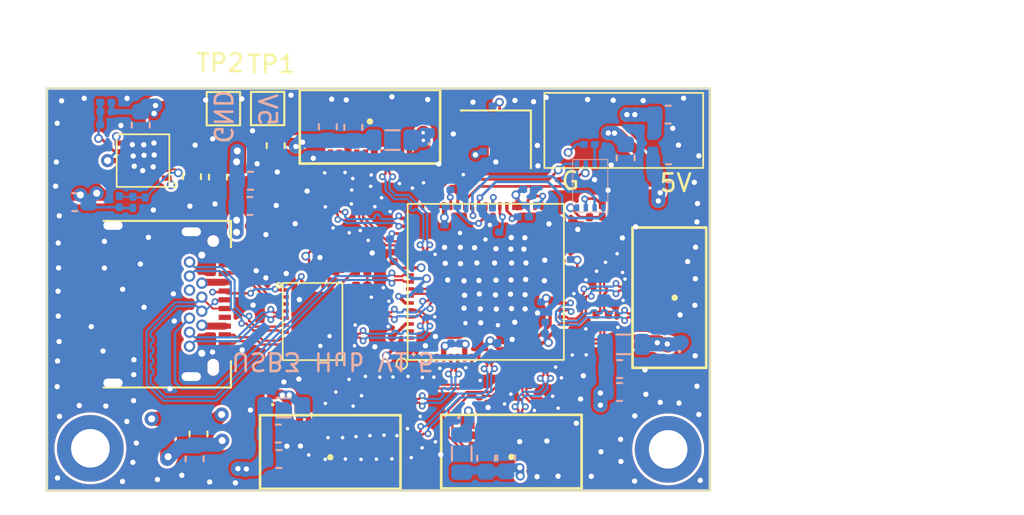
<source format=kicad_pcb>
(kicad_pcb (version 20221018) (generator pcbnew)
  (layers (0 "F.Cu" signal) (1 "In1.Cu" signal) (2 "In2.Cu" signal) (31 "B.Cu" signal) (34 "B.Paste" user) (35 "F.Paste" user) (36 "B.SilkS" user "B.Silkscreen") (37 "F.SilkS" user "F.Silkscreen") (38 "B.Mask" user) (39 "F.Mask" user) (44 "Edge.Cuts" user))
  (net 0 "")
  (net 1 "GND")
  (net 2 "/5V")
  (net 3 "/3.3V")
  (net 4 "Net-(U3-FB1)")
  (net 5 "Net-(U3-FB2)")
  (net 6 "/1.2V")
  (net 7 "/TX+")
  (net 8 "/TX-")
  (net 9 "/D_TX_1-")
  (net 10 "/CON_D_TX_1-")
  (net 11 "/D_TX_1+")
  (net 12 "/CON_D_TX_1+")
  (net 13 "/D_TX_2-")
  (net 14 "/CON_D_TX_2-")
  (net 15 "/D_TX_2+")
  (net 16 "/CON_D_TX_2+")
  (net 17 "/D_TX_3-")
  (net 18 "/CON_D_TX_3-")
  (net 19 "/D_TX_3+")
  (net 20 "/CON_D_TX_3+")
  (net 21 "/D_TX_4-")
  (net 22 "/CON_D_TX_4-")
  (net 23 "/D_TX_4+")
  (net 24 "/CON_D_TX_4+")
  (net 25 "/TX_P")
  (net 26 "/TX_N")
  (net 27 "Net-(D10-A1)")
  (net 28 "Net-(D11-A1)")
  (net 29 "/USB_TX1+")
  (net 30 "/USB_TX1-")
  (net 31 "/CC1")
  (net 32 "/D+")
  (net 33 "/D-")
  (net 35 "/USB_RX2-")
  (net 36 "/USB_RX2+")
  (net 37 "/USB_TX2+")
  (net 38 "/USB_TX2-")
  (net 39 "/CC2")
  (net 41 "/USB_RX1-")
  (net 42 "/USB_RX1+")
  (net 43 "/D_RX_1-")
  (net 44 "/D_RX_1+")
  (net 45 "/D_RX_2-")
  (net 46 "/D_RX_2+")
  (net 47 "/D_RX_3-")
  (net 48 "/D_RX_3+")
  (net 49 "/D_RX_4-")
  (net 50 "/D_RX_4+")
  (net 51 "Net-(U3-SW1)")
  (net 52 "Net-(U3-SW2)")
  (net 53 "Net-(U1-REXT)")
  (net 54 "Net-(U1-High_Z_CC)")
  (net 55 "Net-(U1-CE)")
  (net 56 "Net-(U1-CSI2)")
  (net 57 "Net-(U1-CS1I)")
  (net 58 "Net-(U2-RESETJ)")
  (net 59 "Net-(U2-CHIPEN)")
  (net 60 "Net-(U2-RTERM)")
  (net 61 "Net-(U2-PGANG)")
  (net 62 "Net-(U2-VDDP)")
  (net 63 "Net-(U4-~{WP})")
  (net 64 "Net-(U4-HOLD)")
  (net 70 "/RX-")
  (net 71 "/RX+")
  (net 82 "/SPI_DO")
  (net 83 "/SPI_CLK")
  (net 84 "/SPI_DI")
  (net 85 "/SPI_CS")
  (net 87 "/DP4_P")
  (net 88 "/DP3_P")
  (net 89 "/DP2_P")
  (net 90 "/DP1_P")
  (net 91 "/DP1_N")
  (net 92 "/DP2_N")
  (net 93 "/DP3_N")
  (net 94 "/DP4_N")
  (net 95 "/A3.3V")
  (net 96 "/X1")
  (net 97 "/X2")
  (net 98 "/A1.2V")
  (net 108 "Net-(D12-A1)")
  (net 110 "Net-(D13-A1)")
  (footprint "MountingHole:MountingHole_2.2mm_M2_DIN965_Pad" (layer "F.Cu") (at 124.34 100.8)
    (fp_text reference "H1")
    (fp_text value "MountingHole")
  )
  (footprint "Capacitor_SMD:C_0201_0603Metric" (layer "F.Cu") (at 137.95 85.995 90)
    (fp_text reference "C10")
    (fp_text value "100nF")
  )
  (footprint "Capacitor_SMD:C_0201_0603Metric" (layer "F.Cu") (at 141.35 98.37 180)
    (fp_text reference "C20")
    (fp_text value "100nF")
  )
  (footprint "USER_Global:FPC-0.5-12P" (layer "F.Cu") (at 138.01 101.31)
    (fp_text reference "J5")
    (fp_text value "FPC-0.5-12PFPC-0.5-12P" hide)
  )
  (footprint "Crystal:Crystal_SMD_3225-4Pin_3.2x2.5mm" (layer "F.Cu") (at 147.44 83.18 180)
    (fp_text reference "Y1")
    (fp_text value "Crystal_GND24 25MHz")
  )
  (footprint "Resistor_SMD:R_0201_0603Metric" (layer "F.Cu") (at 139.8 91.5 180)
    (fp_text reference "R9")
    (fp_text value "10K")
  )
  (footprint "Capacitor_SMD:C_0201_0603Metric" (layer "F.Cu") (at 141.3 90.15 180)
    (fp_text reference "C33")
    (fp_text value "100nF")
  )
  (footprint "TestPoint:TestPoint_Pad_1.5x1.5mm" (layer "F.Cu") (at 131.92 81.43)
    (fp_text reference "TP2")
    (fp_text value "TestPoint")
  )
  (footprint "USER_Global:RY1302" (layer "F.Cu") (at 127.34 84.39 90)
    (fp_text reference "U3")
    (fp_text value "~")
  )
  (footprint "Capacitor_SMD:C_0201_0603Metric" (layer "F.Cu") (at 140.52 93.49)
    (fp_text reference "C8")
    (fp_text value "100nF")
  )
  (footprint "TestPoint:TestPoint_Pad_1.5x1.5mm" (layer "F.Cu") (at 134.44 81.42)
    (fp_text reference "TP1")
    (fp_text value "TestPoint")
  )
  (footprint "Capacitor_SMD:C_0201_0603Metric" (layer "F.Cu") (at 138.6 86 90)
    (fp_text reference "C9")
    (fp_text value "100nF")
  )
  (footprint "Capacitor_SMD:C_0201_0603Metric" (layer "F.Cu") (at 153.86 93.51 90)
    (fp_text reference "C13")
    (fp_text value "100nF")
  )
  (footprint "Capacitor_SMD:C_0603_1608Metric" (layer "F.Cu") (at 130.13 85.31 90)
    (fp_text reference "C1")
    (fp_text value "4.7uF")
  )
  (footprint "Capacitor_SMD:C_0201_0603Metric" (layer "F.Cu") (at 141.35 97.82 180)
    (fp_text reference "C19")
    (fp_text value "100nF")
  )
  (footprint "Capacitor_SMD:C_0201_0603Metric" (layer "F.Cu") (at 141.21 94.44 180)
    (fp_text reference "C36")
    (fp_text value "100nF")
  )
  (footprint "USER_Global:FPC-0.5-12P" (layer "F.Cu") (at 157.63 92.21 90)
    (fp_text reference "J3")
    (fp_text value "FPC-0.5-12PFPC-0.5-12P" hide)
  )
  (footprint "Resistor_SMD:R_0201_0603Metric" (layer "F.Cu") (at 137.99 90.73 180)
    (fp_text reference "R7")
    (fp_text value "10K")
  )
  (footprint "Capacitor_SMD:C_0201_0603Metric" (layer "F.Cu") (at 153.15 93.5 90)
    (fp_text reference "C14")
    (fp_text value "100nF")
  )
  (footprint "Capacitor_SMD:C_0201_0603Metric" (layer "F.Cu") (at 140.52 92.83 180)
    (fp_text reference "C7")
    (fp_text value "100nF")
  )
  (footprint "Resistor_SMD:R_0201_0603Metric" (layer "F.Cu") (at 144.56 85.42 180)
    (fp_text reference "R10")
    (fp_text value "1M")
  )
  (footprint "Capacitor_SMD:C_0201_0603Metric" (layer "F.Cu") (at 137.99 89.98)
    (fp_text reference "C46")
    (fp_text value "100nF")
  )
  (footprint "Diode_SMD:D_0402_1005Metric" (layer "F.Cu") (at 134.73 97.22 90)
    (fp_text reference "D12")
    (fp_text value "ESD5451N-TP")
  )
  (footprint "Resistor_SMD:R_0201_0603Metric" (layer "F.Cu") (at 153.51 87.27 -90)
    (fp_text reference "R25")
    (fp_text value "10K")
  )
  (footprint "USER_Global:VL160" (layer "F.Cu") (at 137 93.57)
    (fp_text reference "U1")
    (fp_text value "~")
  )
  (footprint "Resistor_SMD:R_0201_0603Metric" (layer "F.Cu") (at 136.73 96.4)
    (fp_text reference "R6")
    (fp_text value "20K")
  )
  (footprint "MountingHole:MountingHole_2.2mm_M2_DIN965_Pad" (layer "F.Cu") (at 157.26 100.86)
    (fp_text reference "H2")
    (fp_text value "MountingHole")
  )
  (footprint "USER_Global:GL3523-QFN76" (layer "F.Cu") (at 146.87 91.31)
    (fp_text reference "U2")
    (fp_text value "~")
  )
  (footprint "USER_Global:2016(L1.0)" (layer "F.Cu") (at 129.2 81.79)
    (fp_text reference "L2")
    (fp_text value "2.2uH")
  )
  (footprint "USER_Global:USB_C_Receptacle_Amphenol_12401548E4-2A" (layer "F.Cu") (at 126.98 92.58 -90)
    (fp_text reference "J1")
    (fp_text value "USB_C_Receptacle")
  )
  (footprint "Resistor_SMD:R_0201_0603Metric" (layer "F.Cu") (at 139.8 90.74 180)
    (fp_text reference "R8")
    (fp_text value "10K")
  )
  (footprint "Inductor_SMD:L_0402_1005Metric" (layer "F.Cu") (at 128.72 99.73 90)
    (fp_text reference "L4")
    (fp_text value "L")
  )
  (footprint "Capacitor_SMD:C_0603_1608Metric" (layer "F.Cu") (at 134.9 83.54 -90)
    (fp_text reference "C32")
    (fp_text value "22uF")
  )
  (footprint "USER_Global:2016(L1.0)" (layer "F.Cu") (at 123.62 84.94 -90)
    (fp_text reference "L1")
    (fp_text value "2.2uH")
  )
  (footprint "USER_Global:SH1.25mm_3P_horizon" (layer "F.Cu") (at 158.34 82.24 180)
    (fp_text reference "J6")
    (fp_text value "Conn_01x03_Socket")
  )
  (footprint "Diode_SMD:D_0402_1005Metric" (layer "F.Cu") (at 133.27 83.19)
    (fp_text reference "D1")
    (fp_text value "ESD5451N-TP")
  )
  (footprint "Capacitor_SMD:C_0201_0603Metric" (layer "F.Cu") (at 149.35 96.87 -90)
    (fp_text reference "C17")
    (fp_text value "100nF")
  )
  (footprint "USER_Global:FPC-0.5-12P" (layer "F.Cu") (at 148.33 101.29)
    (fp_text reference "J4")
    (fp_text value "FPC-0.5-12PFPC-0.5-12P" hide)
  )
  (footprint "Resistor_SMD:R_0201_0603Metric" (layer "F.Cu") (at 134.36 95.49)
    (fp_text reference "R5")
    (fp_text value "20K")
  )
  (footprint "Capacitor_SMD:C_0201_0603Metric" (layer "F.Cu") (at 148.79 96.87 -90)
    (fp_text reference "C16")
    (fp_text value "100nF")
  )
  (footprint "Capacitor_SMD:C_0603_1608Metric" (layer "F.Cu") (at 131.61 85.33 90)
    (fp_text reference "C2")
    (fp_text value "4.7uF")
  )
  (footprint "Capacitor_SMD:C_0201_0603Metric" (layer "F.Cu") (at 152.78 87.94 90)
    (fp_text reference "C51")
    (fp_text value "100nF")
  )
  (footprint "Capacitor_SMD:C_0603_1608Metric" (layer "F.Cu") (at 130.5 99.98 -90)
    (fp_text reference "C43")
    (fp_text value "10uF")
  )
  (footprint "USER_Global:FPC-0.5-12P" (layer "F.Cu") (at 140.27 82.16 180)
    (fp_text reference "J2")
    (fp_text value "FPC-0.5-12PFPC-0.5-12P" hide)
  )
  (footprint "Resistor_SMD:R_0201_0603Metric" (layer "B.Cu") (at 145.18 86.06)
    (fp_text reference "R14")
    (fp_text value "100K")
  )
  (footprint "Diode_SMD:D_0402_1005Metric" (layer "B.Cu") (at 143.65 82.35 90)
    (fp_text reference "D13")
    (fp_text value "ESD5451N-TP")
  )
  (footprint "Resistor_SMD:R_0201_0603Metric" (layer "B.Cu") (at 149.01 87.6)
    (fp_text reference "R12")
    (fp_text value "10K")
  )
  (footprint "Inductor_SMD:L_0402_1005Metric" (layer "B.Cu") (at 156.38 83.4 90)
    (fp_text reference "L3")
    (fp_text value "L")
  )
  (footprint "Capacitor_SMD:C_0603_1608Metric" (layer "B.Cu") (at 130.28 101.405 -90)
    (fp_text reference "C42")
    (fp_text value "10uF")
  )
  (footprint "Capacitor_SMD:C_0603_1608Metric" (layer "B.Cu") (at 154.84 84.24 90)
    (fp_text reference "C23")
    (fp_text value "22uF")
  )
  (footprint "Capacitor_SMD:C_0201_0603Metric" (layer "B.Cu") (at 149.94 93.6 180)
    (fp_text reference "C24")
    (fp_text value "100nF")
  )
  (footprint "Capacitor_SMD:C_0603_1608Metric" (layer "B.Cu") (at 148.03 101.34 90)
    (fp_text reference "C48")
    (fp_text value "22uF")
  )
  (footprint "Capacitor_SMD:C_0201_0603Metric" (layer "B.Cu") (at 147.04 83.87)
    (fp_text reference "C22")
    (fp_text value "22pF")
  )
  (footprint "Diode_SMD:D_0402_1005Metric" (layer "B.Cu") (at 157.9 94.19 90)
    (fp_text reference "D10")
    (fp_text value "ESD5451N-TP")
  )
  (footprint "Capacitor_SMD:C_0201_0603Metric" (layer "B.Cu") (at 149.32 86.03)
    (fp_text reference "C38")
    (fp_text value "100nF")
  )
  (footprint "Capacitor_SMD:C_0201_0603Metric" (layer "B.Cu") (at 144.88 94.5 90)
    (fp_text reference "C28")
    (fp_text value "100nF")
  )
  (footprint "Inductor_SMD:L_0805_2012Metric" (layer "B.Cu") (at 145.5 101.1 90)
    (fp_text reference "L6")
    (fp_text value "0805")
  )
  (footprint "Capacitor_SMD:C_0603_1608Metric" (layer "B.Cu") (at 154.5 96.28)
    (fp_text reference "C15")
    (fp_text value "22uF")
  )
  (footprint "Capacitor_SMD:C_0201_0603Metric" (layer "B.Cu") (at 125.22 81.06)
    (fp_text reference "C4")
    (fp_text value "22pF")
  )
  (footprint "USER_Global:USON8_2X3MM" (layer "B.Cu") (at 152.82 85.83 -90)
    (fp_text reference "U4")
    (fp_text value "W25Q80DVUXIE")
  )
  (footprint "Resistor_SMD:R_0201_0603Metric" (layer "B.Cu") (at 144.92 87.01 180)
    (fp_text reference "R11")
    (fp_text value "10K")
  )
  (footprint "Capacitor_SMD:C_0201_0603Metric" (layer "B.Cu") (at 151.39 90.03 180)
    (fp_text reference "C30")
    (fp_text value "100nF")
  )
  (footprint "Capacitor_SMD:C_0201_0603Metric" (layer "B.Cu") (at 125.99 86.73 90)
    (fp_text reference "C3")
    (fp_text value "22pF")
  )
  (footprint "Resistor_SMD:R_0201_0603Metric" (layer "B.Cu") (at 152.76 83.47 180)
    (fp_text reference "R24")
    (fp_text value "10K")
  )
  (footprint "Capacitor_SMD:C_0603_1608Metric" (layer "B.Cu") (at 157.26 81.77)
    (fp_text reference "C41")
    (fp_text value "10uF")
  )
  (footprint "Capacitor_SMD:C_0603_1608Metric" (layer "B.Cu") (at 133.47 85.54 180)
    (fp_text reference "C44")
    (fp_text value "10uF")
  )
  (footprint "Capacitor_SMD:C_0603_1608Metric" (layer "B.Cu") (at 154.49 97.59)
    (fp_text reference "C12")
    (fp_text value "22uF")
  )
  (footprint "Capacitor_SMD:C_0603_1608Metric" (layer "B.Cu") (at 157.29 85.11)
    (fp_text reference "C40")
    (fp_text value "10uF")
  )
  (footprint "Capacitor_SMD:C_0201_0603Metric" (layer "B.Cu") (at 146.94 81.27)
    (fp_text reference "C21")
    (fp_text value "22pF")
  )
  (footprint "Capacitor_SMD:C_0201_0603Metric" (layer "B.Cu") (at 141.09 88.86 180)
    (fp_text reference "C27")
    (fp_text value "100nF")
  )
  (footprint "Capacitor_SMD:C_0603_1608Metric" (layer "B.Cu") (at 123.45 86.76 180)
    (fp_text reference "C5")
    (fp_text value "10uF")
  )
  (footprint "Capacitor_SMD:C_0603_1608Metric" (layer "B.Cu") (at 139.32 82.49 90)
    (fp_text reference "C11")
    (fp_text value "22uF")
  )
  (footprint "Inductor_SMD:L_0805_2012Metric" (layer "B.Cu") (at 141.55 83.22)
    (fp_text reference "L8")
    (fp_text value "0805")
  )
  (footprint "Inductor_SMD:L_0805_2012Metric" (layer "B.Cu") (at 135.36 98.48)
    (fp_text reference "L7")
    (fp_text value "0805")
  )
  (footprint "Capacitor_SMD:C_0201_0603Metric" (layer "B.Cu") (at 149.7 92.45 180)
    (fp_text reference "C34")
    (fp_text value "100nF")
  )
  (footprint "Capacitor_SMD:C_0201_0603Metric" (layer "B.Cu") (at 145.4 94.5 90)
    (fp_text reference "C29")
    (fp_text value "100nF")
  )
  (footprint "Resistor_SMD:R_0201_0603Metric" (layer "B.Cu") (at 125.23 81.61 180)
    (fp_text reference "R3")
    (fp_text value "100k")
  )
  (footprint "Capacitor_SMD:C_0603_1608Metric" (layer "B.Cu") (at 135.05 99.96)
    (fp_text reference "C49")
    (fp_text value "22uF")
  )
  (footprint "Capacitor_SMD:C_0201_0603Metric" (layer "B.Cu") (at 149.92 94.26 180)
    (fp_text reference "C25")
    (fp_text value "100nF")
  )
  (footprint "Resistor_SMD:R_0201_0603Metric" (layer "B.Cu") (at 125.22 82.36)
    (fp_text reference "R4")
    (fp_text value "100k")
  )
  (footprint "Capacitor_SMD:C_0201_0603Metric" (layer "B.Cu") (at 147.25 87.39 -90)
    (fp_text reference "C31")
    (fp_text value "100nF")
  )
  (footprint "Capacitor_SMD:C_0603_1608Metric" (layer "B.Cu") (at 137.87 82.46 90)
    (fp_text reference "C47")
    (fp_text value "22uF")
  )
  (footprint "Resistor_SMD:R_0201_0603Metric" (layer "B.Cu") (at 147.31 88.47 180)
    (fp_text reference "R13")
    (fp_text value "20K")
  )
  (footprint "Resistor_SMD:R_0201_0603Metric" (layer "B.Cu") (at 126.76 86.77 90)
    (fp_text reference "R2")
    (fp_text value "100k")
  )
  (footprint "Capacitor_SMD:C_0603_1608Metric" (layer "B.Cu") (at 127.21 82.37 90)
    (fp_text reference "C6")
    (fp_text value "10uF")
  )
  (footprint "Inductor_SMD:L_0805_2012Metric" (layer "B.Cu") (at 154.72 94.87)
    (fp_text reference "L5")
    (fp_text value "0805")
  )
  (footprint "Capacitor_SMD:C_0603_1608Metric" (layer "B.Cu") (at 133.43 86.98 180)
    (fp_text reference "C45")
    (fp_text value "10uF")
  )
  (footprint "Capacitor_SMD:C_0201_0603Metric" (layer "B.Cu") (at 147.56 94.47 90)
    (fp_text reference "C35")
    (fp_text value "100nF")
  )
  (footprint "Resistor_SMD:R_0201_0603Metric" (layer "B.Cu") (at 149.47 86.94 180)
    (fp_text reference "R15")
    (fp_text value "0K")
  )
  (footprint "Diode_SMD:D_0402_1005Metric" (layer "B.Cu") (at 146.4175 99.05)
    (fp_text reference "D11")
    (fp_text value "ESD5451N-TP")
  )
  (footprint "Capacitor_SMD:C_0603_1608Metric" (layer "B.Cu") (at 146.89 101.36 90)
    (fp_text reference "C18")
    (fp_text value "22uF")
  )
  (footprint "Resistor_SMD:R_0201_0603Metric" (layer "B.Cu") (at 127.47 86.82 -90)
    (fp_text reference "R1")
    (fp_text value "22k")
  )
  (footprint "Capacitor_SMD:C_0201_0603Metric" (layer "B.Cu") (at 143.41 91.76)
    (fp_text reference "C26")
    (fp_text value "100nF")
  )
  (footprint "Capacitor_SMD:C_0201_0603Metric" (layer "B.Cu") (at 144.84 88.06)
    (fp_text reference "C37")
    (fp_text value "100nF")
  )
  (footprint "Capacitor_SMD:C_0603_1608Metric" (layer "B.Cu") (at 135.09 101.41)
    (fp_text reference "C50")
    (fp_text value "22uF")
  )
  (gr_rect (start 121.86 80.28) (end 159.64 103.21) (stroke (width 0.15)) (fill none) (layer "F.SilkS"))
  (gr_rect (start 121.84 80.285) (end 159.62 103.195) (stroke (width 0.1)) (fill none) (layer "Edge.Cuts"))
  (gr_text "5V" (at 133.84 82.5 -90) (layer "B.SilkS") (effects (font (size 1 1)) (justify left bottom mirror)))
  (gr_text "GND" (at 131.3 83.51 -90) (layer "B.SilkS") (effects (font (size 1 1)) (justify left bottom mirror)))
  (gr_text "USB3 Hub V1.5" (at 132.28 95.26 180) (layer "B.SilkS") (effects (font (size 1 1)) (justify left bottom mirror)))
  (gr_text "5V" (at 156.69 86.25) (layer "F.SilkS") (effects (font (size 1 1)) (justify left bottom)))
  (gr_text "G" (at 151.09 86.13) (layer "F.SilkS") (effects (font (size 1 1)) (justify left bottom)))
  (via (at 157.94 93.19) (size 0.5) (drill 0.3) (layers "F.Cu" "B.Cu") (net 1))
  (via (at 122.51 89.09) (size 0.5) (drill 0.3) (layers "F.Cu" "B.Cu") (net 1))
  (via (at 153.067094 85.479508) (size 0.5) (drill 0.3) (layers "F.Cu" "B.Cu") (net 1))
  (via (at 126.96 100.5) (size 0.5) (drill 0.3) (layers "F.Cu" "B.Cu") (net 1))
  (via (at 148.37 94.59) (size 0.5) (drill 0.3) (layers "F.Cu" "B.Cu") (net 1))
  (via (at 149.81 83.527) (size 0.5) (drill 0.3) (layers "F.Cu" "B.Cu") (net 1))
  (via (at 158.9 97.26) (size 0.5) (drill 0.3) (layers "F.Cu" "B.Cu") (net 1))
  (via (at 158.82 89.33) (size 0.5) (drill 0.3) (layers "F.Cu" "B.Cu") (net 1))
  (via (at 154.35 89.7) (size 0.39) (drill 0.2) (layers "F.Cu" "B.Cu") (net 1))
  (via (at 132.6 102.7695) (size 0.5) (drill 0.3) (layers "F.Cu" "B.Cu") (net 1))
  (via (at 143.26 96.76) (size 0.39) (drill 0.2) (layers "F.Cu" "B.Cu") (net 1))
  (via (at 148.53 80.96) (size 0.5) (drill 0.3) (layers "F.Cu" "B.Cu") (net 1))
  (via (at 135.365332 97.015332) (size 0.5) (drill 0.3) (layers "F.Cu" "B.Cu") (net 1))
  (via (at 123.99 80.84) (size 0.5) (drill 0.3) (layers "F.Cu" "B.Cu") (net 1))
  (via (at 139.76 101.43) (size 0.39) (drill 0.2) (layers "F.Cu" "B.Cu") (net 1))
  (via (at 152.57 93.99) (size 0.39) (drill 0.2) (layers "F.Cu" "B.Cu") (net 1))
  (via (at 142.441187 96.69938) (size 0.39) (drill 0.2) (layers "F.Cu" "B.Cu") (net 1))
  (via (at 143.32 85.66) (size 0.39) (drill 0.2) (layers "F.Cu" "B.Cu") (net 1))
  (via (at 147.47 92.86) (size 0.5) (drill 0.3) (layers "F.Cu" "B.Cu") (net 1))
  (via (at 126.78 84.13) (size 0.5) (drill 0.3) (layers "F.Cu" "B.Cu") (net 1))
  (via (at 125.06 95.25) (size 0.5) (drill 0.3) (layers "F.Cu" "B.Cu") (net 1))
  (via (at 149.16 90.23) (size 0.5) (drill 0.3) (layers "F.Cu" "B.Cu") (net 1))
  (via (at 147.45 91.21) (size 0.5) (drill 0.3) (layers "F.Cu" "B.Cu") (net 1))
  (via (at 133.79 90.67) (size 0.5) (drill 0.3) (layers "F.Cu" "B.Cu") (net 1))
  (via (at 154.4 93.9) (size 0.39) (drill 0.2) (layers "F.Cu" "B.Cu") (net 1))
  (via (at 157.88 98.22) (size 0.5) (drill 0.3) (layers "F.Cu" "B.Cu") (net 1))
  (via (at 139.08 96.87) (size 0.39) (drill 0.2) (layers "F.Cu" "B.Cu") (net 1))
  (via (at 152.03 99.37) (size 0.5) (drill 0.3) (layers "F.Cu" "B.Cu") (net 1))
  (via (at 152.11 88.32) (size 0.5) (drill 0.3) (layers "F.Cu" "B.Cu") (net 1))
  (via (at 129.07 91.99) (size 0.5) (drill 0.3) (layers "F.Cu" "B.Cu") (net 1))
  (via (at 124.39 93.86) (size 0.5) (drill 0.3) (layers "F.Cu" "B.Cu") (net 1))
  (via (at 144.56 90.25) (size 0.5) (drill 0.3) (layers "F.Cu" "B.Cu") (net 1))
  (via (at 158.37 90.15) (size 0.5) (drill 0.3) (layers "F.Cu" "B.Cu") (net 1))
  (via (at 136.22 96.85) (size 0.5) (drill 0.3) (layers "F.Cu" "B.Cu") (net 1))
  (via (at 141.35 92.41) (size 0.39) (drill 0.2) (layers "F.Cu" "B.Cu") (net 1))
  (via (at 127.93 87.21) (size 0.5) (drill 0.3) (layers "F.Cu" "B.Cu") (net 1))
  (via (at 125.14 89) (size 0.5) (drill 0.3) (layers "F.Cu" "B.Cu") (net 1))
  (via (at 127.4 84.09) (size 0.5) (drill 0.3) (layers "F.Cu" "B.Cu") (net 1))
  (via (at 129.55 102.34) (size 0.5) (drill 0.3) (layers "F.Cu" "B.Cu") (net 1))
  (via (at 140.31 85.86) (size 0.39) (drill 0.2) (layers "F.Cu" "B.Cu") (net 1))
  (via (at 145.42 89.34) (size 0.5) (drill 0.3) (layers "F.Cu" "B.Cu") (net 1))
  (via (at 122.5 91.84) (size 0.5) (drill 0.3) (layers "F.Cu" "B.Cu") (net 1))
  (via (at 149.11 92.04) (size 0.5) (drill 0.3) (layers "F.Cu" "B.Cu") (net 1))
  (via (at 144.25 96.24) (size 0.39) (drill 0.2) (layers "F.Cu" "B.Cu") (net 1))
  (via (at 157.85 83.51) (size 0.5) (drill 0.3) (layers "F.Cu" "B.Cu") (net 1))
  (via (at 154.65 88.8) (size 0.5) (drill 0.3) (layers "F.Cu" "B.Cu") (net 1))
  (via (at 154.69 92.36) (size 0.39) (drill 0.2) (layers "F.Cu" "B.Cu") (net 1))
  (via (at 149.14 91.17) (size 0.5) (drill 0.3) (layers "F.Cu" "B.Cu") (net 1))
  (via (at 130.01 86.99) (size 0.5) (drill 0.3) (layers "F.Cu" "B.Cu") (net 1))
  (via (at 127.96 83.39) (size 0.5) (drill 0.3) (layers "F.Cu" "B.Cu") (net 1))
  (via (at 126.73 83.48) (size 0.5) (drill 0.3) (layers "F.Cu" "B.Cu") (net 1))
  (via (at 148.34 90.23) (size 0.5) (drill 0.3) (layers "F.Cu" "B.Cu") (net 1))
  (via (at 145.02 82.87) (size 0.5) (drill 0.3) (layers "F.Cu" "B.Cu") (net 1))
  (via (at 141.81 100.08) (size 0.39) (drill 0.2) (layers "F.Cu" "B.Cu") (net 1))
  (via (at 134.34 91.08) (size 0.5) (drill 0.3) (layers "F.Cu" "B.Cu") (net 1))
  (via (at 126.18 91.73) (size 0.5) (drill 0.3) (layers "F.Cu" "B.Cu") (net 1))
  (via (at 146.5 92) (size 0.5) (drill 0.3) (layers "F.Cu" "B.Cu") (net 1))
  (via (at 145.73022 96.204502) (size 0.39) (drill 0.2) (layers "F.Cu" "B.Cu") (net 1))
  (via (at 136.69 86.13) (size 0.5) (drill 0.3) (layers "F.Cu" "B.Cu") (net 1))
  (via (at 150.99 98.51) (size 0.39) (drill 0.2) (layers "F.Cu" "B.Cu") (net 1))
  (via (at 157.52 82.55) (size 0.5) (drill 0.3) (layers "F.Cu" "B.Cu") (net 1))
  (via (at 132.99 95.19) (size 0.5) (drill 0.3) (layers "F.Cu" "B.Cu") (net 1))
  (via (at 137.97 94.4) (size 0.45) (drill 0.25) (layers "F.Cu" "B.Cu") (net 1))
  (via (at 137.72 101.43) (size 0.39) (drill 0.2) (layers "F.Cu" "B.Cu") (net 1))
  (via (at 127.4 92.76) (size 0.5) (drill 0.3) (layers "F.Cu" "B.Cu") (net 1))
  (via (at 159.09 102.63) (size 0.5) (drill 0.3) (layers "F.Cu" "B.Cu") (net 1))
  (via (at 126.17 102.69) (size 0.5) (drill 0.3) (layers "F.Cu" "B.Cu") (net 1))
  (via (at 127.98 84.07) (size 0.5) (drill 0.3) (layers "F.Cu" "B.Cu") (net 1))
  (via (at 139.39 94.95) (size 0.39) (drill 0.2) (layers "F.Cu" "B.Cu") (net 1))
  (via (at 136.78 101.18) (size 0.39) (drill 0.2) (layers "F.Cu" "B.Cu") (net 1))
  (via (at 144 94.42) (size 0.5) (drill 0.3) (layers "F.Cu" "B.Cu") (net 1))
  (via (at 137.69 85.09) (size 0.39) (drill 0.2) (layers "F.Cu" "B.Cu") (net 1))
  (via (at 154.017091 84.644366) (size 0.5) (drill 0.3) (layers "F.Cu" "B.Cu") (net 1))
  (via (at 138.71 100.19) (size 0.39) (drill 0.2) (layers "F.Cu" "B.Cu") (net 1))
  (via (at 148.3 97.71) (size 0.39) (drill 0.2) (layers "F.Cu" "B.Cu") (net 1))
  (via (at 132.97 80.87) (size 0.5) (drill 0.3) (layers "F.Cu" "B.Cu") (net 1))
  (via (at 148.28 92.01) (size 0.5) (drill 0.3) (layers "F.Cu" "B.Cu") (net 1))
  (via (at 146.58 93.64) (size 0.5) (drill 0.3) (layers "F.Cu" "B.Cu") (net 1))
  (via (at 144.19 84.5845) (size 0.5) (drill 0.3) (layers "F.Cu" "B.Cu") (net 1))
  (via (at 149.04 89.44) (size 0.5) (drill 0.3) (layers "F.Cu" "B.Cu") (net 1))
  (via (at 156.81 98.18) (size 0.5) (drill 0.3) (layers "F.Cu" "B.Cu") (net 1))
  (via (at 126.43 80.84) (size 0.5) (drill 0.3) (layers "F.Cu" "B.Cu") (net 1))
  (via (at 133.61 92.63) (size 0.5) (drill 0.3) (layers "F.Cu" "B.Cu") (net 1))
  (via (at 137.42 89.92) (size 0.5) (drill 0.3) (layers "F.Cu" "B.Cu") (net 1))
  (via (at 138.87 101.41) (size 0.39) (drill 0.2) (layers "F.Cu" "B.Cu") (net 1))
  (via (at 147.42 92.05) (size 0.5) (drill 0.3) (layers "F.Cu" "B.Cu") (net 1))
  (via (at 153.43 101) (size 0.5) (drill 0.3) (layers "F.Cu" "B.Cu") (net 1))
  (via (at 143.43 94.95) (size 0.5) (drill 0.3) (layers "F.Cu" "B.Cu") (net 1))
  (via (at 153.69 90.19) (size 0.39) (drill 0.2) (layers "F.Cu" "B.Cu") (net 1))
  (via (at 145.4 88.52) (size 0.45) (drill 0.25) (layers "F.Cu" "B.Cu") (net 1))
  (via (at 133.4605 98.619656) (size 0.5) (drill 0.3) (layers "F.Cu" "B.Cu") (net 1))
  (via (at 126.84 84.71) (size 0.5) (drill 0.3) (layers "F.Cu" "B.Cu") (net 1))
  (via (at 154.66 90.77) (size 0.39) (drill 0.2) (layers "F.Cu" "B.Cu") (net 1))
  (via (at 145.63 92.81) (size 0.5) (drill 0.3) (layers "F.Cu" "B.Cu") (net 1))
  (via (at 150.99 102.39) (size 0.5) (drill 0.3) (layers "F.Cu" "B.Cu") (net 1))
  (via (at 128.87 97.4) (size 0.5) (drill 0.3) (layers "F.Cu" "B.Cu") (net 1))
  (via (at 141.52 101.4) (size 0.39) (drill 0.2) (layers "F.Cu" "B.Cu") (net 1))
  (via (at 139.31 98.39) (size 0.39) (drill 0.2) (layers "F.Cu" "B.Cu") (net 1))
  (via (at 153.18 90.7) (size 0.39) (drill 0.2) (layers "F.Cu" "B.Cu") (net 1))
  (via (at 130.91 80.94) (size 0.5) (drill 0.3) (layers "F.Cu" "B.Cu") (net 1))
  (via (at 122.44981 97.285938) (size 0.5) (drill 0.3) (layers "F.Cu" "B.Cu") (net 1))
  (via (at 139.477005 100.131721) (size 0.39) (drill 0.2) (layers "F.Cu" "B.Cu") (net 1))
  (via (at 135.54 100.68) (size 0.5) (drill 0.3) (layers "F.Cu" "B.Cu") (net 1))
  (via (at 136.01 87.99) (size 0.5) (drill 0.3) (layers "F.Cu" "B.Cu") (net 1))
  (via (at 122.47 95.82) (size 0.5) (drill 0.3) (layers "F.Cu" "B.Cu") (net 1))
  (via (at 146.85 88.89) (size 0.45) (drill 0.25) (layers "F.Cu" "B.Cu") (net 1))
  (via (at 148.52 93.61) (size 0.5) (drill 0.3) (layers "F.Cu" "B.Cu") (net 1))
  (via (at 149.79 102.42) (size 0.5) (drill 0.3) (layers "F.Cu" "B.Cu") (net 1))
  (via (at 140.83 96.74) (size 0.39) (drill 0.2) (layers "F.Cu" "B.Cu") (net 1))
  (via (at 145.63 91.25) (size 0.5) (drill 0.3) (layers "F.Cu" "B.Cu") (net 1))
  (via (at 127.92 84.75) (size 0.5) (drill 0.3) (layers "F.Cu" "B.Cu") (net 1))
  (via (at 143.24 100.77) (size 0.39) (drill 0.2) (layers "F.Cu" "B.Cu") (net 1))
  (via (at 141.52 80.75) (size 0.5) (drill 0.3) (layers "F.Cu" "B.Cu") (net 1))
  (via (at 140.64 101.42) (size 0.39) (drill 0.2) (layers "F.Cu" "B.Cu") (net 1))
  (via (at 150.35 100.38) (size 0.5) (drill 0.3) (layers "F.Cu" "B.Cu") (net 1))
  (via (at 146.55 96.93) (size 0.39) (drill 0.2) (layers "F.Cu" "B.Cu") (net 1))
  (via (at 122.7 80.98) (size 0.5) (drill 0.3) (layers "F.Cu" "B.Cu") (net 1))
  (via (at 137.04 84.26) (size 0.5) (drill 0.3) (layers "F.Cu" "B.Cu") (net 1))
  (via (at 126.08 82.39) (size 0.5) (drill 0.3) (layers "F.Cu" "B.Cu") (net 1))
  (via (at 138.17 88.23) (size 0.39) (drill 0.2) (layers "F.Cu" "B.Cu") (net 1))
  (via (at 130.31 83.51) (size 0.5) (drill 0.3) (layers "F.Cu" "B.Cu") (net 1))
  (via (at 149.64 98.64) (size 0.39) (drill 0.2) (layers "F.Cu" "B.Cu") (net 1))
  (via (at 135.77 80.66) (size 0.5) (drill 0.3) (layers "F.Cu" "B.Cu") (net 1))
  (via (at 158.81 91.13) (size 0.5) (drill 0.3) (layers "F.Cu" "B.Cu") (net 1))
  (via (at 147.1 88.06) (size 0.45) (drill 0.25) (layers "F.Cu" "B.Cu") (net 1))
  (via (at 146.56 92.85) (size 0.5) (drill 0.3) (layers "F.Cu" "B.Cu") (net 1))
  (via (at 155.35 102.67) (size 0.5) (drill 0.3) (layers "F.Cu" "B.Cu") (net 1))
  (via (at 149.11 92.85) (size 0.5) (drill 0.3) (layers "F.Cu" "B.Cu") (net 1))
  (via (at 159.01 84.12) (size 0.5) (drill 0.3) (layers "F.Cu" "B.Cu") (net 1))
  (via (at 139.79 97.8) (size 0.39) (drill 0.2) (layers "F.Cu" "B.Cu") (net 1))
  (via (at 131.31 83.15) (size 0.5) (drill 0.3) (layers "F.Cu" "B.Cu") (net 1))
  (via (at 140.35 92.18) (size 0.39) (drill 0.2) (layers "F.Cu" "B.Cu") (net 1))
  (via (at 147.439502 84.47) (size 0.5) (drill 0.3) (layers "F.Cu" "B.Cu") (net 1))
  (via (at 122.36 85.85) (size 0.5) (drill 0.3) (layers "F.Cu" "B.Cu") (net 1))
  (via (at 125.22 98.39) (size 0.5) (drill 0.3) (layers "F.Cu" "B.Cu") (net 1))
  (via (at 137.73 87.03) (size 0.39) (drill 0.2) (layers "F.Cu" "B.Cu") (net 1))
  (via (at 141.42 87.3) (size 0.39) (drill 0.2) (layers "F.Cu" "B.Cu") (net 1))
  (via (at 138.33 97.59) (size 0.39) (drill 0.2) (layers "F.Cu" "B.Cu") (net 1))
  (via (at 147.37 90.23) (size 0.5) (drill 0.3) (layers "F.Cu" "B.Cu") (net 1))
  (via (at 142.41 99.68) (size 0.39) (drill 0.2) (layers "F.Cu" "B.Cu") (net 1))
  (via (at 126.8 98.08) (size 0.5) (drill 0.3) (layers "F.Cu" "B.Cu") (net 1))
  (via (at 140.34 85.21) (size 0.39) (drill 0.2) (layers "F.Cu" "B.Cu") (net 1))
  (via (at 139.43 93.77) (size 0.39) (drill 0.2) (layers "F.Cu" "B.Cu") (net 1))
  (via (at 139.23 86.07) (size 0.39) (drill 0.2) (layers "F.Cu" "B.Cu") (net 1))
  (via (at 133.84 84.57) (size 0.5) (drill 0.3) (layers "F.Cu" "B.Cu") (net 1))
  (via (at 145.66 92.07) (size 0.5) (drill 0.3) (layers "F.Cu" "B.Cu") (net 1))
  (via (at 141.31 93.85) (size 0.39) (drill 0.2) (layers "F.Cu" "B.Cu") (net 1))
  (via (at 145.43 90.27) (size 0.5) (drill 0.3) (layers "F.Cu" "B.Cu") (net 1))
  (via (at 136.25 92.32) (size 0.5) (drill 0.3) (layers "F.Cu" "B.Cu") (net 1))
  (via (at 126.76 101.6) (size 0.5) (drill 0.3) (layers "F.Cu" "B.Cu") (net 1))
  (via (at 144.3 101.16) (size 0.5) (drill 0.3) (layers "F.Cu" "B.Cu") (net 1))
  (via (at 151.89 91.98) (size 0.39) (drill 0.2) (layers "F.Cu" "B.Cu") (net 1))
  (via (at 155.84 80.9705) (size 0.5) (drill 0.3) (layers "F.Cu" "B.Cu") (net 1))
  (via (at 140.27 100.08) (size 0.39) (drill 0.2) (layers "F.Cu" "B.Cu") (net 1))
  (via (at 147.56 93.78) (size 0.45) (drill 0.25) (layers "F.Cu" "B.Cu") (net 1))
  (via (at 140.01 96.7) (size 0.39) (drill 0.2) (layers "F.Cu" "B.Cu") (net 1))
  (via (at 140.4 89.66) (size 0.5) (drill 0.3) (layers "F.Cu" "B.Cu") (net 1))
  (via (at 147.45 89.42) (size 0.5) (drill 0.3) (layers "F.Cu" "B.Cu") (net 1))
  (via (at 152.43 96.66) (size 0.5) (drill 0.3) (layers "F.Cu" "B.Cu") (net 1))
  (via (at 147.94 98.27) (size 0.39) (drill 0.2) (layers "F.Cu" "B.Cu") (net 1))
  (via (at 152.59 95.47) (size 0.39) (drill 0.2) (layers "F.Cu" "B.Cu") (net 1))
  (via (at 131.3 95.31) (size 0.5) (drill 0.3) (layers "F.Cu" "B.Cu") (net 1))
  (via (at 126.42 99.27) (size 0.5) (drill 0.3) (layers "F.Cu" "B.Cu") (net 1))
  (via (at 150.31 80.79) (size 0.5) (drill 0.3) (layers "F.Cu" "B.Cu") (net 1))
  (via (at 135.5 90.83) (size 0.5) (drill 0.3) (layers "F.Cu" "B.Cu") (net 1))
  (via (at 143.13 98.98) (size 0.39) (drill 0.2) (layers "F.Cu" "B.Cu") (net 1))
  (via (at 150.47 88) (size 0.5) (drill 0.3) (layers "F.Cu" "B.Cu") (net 1))
  (via (at 154.8 91.15) (size 0.39) (drill 0.2) (layers "F.Cu" "B.Cu") (net 1))
  (via (at 147 98.47) (size 0.5) (drill 0.3) (layers "F.Cu" "B.Cu") (net 1))
  (via (at 138.09 80.89) (size 0.5) (drill 0.3) (layers "F.Cu" "B.Cu") (net 1))
  (via (at 139.09 88.51) (size 0.39) (drill 0.2) (layers "F.Cu" "B.Cu") (net 1))
  (via (at 153.84 86.08) (size 0.5) (drill 0.3) (layers "F.Cu" "B.Cu") (net 1))
  (via (at 138.92 80.93) (size 0.5) (drill 0.3) (layers "F.Cu" "B.Cu") (net 1))
  (via (at 149.84 84.69) (size 0.5) (drill 0.3) (layers "F.Cu" "B.Cu") (net 1))
  (via (at 131.44 86.86) (size 0.5) (drill 0.3) (layers "F.Cu" "B.Cu") (net 1))
  (via (at 150.21 91.24) (size 0.5) (drill 0.3) (layers "F.Cu" "B.Cu") (net 1))
  (via (at 149.094664 88.791032) (size 0.5) (drill 0.3) (layers "F.Cu" "B.Cu") (net 1))
  (via (at 144 100.43) (size 0.39) (drill 0.2) (layers "F.Cu" "B.Cu") (net 1))
  (via (at 155.99 97.72) (size 0.5) (drill 0.3) (layers "F.Cu" "B.Cu") (net 1))
  (via (at 148.32 88.78) (size 0.5) (drill 0.3) (layers "F.Cu" "B.Cu") (net 1))
  (via (at 141.07 100.05) (size 0.39) (drill 0.2) (layers "F.Cu" "B.Cu") (net 1))
  (via (at 122.57 87.54) (size 0.5) (drill 0.3) (layers "F.Cu" "B.Cu") (net 1))
  (via (at 155.411032 88.169896) (size 0.5) (drill 0.3) (layers "F.Cu" "B.Cu") (net 1))
  (via (at 127.38 83.49) (size 0.5) (drill 0.3) (layers "F.Cu" "B.Cu") (net 1))
  (via (at 158.8 95.52) (size 0.5) (drill 0.3) (layers "F.Cu" "B.Cu") (net 1))
  (via (at 146.48 91.23) (size 0.5) (drill 0.3) (layers "F.Cu" "B.Cu") (net 1))
  (via (at 127.32 84.96) (size 0.5) (drill 0.3) (layers "F.Cu" "B.Cu") (net 1))
  (via (at 137.44 94.96) (size 0.45) (drill 0.25) (layers "F.Cu" "B.Cu") (net 1))
  (via (at 122.51 93.26) (size 0.5) (drill 0.3) (layers "F.Cu" "B.Cu") (net 1))
  (via (at 122.4 84.47) (size 0.5) (drill 0.3) (layers "F.Cu" "B.Cu") (net 1))
  (via (at 143.96 93.3) (size 0.39) (drill 0.2) (layers "F.Cu" "B.Cu") (net 1))
  (via (at 150.23 90.07) (size 0.5) (drill 0.3) (layers "F.Cu" "B.Cu") (net 1))
  (via (at 152.27 97.99) (size 0.5) (drill 0.3) (layers "F.Cu" "B.Cu") (net 1))
  (via (at 140.93 86.51) (size 0.39) (drill 0.2) (layers "F.Cu" "B.Cu") (net 1))
  (via (at 158.9 87.89) (size 0.5) (drill 0.3) (layers "F.Cu" "B.Cu") (net 1))
  (via (at 148.3 89.44) (size 0.5) (drill 0.3) (layers "F.Cu" "B.Cu") (net 1))
  (via (at 122.53 90.51) (size 0.5) (drill 0.3) (layers "F.Cu" "B.Cu") (net 1))
  (via (at 131.14 102.72) (size 0.5) (drill 0.3) (layers "F.Cu" "B.Cu") (net 1))
  (via (at 154.57 101.55) (size 0.5) (drill 0.3) (layers "F.Cu" "B.Cu") (net 1))
  (via (at 122.45 82.26) (size 0.5) (drill 0.3) (layers "F.Cu" "B.Cu") (net 1))
  (via (at 159.01 98.87) (size 0.5) (drill 0.3) (layers "F.Cu" "B.Cu") (net 1))
  (via (at 154.55 100.29) (size 0.5) (drill 0.3) (layers "F.Cu" "B.Cu") (net 1))
  (via (at 152.58 91.19) (size 0.39) (drill 0.2) (layers "F.Cu" "B.Cu") (net 1))
  (via (at 143.91 96.74) (size 0.39) (drill 0.2) (layers "F.Cu" "B.Cu") (net 1))
  (via (at 127.65 88.77) (size 0.5) (drill 0.3) (layers "F.Cu" "B.Cu") (net 1))
  (via (at 143.98 89.74) (size 0.39) (drill 0.2) (layers "F.Cu" "B.Cu") (net 1))
  (via (at 140.17 88.94) (size 0.39) (drill 0.2) (layers "F.Cu" "B.Cu") (net 1))
  (via (at 150.85 96.17) (size 0.39) (drill 0.2) (layers "F.Cu" "B.Cu") (net 1))
  (via (at 141.95 85.7) (size 0.39) (drill 0.2) (layers "F.Cu" "B.Cu") (net 1))
  (via (at 143.56 80.91) (size 0.5) (drill 0.3) (layers "F.Cu" "B.Cu") (net 1))
  (via (at 122.56 94.71) (size 0.5) (drill 0.3) (layers "F.Cu" "B.Cu") (net 1))
  (via (at 148.31 91.2) (size 0.5) (drill 0.3) (layers "F.Cu" "B.Cu") (net 1))
  (via (at 155.36 98.95) (size 0.5) (drill 0.3) (layers "F.Cu" "B.Cu") (net 1))
  (via (at 149.59 81.03) (size 0.5) (drill 0.3) (layers "F.Cu" "B.Cu") (net 1))
  (via (at 152.67 80.91) (size 0.5) (drill 0.3) (layers "F.Cu" "B.Cu") (net 1))
  (via (at 141.03 91.64) (size 0.39) (drill 0.2) (layers "F.Cu" "B.Cu") (net 1))
  (via (at 136.31 100.67) (size 0.5) (drill 0.3) (layers "F.Cu" "B.Cu") (net 1))
  (via (at 158.78 92.64) (size 0.5) (drill 0.3) (layers "F.Cu" "B.Cu") (net 1))
  (via (at 142.62 101.33) (size 0.39) (drill 0.2) (layers "F.Cu" "B.Cu") (net 1))
  (via (at 152.88 102.4) (size 0.5) (drill 0.3) (layers "F.Cu" "B.Cu") (net 1))
  (via (at 151.8 95.48) (size 0.39) (drill 0.2) (layers "F.Cu" "B.Cu") (net 1))
  (via (at 122.47 102.49) (size 0.5) (drill 0.3) (layers "F.Cu" "B.Cu") (net 1))
  (via (at 155.94 96.33) (size 0.5) (drill 0.3) (layers "F.Cu" "B.Cu") (net 1))
  (via (at 139.29 85.41) (size 0.39) (drill 0.2) (layers "F.Cu" "B.Cu") (net 1))
  (via (at 122.58 98.98) (size 0.5) (drill 0.3) (layers "F.Cu" "B.Cu") (net 1))
  (via (at 146.23 89.36) (size 0.5) (drill 0.3) (layers "F.Cu" "B.Cu") (net 1))
  (via (at 149.82 93.08) (size 0.5) (drill 0.3) (layers "F.Cu" "B.Cu") (net 1))
  (via (at 137.88 100.19) (size 0.39) (drill 0.2) (layers "F.Cu" "B.Cu") (net 1))
  (via (at 158.75 85.63) (size 0.5) (drill 0.3) (layers "F.Cu" "B.Cu") (net 1))
  (via (at 146.14 81.0605) (size 0.5) (drill 0.3) (layers "F.Cu" "B.Cu") (net 1))
  (via (at 148.8 100.42) (size 0.5) (drill 0.3) (layers "F.Cu" "B.Cu") (net 1))
  (via (at 129.12 93.54) (size 0.5) (drill 0.3) (layers "F.Cu" "B.Cu") (net 1))
  (via (at 140.55 87.02) (size 0.39) (drill 0.2) (layers "F.Cu" "B.Cu") (net 1))
  (via (at 137.73 98.24) (size 0.39) (drill 0.2) (layers "F.Cu" "B.Cu") (net 1))
  (via (at 158.93 86.84) (size 0.5) (drill 0.3) (layers "F.Cu" "B.Cu") (net 1))
  (via (at 134.34 88.61) (size 0.5) (drill 0.3) (layers "F.Cu" "B.Cu") (net 1))
  (via (at 125.14 90.52) (size 0.5) (drill 0.3) (layers "F.Cu" "B.Cu") (net 1))
  (via (at 128.16 102.58) (size 0.5) (drill 0.3) (layers "F.Cu" "B.Cu") (net 1))
  (via (at 134.99 85.04) (size 0.5) (drill 0.3) (layers "F.Cu" "B.Cu") (net 1))
  (via (at 145.71 93.66) (size 0.45) (drill 0.25) (layers "F.Cu" "B.Cu") (net 1))
  (via (at 144.7 91.2) (size 0.5) (drill 0.3) (layers "F.Cu" "B.Cu") (net 1))
  (via (at 151.18 96.78) (size 0.39) (drill 0.2) (layers "F.Cu" "B.Cu") (net 1))
  (via (at 133.58 82.69) (size 0.5) (drill 0.3) (layers "F.Cu" "B.Cu") (net 1))
  (via (at 127.19 90.29) (size 0.5) (drill 0.3) (layers "F.Cu" "B.Cu") (net 1))
  (via (at 154.13 80.95) (size 0.5) (drill 0.3) (layers "F.Cu" "B.Cu") (net 1))
  (via (at 146.36 90.23) (size 0.5) (drill 0.3) (layers "F.Cu" "B.Cu") (net 1))
  (via (at 140.55 95.01) (size 0.5) (drill 0.3) (layers "F.Cu" "B.Cu") (net 1))
  (via (at 139.21 86.86) (size 0.39) (drill 0.2) (layers "F.Cu" "B.Cu") (net 1))
  (via (at 123.71 98.36) (size 0.5) (drill 0.3) (layers "F.Cu" "B.Cu") (net 1))
  (via (at 141.58 96.73) (size 0.39) (drill 0.2) (layers "F.Cu" "B.Cu") (net 1))
  (via (at 148.34 92.83) (size 0.5) (drill 0.3) (layers "F.Cu" "B.Cu") (net 1))
  (via (at 126.8205 95.75) (size 0.5) (drill 0.3) (layers "F.Cu" "B.Cu") (net 1))
  (via (at 126.81 96.6) (size 0.5) (drill 0.3) (layers "F.Cu" "B.Cu") (net 1))
  (via (at 150.68 97.83) (size 0.39) (drill 0.2) (layers "F.Cu" "B.Cu") (net 1))
  (via (at 145.59 85.19) (size 0.39) (drill 0.2) (layers "F.Cu" "B.Cu") (net 1))
  (via (at 158.14 80.83) (size 0.5) (drill 0.3) (layers "F.Cu" "B.Cu") (net 1))
  (via (at 144.52 89.34) (size 0.5) (drill 0.3) (layers "F.Cu" "B.Cu") (net 1))
  (via (at 139.72 88.38) (size 0.39) (drill 0.2) (layers "F.Cu" "B.Cu") (net 1))
  (via (at 134.93 86.95) (size 0.5) (drill 0.3) (layers "F.Cu" "B.Cu") (net 1))
  (via (at 138.85 85.07) (size 0.39) (drill 0.2) (layers "F.Cu" "B.Cu") (net 1))
  (via (at 142.69 85.96) (size 0.39) (drill 0.2) (layers "F.Cu" "B.Cu") (net 1))
  (segment (start 129.32 84.4) (end 129.33 84.39) (width 0.5) (layer "F.Cu") (net 2))
  (segment (start 138.74 90.73) (end 138.31 90.73) (width 0.1397) (layer "F.Cu") (net 2))
  (segment (start 128.94 85.5) (end 128.83 85.39) (width 0.1143) (layer "F.Cu") (net 2))
  (segment (start 136.43 83.34) (end 135.69 83.34) (width 0.5) (layer "F.Cu") (net 2))
  (segment (start 128.94 85.78) (end 128.94 85.5) (width 0.1143) (layer "F.Cu") (net 2))
  (segment (start 136.8 90.03) (end 136.61 89.84) (width 0.1397) (layer "F.Cu") (net 2))
  (segment (start 137.76 89.43) (end 138.31 89.98) (width 0.1397) (layer "F.Cu") (net 2))
  (segment (start 136.8 91.52) (end 136.8 90.03) (width 0.1397) (layer "F.Cu") (net 2))
  (segment (start 132 91.33) (end 130.74 91.33) (width 0.4) (layer "F.Cu") (net 2))
  (segment (start 132.71 83.84) (end 132.71 83.265) (width 0.8) (layer "F.Cu") (net 2))
  (segment (start 134.81 81.79) (end 134.81 82.645) (width 0.8) (layer "F.Cu") (net 2))
  (segment (start 135.115 82.765) (end 134.93 82.765) (width 0.5) (layer "F.Cu") (net 2))
  (segment (start 140.12 90.74) (end 140.12 90.53) (width 0.1397) (layer "F.Cu") (net 2))
  (segment (start 140.12 91.5) (end 140.12 90.74) (width 0.1397) (layer "F.Cu") (net 2))
  (segment (start 125.36 84.39) (end 125.99 84.39) (width 0.3) (layer "F.Cu") (net 2))
  (segment (start 132.71 84.36) (end 132.71 83.84) (width 0.5) (layer "F.Cu") (net 2))
  (segment (start 139.16 90.31) (end 138.74 90.73) (width 0.1397) (layer "F.Cu") (net 2))
  (segment (start 125.82 83.22) (end 125.99 83.39) (width 0.15) (layer "F.Cu") (net 2))
  (segment (start 129.33 84.39) (end 132.68 84.39) (width 0.5) (layer "F.Cu") (net 2))
  (segment (start 134.44 81.42) (end 134.81 81.79) (width 0.8) (layer "F.Cu") (net 2))
  (segment (start 137.02 89.43) (end 137.76 89.43) (width 0.1397) (layer "F.Cu") (net 2))
  (segment (start 132 93.83) (end 130.74 93.83) (width 0.4) (layer "F.Cu") (net 2))
  (segment (start 136.8 91.52) (end 137.2 91.52) (width 0.1397) (layer "F.Cu") (net 2))
  (segment (start 136.61 89.84) (end 137.02 89.43) (width 0.1397) (layer "F.Cu") (net 2))
  (segment (start 156.015 84.365) (end 156.015 85.28) (width 0.5) (layer "F.Cu") (net 2))
  (segment (start 132.68 84.39) (end 132.71 84.36) (width 0.5) (layer "F.Cu") (net 2))
  (segment (start 132.71 83.265) (end 132.785 83.19) (width 0.8) (layer "F.Cu") (net 2))
  (segment (start 138.31 90.73) (end 138.31 89.98) (width 0.1397) (layer "F.Cu") (net 2))
  (segment (start 129.31 84.39) (end 129.32 84.4) (width 0.25) (layer "F.Cu") (net 2))
  (segment (start 125.82 83.02) (end 125.82 83.22) (width 0.15) (layer "F.Cu") (net 2))
  (segment (start 128.83 85.39) (end 128.69 85.39) (width 0.1143) (layer "F.Cu") (net 2))
  (segment (start 140.12 90.53) (end 139.9 90.31) (width 0.1397) (layer "F.Cu") (net 2))
  (segment (start 139.9 90.31) (end 139.16 90.31) (width 0.1397) (layer "F.Cu") (net 2))
  (segment (start 135.69 83.34) (end 135.115 82.765) (width 0.5) (layer "F.Cu") (net 2))
  (segment (start 128.69 84.39) (end 129.31 84.39) (width 0.3) (layer "F.Cu") (net 2))
  (segment (start 134.81 82.645) (end 134.93 82.765) (width 0.8) (layer "F.Cu") (net 2))
  (segment (start 154.47 82.82) (end 156.015 84.365) (width 0.5) (layer "F.Cu") (net 2))
  (segment (start 130.74 91.33) (end 130.69 91.38) (width 0.4) (layer "F.Cu") (net 2))
  (segment (start 130.74 93.83) (end 130.69 93.78) (width 0.4) (layer "F.Cu") (net 2))
  (segment (start 153.85 82.82) (end 154.47 82.82) (width 0.5) (layer "F.Cu") (net 2))
  (via (at 136.61 89.84) (size 0.5) (drill 0.3) (layers "F.Cu" "B.Cu") (net 2))
  (via (at 132.71 83.84) (size 0.8) (drill 0.4) (layers "F.Cu" "B.Cu") (net 2))
  (via (at 133.23 101.98) (size 0.5) (drill 0.3) (layers "F.Cu" "B.Cu") (net 2))
  (via (at 132.75 101.96) (size 0.5) (drill 0.3) (layers "F.Cu" "B.Cu") (net 2))
  (via (at 153.4 97.65) (size 0.5) (drill 0.3) (layers "F.Cu" "B.Cu") (net 2))
  (via (at 153.85 82.82) (size 0.5) (drill 0.3) (layers "F.Cu" "B.Cu") (net 2))
  (via (at 148.81 101.9) (size 0.5) (drill 0.3) (layers "F.Cu" "B.Cu") (net 2))
  (via (at 132.67 88.48) (size 0.8) (drill 0.4) (layers "F.Cu" "B.Cu") (net 2))
  (via (at 125.322858 84.39168) (size 0.75) (drill 0.4) (layers "F.Cu" "B.Cu") (net 2))
  (via (at 148.84 102.38) (size 0.5) (drill 0.3) (layers "F.Cu" "B.Cu") (net 2))
  (via (at 132.67 87.79) (size 0.8) (drill 0.4) (layers "F.Cu" "B.Cu") (net 2))
  (via (at 136.43 83.34) (size 0.5) (drill 0.3) (layers "F.Cu" "B.Cu") (net 2))
  (via (at 128.94 85.78) (size 0.5) (drill 0.3) (layers "F.Cu" "B.Cu") (net 2))
  (via (at 132.67 84.46) (size 0.8) (drill 0.4) (layers "F.Cu" "B.Cu") (net 2))
  (via (at 154.2025 82.8275) (size 0.5) (drill 0.3) (layers "F.Cu" "B.Cu") (net 2))
  (via (at 125.82 83.02) (size 0.5) (drill 0.3) (layers "F.Cu" "B.Cu") (net 2))
  (via (at 153.4 98.34) (size 0.5) (drill 0.3) (layers "F.Cu" "B.Cu") (net 2))
  (via (at 136.05 83.59) (size 0.5) (drill 0.3) (layers "F.Cu" "B.Cu") (net 2))
  (segment (start 148.81 102.35) (end 148.84 102.38) (width 0.5) (layer "B.Cu") (net 2))
  (segment (start 153.715 94.725) (end 153.67 94.68) (width 0.8) (layer "B.Cu") (net 2))
  (segment (start 139.32 83.265) (end 140.4425 83.265) (width 0.8) (layer "B.Cu") (net 2))
  (segment (start 153.4 98.34) (end 153.4 97.65) (width 0.8) (layer "B.Cu") (net 2))
  (segment (start 148.265 101.9) (end 148.05 102.115) (width 0.5) (layer "B.Cu") (net 2))
  (segment (start 134.275 99.96) (end 134.2975 99.9375) (width 0.8) (layer "B.Cu") (net 2))
  (segment (start 136.375 83.265) (end 139.32 83.265) (width 0.8) (layer "B.Cu") (net 2))
  (segment (start 148.05 102.115) (end 146.78 102.115) (width 0.5) (layer "B.Cu") (net 2))
  (segment (start 145.2875 102.065) (end 145.16 102.1925) (width 0.5) (layer "B.Cu") (net 2))
  (segment (start 148.81 101.9) (end 148.81 102.35) (width 0.5) (layer "B.Cu") (net 2))
  (segment (start 132.75 101.96) (end 133.081034 101.96) (width 0.8) (layer "B.Cu") (net 2))
  (segment (start 140.4425 83.265) (end 140.4875 83.22) (width 0.8) (layer "B.Cu") (net 2))
  (segment (start 134.315 100) (end 134.275 99.96) (width 0.8) (layer "B.Cu") (net 2))
  (segment (start 146.78 102.115) (end 146.73 102.065) (width 0.5) (layer "B.Cu") (net 2))
  (segment (start 146.73 102.065) (end 145.2875 102.065) (width 0.5) (layer "B.Cu") (net 2))
  (segment (start 132.67 84.46) (end 132.67 88.48) (width 0.8) (layer "B.Cu") (net 2))
  (segment (start 134.2975 99.9375) (end 134.2975 98.48) (width 0.8) (layer "B.Cu") (net 2))
  (segment (start 153.85 82.82) (end 154.195 82.82) (width 0.8) (layer "B.Cu") (net 2))
  (segment (start 125.82 83.02) (end 125.82 83.87) (width 0.15) (layer "B.Cu") (net 2))
  (segment (start 133.7 101.98) (end 134.27 101.41) (width 0.8) (layer "B.Cu") (net 2))
  (segment (start 134.315 101.41) (end 134.315 100) (width 0.8) (layer "B.Cu") (net 2))
  (segment (start 132.71 84.42) (end 132.71 83.84) (width 0.8) (layer "B.Cu") (net 2))
  (segment (start 153.715 97.335) (end 153.715 94.725) (width 0.8) (layer "B.Cu") (net 2))
  (segment (start 133.081034 101.96) (end 133.165517 102.044483) (width 0.8) (layer "B.Cu") (net 2))
  (segment (start 125.82 83.87) (end 125.33 84.36) (width 0.15) (layer "B.Cu") (net 2))
  (segment (start 154.195 82.82) (end 154.84 83.465) (width 0.8) (layer "B.Cu") (net 2))
  (segment (start 132.67 84.46) (end 132.71 84.42) (width 0.8) (layer "B.Cu") (net 2))
  (segment (start 134.27 101.41) (end 134.315 101.41) (width 0.8) (layer "B.Cu") (net 2))
  (segment (start 148.81 101.9) (end 148.265 101.9) (width 0.5) (layer "B.Cu") (net 2))
  (segment (start 153.4 97.65) (end 153.715 97.335) (width 0.8) (layer "B.Cu") (net 2))
  (segment (start 133.23 101.98) (end 133.7 101.98) (width 0.8) (layer "B.Cu") (net 2))
  (segment (start 136.05 83.59) (end 136.375 83.265) (width 0.8) (layer "B.Cu") (net 2))
  (segment (start 144.47 87.6) (end 144.51 87.64) (width 0.25) (layer "F.Cu") (net 3))
  (segment (start 127.83 99.12) (end 130.7 99.12) (width 0.8) (layer "F.Cu") (net 3))
  (segment (start 152.78 87.62) (end 153.48 87.62) (width 0.15) (layer "F.Cu") (net 3))
  (segment (start 148.68 87.11) (end 148.68 86.6) (width 0.25) (layer "F.Cu") (net 3))
  (segment (start 144.07 87.01) (end 144.47 87.01) (width 0.1905) (layer "F.Cu") (net 3))
  (segment (start 131.82 98.87) (end 131.485 99.205) (width 0.8) (layer "F.Cu") (net 3))
  (segment (start 131.485 99.205) (end 130.5 99.205) (width 0.8) (layer "F.Cu") (net 3))
  (segment (start 152.78 87.62) (end 152.24 87.62) (width 0.15) (layer "F.Cu") (net 3))
  (segment (start 152.24 87.62) (end 151.7 87.08) (width 0.15) (layer "F.Cu") (net 3))
  (segment (start 148.78 87.01) (end 148.68 87.11) (width 0.25) (layer "F.Cu") (net 3))
  (segment (start 144.47 87.01) (end 144.47 87.6) (width 0.1905) (layer "F.Cu") (net 3))
  (segment (start 153.48 87.62) (end 153.51 87.59) (width 0.15) (layer "F.Cu") (net 3))
  (via (at 148.583173 86.3445) (size 0.5) (drill 0.3) (layers "F.Cu" "B.Cu") (net 3))
  (via (at 131.82 98.87) (size 0.8) (drill 0.4) (layers "F.Cu" "B.Cu") (net 3))
  (via (at 123.77 86.35) (size 0.8) (drill 0.4) (layers "F.Cu" "B.Cu") (net 3))
  (via (at 151.7 87.08) (size 0.5) (drill 0.3) (layers "F.Cu" "B.Cu") (net 3))
  (via (at 144.51 87.64) (size 0.5) (drill 0.3) (layers "F.Cu" "B.Cu") (net 3))
  (via (at 127.83 99.12) (size 0.8) (drill 0.4) (layers "F.Cu" "B.Cu") (net 3))
  (via (at 124.7 86.25) (size 0.8) (drill 0.4) (layers "F.Cu" "B.Cu") (net 3))
  (via (at 151.56 83.93) (size 0.5) (drill 0.3) (layers "F.Cu" "B.Cu") (net 3))
  (segment (start 152.07 87.08) (end 151.7 87.08) (width 0.15) (layer "B.Cu") (net 3))
  (segment (start 148.68 86.441327) (end 148.68 86.6) (width 0.15) (layer "B.Cu") (net 3))
  (segment (start 148.68 86.6) (end 149.33 87.25) (width 0.15) (layer "B.Cu") (net 3))
  (segment (start 125.99 87.05) (end 124.515 87.05) (width 0.15) (layer "B.Cu") (net 3))
  (segment (start 148.583173 86.3445) (end 148.583173 86.336827) (width 0.25) (layer "B.Cu") (net 3))
  (segment (start 144.6 87.01) (end 144.6 87.55) (width 0.15) (layer "B.Cu") (net 3))
  (segment (start 152.44 83.47) (end 152.02 83.47) (width 0.15) (layer "B.Cu") (net 3))
  (segment (start 148.583173 86.336827) (end 148.89 86.03) (width 0.25) (layer "B.Cu") (net 3))
  (segment (start 126.76 87.09) (end 126.03 87.09) (width 0.15) (layer "B.Cu") (net 3))
  (segment (start 152.02 83.47) (end 151.56 83.93) (width 0.15) (layer "B.Cu") (net 3))
  (segment (start 144.6 87.55) (end 144.51 87.64) (width 0.15) (layer "B.Cu") (net 3))
  (segment (start 144.51 88.05) (end 144.52 88.06) (width 0.25) (layer "B.Cu") (net 3))
  (segment (start 144.51 87.64) (end 144.51 88.05) (width 0.25) (layer "B.Cu") (net 3))
  (segment (start 148.89 86.03) (end 149 86.03) (width 0.25) (layer "B.Cu") (net 3))
  (segment (start 149 86.08) (end 149.05 86.13) (width 0.25) (layer "B.Cu") (net 3))
  (segment (start 149 86.03) (end 149 86.08) (width 0.25) (layer "B.Cu") (net 3))
  (segment (start 124.515 87.05) (end 124.225 86.76) (width 0.15) (layer "B.Cu") (net 3))
  (segment (start 148.583173 86.343173) (end 148.57 86.33) (width 0.15) (layer "B.Cu") (net 3))
  (segment (start 126.03 87.09) (end 125.99 87.05) (width 0.15) (layer "B.Cu") (net 3))
  (segment (start 149.33 87.25) (end 149.33 87.6) (width 0.15) (layer "B.Cu") (net 3))
  (segment (start 148.583173 86.3445) (end 148.68 86.441327) (width 0.15) (layer "B.Cu") (net 3))
  (segment (start 148.583173 86.3445) (end 148.583173 86.343173) (width 0.15) (layer "B.Cu") (net 3))
  (segment (start 129.15 84.89) (end 128.69 84.89) (width 0.1143) (layer "F.Cu") (net 4))
  (segment (start 129.35 85.09) (end 129.15 84.89) (width 0.1143) (layer "F.Cu") (net 4))
  (via (at 129.35 85.09) (size 0.5) (drill 0.3) (layers "F.Cu" "B.Cu") (net 4))
  (segment (start 129.35 85.09) (end 128.88 85.09) (width 0.1143) (layer "B.Cu") (net 4))
  (segment (start 127.47 86.5) (end 126.81 86.5) (width 0.1143) (layer "B.Cu") (net 4))
  (segment (start 128.88 85.09) (end 127.47 86.5) (width 0.1143) (layer "B.Cu") (net 4))
  (segment (start 126.03 86.45) (end 125.99 86.41) (width 0.1143) (layer "B.Cu") (net 4))
  (segment (start 126.76 86.45) (end 126.03 86.45) (width 0.1143) (layer "B.Cu") (net 4))
  (segment (start 126.81 86.5) (end 126.76 86.45) (width 0.1143) (layer "B.Cu") (net 4))
  (segment (start 125.72 83.89) (end 124.96 83.13) (width 0.15) (layer "F.Cu") (net 5))
  (segment (start 124.805 83.13) (end 124.8 83.13) (width 0.15) (layer "F.Cu") (net 5))
  (segment (start 125.99 83.89) (end 125.72 83.89) (width 0.15) (layer "F.Cu") (net 5))
  (segment (start 124.96 83.13) (end 124.805 83.13) (width 0.15) (layer "F.Cu") (net 5))
  (via (at 124.805 83.13) (size 0.5) (drill 0.3) (layers "F.Cu" "B.Cu") (net 5))
  (segment (start 124.91 82.35) (end 124.9 82.36) (width 0.3) (layer "B.Cu") (net 5))
  (segment (start 124.805 82.455) (end 124.9 82.36) (width 0.15) (layer "B.Cu") (net 5))
  (segment (start 124.91 81.61) (end 124.91 82.35) (width 0.3) (layer "B.Cu") (net 5))
  (segment (start 124.9 81.06) (end 124.9 81.6) (width 0.3) (layer "B.Cu") (net 5))
  (segment (start 124.9 81.6) (end 124.91 81.61) (width 0.3) (layer "B.Cu") (net 5))
  (segment (start 124.805 83.13) (end 124.805 82.455) (width 0.15) (layer "B.Cu") (net 5))
  (segment (start 152.08 90.06) (end 152.08 91.15) (width 0.15) (layer "F.Cu") (net 6))
  (segment (start 151.52 91.71) (end 151.17 91.71) (width 0.15) (layer "F.Cu") (net 6))
  (segment (start 147.27 86.52) (end 147.27 87.01) (width 0.15) (layer "F.Cu") (net 6))
  (segment (start 128.08 82.25) (end 128.05 82.22) (width 0.8) (layer "F.Cu") (net 6))
  (segment (start 147.3 86.49) (end 147.27 86.52) (width 0.15) (layer "F.Cu") (net 6))
  (segment (start 128.05 82.22) (end 128.05 81.25) (width 0.8) (layer "F.Cu") (net 6))
  (segment (start 152.08 91.15) (end 151.52 91.71) (width 0.15) (layer "F.Cu") (net 6))
  (via (at 127.97 81.7) (size 0.5) (drill 0.3) (layers "F.Cu" "B.Cu") (net 6))
  (via (at 155.36 81.77) (size 0.5) (drill 0.3) (layers "F.Cu" "B.Cu") (net 6))
  (via (at 128.05 81.25) (size 0.5) (drill 0.3) (layers "F.Cu" "B.Cu") (net 6))
  (via (at 154.91 81.77) (size 0.5) (drill 0.3) (layers "F.Cu" "B.Cu") (net 6))
  (via (at 147.3 86.49) (size 0.39) (drill 0.2) (layers "F.Cu" "B.Cu") (net 6))
  (via (at 152.08 90.06) (size 0.5) (drill 0.3) (layers "F.Cu" "B.Cu") (net 6))
  (segment (start 147.25 86.54) (end 147.25 87.07) (width 0.15) (layer "B.Cu") (net 6))
  (segment (start 147.3 86.49) (end 147.25 86.54) (width 0.15) (layer "B.Cu") (net 6))
  (segment (start 125.54 81.06) (end 125.54 81.6) (width 0.3) (layer "B.Cu") (net 6))
  (segment (start 127.555 81.25) (end 127.21 81.595) (width 0.8) (layer "B.Cu") (net 6))
  (segment (start 125.54 81.6) (end 125.55 81.61) (width 0.3) (layer "B.Cu") (net 6))
  (segment (start 156.485 81.77) (end 156.485 82.81) (width 0.8) (layer "B.Cu") (net 6))
  (segment (start 128.05 81.25) (end 127.555 81.25) (width 0.8) (layer "B.Cu") (net 6))
  (segment (start 127.195 81.61) (end 127.21 81.595) (width 0.3) (layer "B.Cu") (net 6))
  (segment (start 152.08 90.06) (end 151.98 90.06) (width 0.15) (layer "B.Cu") (net 6))
  (segment (start 125.55 81.61) (end 127.195 81.61) (width 0.3) (layer "B.Cu") (net 6))
  (segment (start 154.91 81.77) (end 156.485 81.77) (width 0.8) (layer "B.Cu") (net 6))
  (segment (start 143.271403 92.411403) (end 143.533033 92.411403) (width 0.127) (layer "F.Cu") (net 7))
  (segment (start 143.63 92.105564) (end 143.514436 91.99) (width 0.127) (layer "F.Cu") (net 7))
  (segment (start 141.4745 93.0505) (end 141.1105 93.0505) (width 0.127) (layer "F.Cu") (net 7))
  (segment (start 143.514436 91.99) (end 142.69 91.99) (width 0.127) (layer "F.Cu") (net 7))
  (segment (start 141.66 92.865) (end 141.4745 93.0505) (width 0.127) (layer "F.Cu") (net 7))
  (segment (start 141.1105 93.0505) (end 140.89 92.83) (width 0.127) (layer "F.Cu") (net 7))
  (segment (start 143.533033 92.411403) (end 143.63 92.314436) (width 0.127) (layer "F.Cu") (net 7))
  (segment (start 143.63 92.314436) (end 143.63 92.105564) (width 0.127) (layer "F.Cu") (net 7))
  (segment (start 142.69 91.99) (end 142.57 92.11) (width 0.127) (layer "F.Cu") (net 7))
  (via (at 143.271403 92.411403) (size 0.39) (drill 0.2) (layers "F.Cu" "B.Cu") (net 7))
  (via (at 141.66 92.865) (size 0.39) (drill 0.2) (layers "F.Cu" "B.Cu") (net 7))
  (via (at 143.271403 92.411403) (size 0.39) (drill 0.2) (layers "F.Cu" "B.Cu") (net 7))
  (segment (start 142.67 93.05) (end 142.894436 93.05) (width 0.127) (layer "B.Cu") (net 7))
  (segment (start 141.845 93.05) (end 142.07 93.05) (width 0.127) (layer "B.Cu") (net 7))
  (segment (start 142.453674 92.966325) (end 142.453674 92.966326) (width 0.127) (layer "B.Cu") (net 7))
  (segment (start 143.271403 92.673033) (end 143.271403 92.411403) (width 0.127) (layer "B.Cu") (net 7))
  (segment (start 142.237348 92.882651) (end 142.37 92.882651) (width 0.127) (layer "B.Cu") (net 7))
  (segment (start 142.153674 92.966326) (end 142.153674 92.966325) (width 0.127) (layer "B.Cu") (net 7))
  (segment (start 141.66 92.865) (end 141.845 93.05) (width 0.127) (layer "B.Cu") (net 7))
  (segment (start 142.894436 93.05) (end 143.271403 92.673033) (width 0.127) (layer "B.Cu") (net 7))
  (segment (start 142.537348 93.05) (end 142.67 93.05) (width 0.127) (layer "B.Cu") (net 7))
  (arc (start 142.153674 92.966325) (mid 142.178182 92.907159) (end 142.237348 92.882651) (width 0.127) (layer "B.Cu") (net 7))
  (arc (start 142.37 92.882651) (mid 142.429166 92.907159) (end 142.453674 92.966325) (width 0.127) (layer "B.Cu") (net 7))
  (arc (start 142.453674 92.966326) (mid 142.478182 93.025492) (end 142.537348 93.05) (width 0.127) (layer "B.Cu") (net 7))
  (arc (start 142.07 93.05) (mid 142.129166 93.025492) (end 142.153674 92.966326) (width 0.127) (layer "B.Cu") (net 7))
  (segment (start 143.545564 91.71) (end 142.57 91.71) (width 0.127) (layer "F.Cu") (net 8))
  (segment (start 143.84 92.004436) (end 143.545564 91.71) (width 0.127) (layer "F.Cu") (net 8))
  (segment (start 143.84 92.415564) (end 143.84 92.004436) (width 0.127) (layer "F.Cu") (net 8))
  (segment (start 143.688597 92.828597) (end 143.688597 92.566967) (width 0.127) (layer "F.Cu") (net 8))
  (segment (start 141.4745 93.2695) (end 141.1105 93.2695) (width 0.127) (layer "F.Cu") (net 8))
  (segment (start 141.66 93.455) (end 141.4745 93.2695) (width 0.127) (layer "F.Cu") (net 8))
  (segment (start 143.688597 92.566967) (end 143.84 92.415564) (width 0.127) (layer "F.Cu") (net 8))
  (segment (start 141.1105 93.2695) (end 140.88 93.5) (width 0.127) (layer "F.Cu") (net 8))
  (via (at 141.66 93.455) (size 0.39) (drill 0.2) (layers "F.Cu" "B.Cu") (net 8))
  (via (at 143.688597 92.828597) (size 0.39) (drill 0.2) (layers "F.Cu" "B.Cu") (net 8))
  (via (at 143.688597 92.828597) (size 0.39) (drill 0.2) (layers "F.Cu" "B.Cu") (net 8))
  (segment (start 142.985564 93.27) (end 141.845 93.27) (width 0.127) (layer "B.Cu") (net 8))
  (segment (start 141.845 93.27) (end 141.66 93.455) (width 0.127) (layer "B.Cu") (net 8))
  (segment (start 143.426967 92.828597) (end 142.985564 93.27) (width 0.127) (layer "B.Cu") (net 8))
  (segment (start 143.688597 92.828597) (end 143.426967 92.828597) (width 0.127) (layer "B.Cu") (net 8))
  (segment (start 142.544999 87.684999) (end 142.57 87.71) (width 0.2) (layer "F.Cu") (net 9))
  (segment (start 141.91 87.545) (end 142.049999 87.684999) (width 0.2) (layer "F.Cu") (net 9))
  (segment (start 138.3875 87.121936) (end 138.596967 87.331403) (width 0.127) (layer "F.Cu") (net 9))
  (segment (start 138.596967 87.331403) (end 138.858597 87.331403) (width 0.127) (layer "F.Cu") (net 9))
  (segment (start 142.049999 87.684999) (end 142.544999 87.684999) (width 0.2) (layer "F.Cu") (net 9))
  (segment (start 138.6 86.32) (end 138.3875 86.5325) (width 0.127) (layer "F.Cu") (net 9))
  (segment (start 138.3875 86.5325) (end 138.3875 87.121936) (width 0.127) (layer "F.Cu") (net 9))
  (via (at 138.858597 87.331403) (size 0.39) (drill 0.2) (layers "F.Cu" "B.Cu") (net 9))
  (via (at 141.91 87.545) (size 0.39) (drill 0.2) (layers "F.Cu" "B.Cu") (net 9))
  (segment (start 140.38 87.73) (end 138.995564 87.73) (width 0.127) (layer "B.Cu") (net 9))
  (segment (start 138.858597 87.593033) (end 138.858597 87.331403) (width 0.127) (layer "B.Cu") (net 9))
  (segment (start 140.845875 87.595875) (end 140.845875 87.595874) (width 0.127) (layer "B.Cu") (net 9))
  (segment (start 140.41175 87.73) (end 140.38 87.73) (width 0.127) (layer "B.Cu") (net 9))
  (segment (start 140.545875 87.595874) (end 140.545875 87.595875) (width 0.127) (layer "B.Cu") (net 9))
  (segment (start 141.725 87.73) (end 140.98 87.73) (width 0.127) (layer "B.Cu") (net 9))
  (segment (start 138.995564 87.73) (end 138.858597 87.593033) (width 0.127) (layer "B.Cu") (net 9))
  (segment (start 140.71175 87.461749) (end 140.68 87.461749) (width 0.127) (layer "B.Cu") (net 9))
  (segment (start 141.91 87.545) (end 141.725 87.73) (width 0.127) (layer "B.Cu") (net 9))
  (arc (start 140.68 87.461749) (mid 140.585159 87.501033) (end 140.545875 87.595874) (width 0.127) (layer "B.Cu") (net 9))
  (arc (start 140.98 87.73) (mid 140.885159 87.690716) (end 140.845875 87.595875) (width 0.127) (layer "B.Cu") (net 9))
  (arc (start 140.545875 87.595875) (mid 140.506591 87.690716) (end 140.41175 87.73) (width 0.127) (layer "B.Cu") (net 9))
  (arc (start 140.845875 87.595874) (mid 140.806591 87.501033) (end 140.71175 87.461749) (width 0.127) (layer "B.Cu") (net 9))
  (segment (start 138.3825 85.4625) (end 138.6 85.68) (width 0.127) (layer "F.Cu") (net 10))
  (segment (start 138.52 84.760001) (end 138.38 84.900001) (width 0.127) (layer "F.Cu") (net 10))
  (segment (start 138.38 84.900001) (end 138.38 85.22) (width 0.127) (layer "F.Cu") (net 10))
  (segment (start 138.38 85.22) (end 138.3825 85.2225) (width 0.127) (layer "F.Cu") (net 10))
  (segment (start 138.3825 85.2225) (end 138.3825 85.4625) (width 0.127) (layer "F.Cu") (net 10))
  (segment (start 138.52 84.16) (end 138.52 84.760001) (width 0.127) (layer "F.Cu") (net 10))
  (segment (start 137.95 86.315) (end 138.1675 86.5325) (width 0.127) (layer "F.Cu") (net 11))
  (segment (start 138.441403 87.486967) (end 138.441403 87.748597) (width 0.127) (layer "F.Cu") (net 11))
  (segment (start 142.544999 88.135001) (end 142.57 88.11) (width 0.2) (layer "F.Cu") (net 11))
  (segment (start 138.1675 86.5325) (end 138.1675 87.213064) (width 0.127) (layer "F.Cu") (net 11))
  (segment (start 141.91 88.135) (end 142.544999 88.135001) (width 0.2) (layer "F.Cu") (net 11))
  (segment (start 138.1675 87.213064) (end 138.441403 87.486967) (width 0.127) (layer "F.Cu") (net 11))
  (via (at 141.91 88.135) (size 0.39) (drill 0.2) (layers "F.Cu" "B.Cu") (net 11))
  (via (at 138.441403 87.748597) (size 0.39) (drill 0.2) (layers "F.Cu" "B.Cu") (net 11))
  (segment (start 138.441403 87.748597) (end 138.703033 87.748597) (width 0.127) (layer "B.Cu") (net 11))
  (segment (start 141.725 87.95) (end 141.91 88.135) (width 0.127) (layer "B.Cu") (net 11))
  (segment (start 138.703033 87.748597) (end 138.904436 87.95) (width 0.127) (layer "B.Cu") (net 11))
  (segment (start 138.904436 87.95) (end 141.725 87.95) (width 0.127) (layer "B.Cu") (net 11))
  (segment (start 138.1625 85.30669) (end 138.1625 85.4625) (width 0.127) (layer "F.Cu") (net 12))
  (segment (start 138.1625 85.4625) (end 137.95 85.675) (width 0.127) (layer "F.Cu") (net 12))
  (segment (start 138.16 84.900001) (end 138.16 85.30419) (width 0.127) (layer "F.Cu") (net 12))
  (segment (start 138.02 84.16) (end 138.02 84.760001) (width 0.127) (layer "F.Cu") (net 12))
  (segment (start 138.02 84.760001) (end 138.16 84.900001) (width 0.127) (layer "F.Cu") (net 12))
  (segment (start 138.16 85.30419) (end 138.1625 85.30669) (width 0.127) (layer "F.Cu") (net 12))
  (segment (start 153.62 94.485564) (end 153.285564 94.82) (width 0.127) (layer "F.Cu") (net 13))
  (segment (start 153.86 93.83) (end 153.62 94.07) (width 0.127) (layer "F.Cu") (net 13))
  (segment (start 151.560001 94.82) (end 151.470001 94.91) (width 0.127) (layer "F.Cu") (net 13))
  (segment (start 153.62 94.07) (end 153.62 94.485564) (width 0.127) (layer "F.Cu") (net 13))
  (segment (start 153.285564 94.82) (end 151.560001 94.82) (width 0.127) (layer "F.Cu") (net 13))
  (segment (start 151.470001 94.91) (end 151.17 94.91) (width 0.127) (layer "F.Cu") (net 13))
  (segment (start 153.61 92.614648) (end 153.61 92.76) (width 0.127) (layer "F.Cu") (net 14))
  (segment (start 154.889999 90.32) (end 154.505564 90.32) (width 0.127) (layer "F.Cu") (net 14))
  (segment (start 153.764649 91.714648) (end 153.764649 91.86) (width 0.127) (layer "F.Cu") (net 14))
  (segment (start 153.687325 91.937324) (end 153.687324 91.937324) (width 0.127) (layer "F.Cu") (net 14))
  (segment (start 155.63 90.46) (end 155.029999 90.46) (width 0.127) (layer "F.Cu") (net 14))
  (segment (start 154.505564 90.32) (end 153.61 91.215564) (width 0.127) (layer "F.Cu") (net 14))
  (segment (start 153.687324 92.237324) (end 153.687325 92.237324) (width 0.127) (layer "F.Cu") (net 14))
  (segment (start 155.029999 90.46) (end 154.889999 90.32) (width 0.127) (layer "F.Cu") (net 14))
  (segment (start 153.764649 92.314648) (end 153.764649 92.46) (width 0.127) (layer "F.Cu") (net 14))
  (segment (start 153.61 92.014648) (end 153.61 92.16) (width 0.127) (layer "F.Cu") (net 14))
  (segment (start 153.61 92.76) (end 153.61 92.94) (width 0.127) (layer "F.Cu") (net 14))
  (segment (start 153.687325 92.537324) (end 153.687324 92.537324) (width 0.127) (layer "F.Cu") (net 14))
  (segment (start 153.61 92.94) (end 153.86 93.19) (width 0.127) (layer "F.Cu") (net 14))
  (segment (start 153.61 91.215564) (end 153.61 91.56) (width 0.127) (layer "F.Cu") (net 14))
  (segment (start 153.687324 91.637324) (end 153.687325 91.637324) (width 0.127) (layer "F.Cu") (net 14))
  (arc (start 153.764649 92.46) (mid 153.742001 92.514676) (end 153.687325 92.537324) (width 0.127) (layer "F.Cu") (net 14))
  (arc (start 153.764649 91.86) (mid 153.742001 91.914676) (end 153.687325 91.937324) (width 0.127) (layer "F.Cu") (net 14))
  (arc (start 153.61 92.16) (mid 153.632648 92.214676) (end 153.687324 92.237324) (width 0.127) (layer "F.Cu") (net 14))
  (arc (start 153.687324 92.537324) (mid 153.632648 92.559972) (end 153.61 92.614648) (width 0.127) (layer "F.Cu") (net 14))
  (arc (start 153.687325 92.237324) (mid 153.742001 92.259972) (end 153.764649 92.314648) (width 0.127) (layer "F.Cu") (net 14))
  (arc (start 153.687324 91.937324) (mid 153.632648 91.959972) (end 153.61 92.014648) (width 0.127) (layer "F.Cu") (net 14))
  (arc (start 153.687325 91.637324) (mid 153.742001 91.659972) (end 153.764649 91.714648) (width 0.127) (layer "F.Cu") (net 14))
  (arc (start 153.61 91.56) (mid 153.632648 91.614676) (end 153.687324 91.637324) (width 0.127) (layer "F.Cu") (net 14))
  (segment (start 152.246545 94.523454) (end 152.246545 94.523455) (width 0.127) (layer "F.Cu") (net 15))
  (segment (start 153.07 94.6) (end 153.194436 94.6) (width 0.127) (layer "F.Cu") (net 15))
  (segment (start 151.470001 94.51) (end 151.560001 94.6) (width 0.127) (layer "F.Cu") (net 15))
  (segment (start 151.17 94.51) (end 151.470001 94.51) (width 0.127) (layer "F.Cu") (net 15))
  (segment (start 152.62315 94.446849) (end 152.77 94.446849) (width 0.127) (layer "F.Cu") (net 15))
  (segment (start 152.546575 94.523425) (end 152.546575 94.523424) (width 0.127) (layer "F.Cu") (net 15))
  (segment (start 153.4 94.394436) (end 153.4 94.07) (width 0.127) (layer "F.Cu") (net 15))
  (segment (start 152.02309 94.446909) (end 152.17 94.446909) (width 0.127) (layer "F.Cu") (net 15))
  (segment (start 153.194436 94.6) (end 153.4 94.394436) (width 0.127) (layer "F.Cu") (net 15))
  (segment (start 152.32309 94.6) (end 152.47 94.6) (width 0.127) (layer "F.Cu") (net 15))
  (segment (start 151.946545 94.523455) (end 151.946545 94.523454) (width 0.127) (layer "F.Cu") (net 15))
  (segment (start 153.4 94.07) (end 153.15 93.82) (width 0.127) (layer "F.Cu") (net 15))
  (segment (start 152.92315 94.6) (end 153.07 94.6) (width 0.127) (layer "F.Cu") (net 15))
  (segment (start 151.560001 94.6) (end 151.87 94.6) (width 0.127) (layer "F.Cu") (net 15))
  (segment (start 152.846575 94.523424) (end 152.846575 94.523425) (width 0.127) (layer "F.Cu") (net 15))
  (arc (start 152.47 94.6) (mid 152.524147 94.577572) (end 152.546575 94.523425) (width 0.127) (layer "F.Cu") (net 15))
  (arc (start 152.246545 94.523455) (mid 152.268965 94.57758) (end 152.32309 94.6) (width 0.127) (layer "F.Cu") (net 15))
  (arc (start 152.17 94.446909) (mid 152.224125 94.469329) (end 152.246545 94.523454) (width 0.127) (layer "F.Cu") (net 15))
  (arc (start 152.846575 94.523425) (mid 152.869003 94.577572) (end 152.92315 94.6) (width 0.127) (layer "F.Cu") (net 15))
  (arc (start 151.946545 94.523454) (mid 151.968965 94.469329) (end 152.02309 94.446909) (width 0.127) (layer "F.Cu") (net 15))
  (arc (start 152.77 94.446849) (mid 152.824147 94.469277) (end 152.846575 94.523424) (width 0.127) (layer "F.Cu") (net 15))
  (arc (start 151.87 94.6) (mid 151.924125 94.57758) (end 151.946545 94.523455) (width 0.127) (layer "F.Cu") (net 15))
  (arc (start 152.546575 94.523424) (mid 152.569003 94.469277) (end 152.62315 94.446849) (width 0.127) (layer "F.Cu") (net 15))
  (segment (start 154.889999 90.1) (end 155.029999 89.96) (width 0.127) (layer "F.Cu") (net 16))
  (segment (start 155.029999 89.96) (end 155.63 89.96) (width 0.127) (layer "F.Cu") (net 16))
  (segment (start 153.39 91.124436) (end 154.414436 90.1) (width 0.127) (layer "F.Cu") (net 16))
  (segment (start 154.414436 90.1) (end 154.889999 90.1) (width 0.127) (layer "F.Cu") (net 16))
  (segment (start 153.15 93.18) (end 153.39 92.94) (width 0.127) (layer "F.Cu") (net 16))
  (segment (start 153.39 92.94) (end 153.39 91.124436) (width 0.127) (layer "F.Cu") (net 16))
  (segment (start 148.79 96.204999) (end 148.79 96.55) (width 0.127) (layer "F.Cu") (net 17))
  (segment (start 148.96 96.034999) (end 148.79 96.204999) (width 0.127) (layer "F.Cu") (net 17))
  (segment (start 148.87 95.910001) (end 148.96 96.000001) (width 0.127) (layer "F.Cu") (net 17))
  (segment (start 148.87 95.61) (end 148.87 95.910001) (width 0.127) (layer "F.Cu") (net 17))
  (segment (start 148.96 96.000001) (end 148.96 96.034999) (width 0.127) (layer "F.Cu") (net 17))
  (segment (start 150.22 98.415564) (end 150.22 98.9) (width 0.127) (layer "F.Cu") (net 18))
  (segment (start 150.08 99.04) (end 150.08 99.29) (width 0.127) (layer "F.Cu") (net 18))
  (segment (start 149.974436 98.17) (end 150.22 98.415564) (width 0.127) (layer "F.Cu") (net 18))
  (segment (start 149.404436 98.17) (end 149.974436 98.17) (width 0.127) (layer "F.Cu") (net 18))
  (segment (start 148.79 97.22) (end 148.96 97.39) (width 0.127) (layer "F.Cu") (net 18))
  (segment (start 150.22 98.9) (end 150.08 99.04) (width 0.127) (layer "F.Cu") (net 18))
  (segment (start 148.96 97.39) (end 148.96 97.725564) (width 0.127) (layer "F.Cu") (net 18))
  (segment (start 148.96 97.725564) (end 149.404436 98.17) (width 0.127) (layer "F.Cu") (net 18))
  (segment (start 148.79 97.19) (end 148.79 97.22) (width 0.127) (layer "F.Cu") (net 18))
  (segment (start 149.18 96.000001) (end 149.18 96.034999) (width 0.127) (layer "F.Cu") (net 19))
  (segment (start 149.27 95.61) (end 149.27 95.910001) (width 0.127) (layer "F.Cu") (net 19))
  (segment (start 149.18 96.034999) (end 149.35 96.204999) (width 0.127) (layer "F.Cu") (net 19))
  (segment (start 149.35 96.204999) (end 149.35 96.55) (width 0.127) (layer "F.Cu") (net 19))
  (segment (start 149.27 95.910001) (end 149.18 96.000001) (width 0.127) (layer "F.Cu") (net 19))
  (segment (start 149.35 97.19) (end 149.35 97.22) (width 0.127) (layer "F.Cu") (net 20))
  (segment (start 150.065564 97.95) (end 150.44 98.324436) (width 0.127) (layer "F.Cu") (net 20))
  (segment (start 149.18 97.39) (end 149.18 97.634436) (width 0.127) (layer "F.Cu") (net 20))
  (segment (start 150.58 99.04) (end 150.58 99.29) (width 0.127) (layer "F.Cu") (net 20))
  (segment (start 149.495564 97.95) (end 150.065564 97.95) (width 0.127) (layer "F.Cu") (net 20))
  (segment (start 150.44 98.9) (end 150.58 99.04) (width 0.127) (layer "F.Cu") (net 20))
  (segment (start 150.44 98.324436) (end 150.44 98.9) (width 0.127) (layer "F.Cu") (net 20))
  (segment (start 149.35 97.22) (end 149.18 97.39) (width 0.127) (layer "F.Cu") (net 20))
  (segment (start 149.18 97.634436) (end 149.495564 97.95) (width 0.127) (layer "F.Cu") (net 20))
  (segment (start 142.015001 97.85) (end 142.150001 97.985) (width 0.127) (layer "F.Cu") (net 21))
  (segment (start 144.92 96.23) (end 144.92 96.375) (width 0.127) (layer "F.Cu") (net 21))
  (segment (start 144.96 96.19) (end 144.92 96.23) (width 0.127) (layer "F.Cu") (net 21))
  (segment (start 144.96 96.000001) (end 144.96 96.19) (width 0.127) (layer "F.Cu") (net 21))
  (segment (start 142.150001 97.985) (end 143.065 97.985) (width 0.127) (layer "F.Cu") (net 21))
  (segment (start 141.67 97.85) (end 142.015001 97.85) (width 0.127) (layer "F.Cu") (net 21))
  (segment (start 144.87 95.910001) (end 144.96 96.000001) (width 0.127) (layer "F.Cu") (net 21))
  (segment (start 144.92 96.375) (end 144.735 96.56) (width 0.127) (layer "F.Cu") (net 21))
  (segment (start 144.87 95.61) (end 144.87 95.910001) (width 0.127) (layer "F.Cu") (net 21))
  (segment (start 143.065 97.985) (end 143.25 97.8) (width 0.127) (layer "F.Cu") (net 21))
  (via (at 143.25 97.8) (size 0.39) (drill 0.2) (layers "F.Cu" "B.Cu") (net 21))
  (via (at 144.735 96.56) (size 0.39) (drill 0.2) (layers "F.Cu" "B.Cu") (net 21))
  (segment (start 144.620084 97.402218) (end 144.620085 97.402218) (width 0.127) (layer "B.Cu") (net 21))
  (segment (start 144.407952 97.826482) (end 144.249436 97.985) (width 0.127) (layer "B.Cu") (net 21))
  (segment (start 144.92 97.314436) (end 144.832218 97.402218) (width 0.127) (layer "B.Cu") (net 21))
  (segment (start 144.407951 97.826483) (end 144.407952 97.826482) (width 0.127) (layer "B.Cu") (net 21))
  (segment (start 144.407952 97.402217) (end 144.407952 97.402218) (width 0.127) (layer "B.Cu") (net 21))
  (segment (start 144.735 96.56) (end 144.92 96.745) (width 0.127) (layer "B.Cu") (net 21))
  (segment (start 143.435 97.985) (end 143.25 97.8) (width 0.127) (layer "B.Cu") (net 21))
  (segment (start 144.92 96.745) (end 144.92 97.314436) (width 0.127) (layer "B.Cu") (net 21))
  (segment (start 144.249436 97.985) (end 143.435 97.985) (width 0.127) (layer "B.Cu") (net 21))
  (arc (start 144.407952 97.402218) (mid 144.364018 97.508284) (end 144.407952 97.61435) (width 0.127) (layer "B.Cu") (net 21))
  (arc (start 144.407952 97.61435) (mid 144.451886 97.720417) (end 144.407951 97.826483) (width 0.127) (layer "B.Cu") (net 21))
  (arc (start 144.620085 97.402218) (mid 144.514019 97.358283) (end 144.407952 97.402217) (width 0.127) (layer "B.Cu") (net 21))
  (arc (start 144.832218 97.402218) (mid 144.726151 97.446152) (end 144.620084 97.402218) (width 0.127) (layer "B.Cu") (net 21))
  (segment (start 139.9 98.234436) (end 140.154436 97.98) (width 0.127) (layer "F.Cu") (net 22))
  (segment (start 139.76 99.31) (end 139.76 98.709999) (width 0.127) (layer "F.Cu") (net 22))
  (segment (start 139.9 98.569999) (end 139.9 98.234436) (width 0.127) (layer "F.Cu") (net 22))
  (segment (start 140.154436 97.98) (end 140.87 97.98) (width 0.127) (layer "F.Cu") (net 22))
  (segment (start 139.76 98.709999) (end 139.9 98.569999) (width 0.127) (layer "F.Cu") (net 22))
  (segment (start 145.18 96.278) (end 145.14 96.318) (width 0.127) (layer "F.Cu") (net 23))
  (segment (start 142.150001 98.205) (end 143.065 98.205) (width 0.127) (layer "F.Cu") (net 23))
  (segment (start 145.14 96.375) (end 145.325 96.56) (width 0.127) (layer "F.Cu") (net 23))
  (segment (start 145.27 95.910001) (end 145.18 96.000001) (width 0.127) (layer "F.Cu") (net 23))
  (segment (start 141.67 98.34) (end 142.015001 98.34) (width 0.127) (layer "F.Cu") (net 23))
  (segment (start 145.18 96.000001) (end 145.18 96.278) (width 0.127) (layer "F.Cu") (net 23))
  (segment (start 143.065 98.205) (end 143.25 98.39) (width 0.127) (layer "F.Cu") (net 23))
  (segment (start 142.015001 98.34) (end 142.150001 98.205) (width 0.127) (layer "F.Cu") (net 23))
  (segment (start 145.14 96.318) (end 145.14 96.375) (width 0.127) (layer "F.Cu") (net 23))
  (segment (start 145.27 95.61) (end 145.27 95.910001) (width 0.127) (layer "F.Cu") (net 23))
  (via (at 143.25 98.39) (size 0.39) (drill 0.2) (layers "F.Cu" "B.Cu") (net 23))
  (via (at 145.325 96.56) (size 0.39) (drill 0.2) (layers "F.Cu" "B.Cu") (net 23))
  (segment (start 145.14 96.745) (end 145.325 96.56) (width 0.127) (layer "B.Cu") (net 23))
  (segment (start 144.340564 98.205) (end 145.14 97.405564) (width 0.127) (layer "B.Cu") (net 23))
  (segment (start 143.25 98.39) (end 143.435 98.205) (width 0.127) (layer "B.Cu") (net 23))
  (segment (start 145.14 97.405564) (end 145.14 96.745) (width 0.127) (layer "B.Cu") (net 23))
  (segment (start 143.435 98.205) (end 144.340564 98.205) (width 0.127) (layer "B.Cu") (net 23))
  (segment (start 140.12 98.325564) (end 140.235564 98.21) (width 0.127) (layer "F.Cu") (net 24))
  (segment (start 140.235564 98.21) (end 140.82 98.21) (width 0.127) (layer "F.Cu") (net 24))
  (segment (start 140.26 98.709999) (end 140.12 98.569999) (width 0.127) (layer "F.Cu") (net 24))
  (segment (start 140.12 98.569999) (end 140.12 98.325564) (width 0.127) (layer "F.Cu") (net 24))
  (segment (start 140.26 99.31) (end 140.26 98.709999) (width 0.127) (layer "F.Cu") (net 24))
  (segment (start 140.02 93.06) (end 140.25 92.83) (width 0.127) (layer "F.Cu") (net 25))
  (segment (start 138.850001 92.97) (end 138.940001 93.06) (width 0.127) (layer "F.Cu") (net 25))
  (segment (start 138.55 92.97) (end 138.850001 92.97) (width 0.127) (layer "F.Cu") (net 25))
  (segment (start 138.940001 93.06) (end 140.02 93.06) (width 0.127) (layer "F.Cu") (net 25))
  (segment (start 138.850001 93.37) (end 138.940001 93.28) (width 0.127) (layer "F.Cu") (net 26))
  (segment (start 138.55 93.37) (end 138.850001 93.37) (width 0.127) (layer "F.Cu") (net 26))
  (segment (start 140.02 93.28) (end 140.24 93.5) (width 0.127) (layer "F.Cu") (net 26))
  (segment (start 138.940001 93.28) (end 140.02 93.28) (width 0.127) (layer "F.Cu") (net 26))
  (segment (start 156.7 94.75) (end 155.72 94.75) (width 0.8) (layer "F.Cu") (net 27))
  (segment (start 156.82 94.87) (end 156.7 94.75) (width 0.8) (layer "F.Cu") (net 27))
  (segment (start 157.24 94.92) (end 157.27 94.89) (width 0.8) (layer "F.Cu") (net 27))
  (segment (start 156.82 94.87) (end 157.18 94.87) (width 0.8) (layer "F.Cu") (net 27))
  (segment (start 157.24 94.93) (end 157.24 94.92) (width 0.8) (layer "F.Cu") (net 27))
  (segment (start 157.18 94.87) (end 157.24 94.93) (width 0.8) (layer "F.Cu") (net 27))
  (via (at 157.21 94.85) (size 0.5) (drill 0.3) (layers "F.Cu" "B.Cu") (net 27))
  (via (at 156.64 94.78) (size 0.5) (drill 0.3) (layers "F.Cu" "B.Cu") (net 27))
  (segment (start 157.27 94.89) (end 157.29 94.87) (width 0.8) (layer "B.Cu") (net 27))
  (segment (start 157.29 94.87) (end 157.92 94.87) (width 0.8) (layer "B.Cu") (net 27))
  (segment (start 155.7825 94.87) (end 156.82 94.87) (width 0.8) (layer "B.Cu") (net 27))
  (segment (start 157.92 94.87) (end 158.04 94.75) (width 0.8) (layer "B.Cu") (net 27))
  (segment (start 145.88 98.66) (end 145.88 98.99) (width 0.5) (layer "F.Cu") (net 28))
  (segment (start 145.58 99.29) (end 146.08 99.29) (width 0.3) (layer "F.Cu") (net 28))
  (via (at 145.88 98.66) (size 0.5) (drill 0.3) (layers "F.Cu" "B.Cu") (net 28))
  (segment (start 145.89 98.67) (end 145.88 98.66) (width 0.5) (layer "B.Cu") (net 28))
  (segment (start 145.89 99.44) (end 145.89 98.67) (width 0.5) (layer "B.Cu") (net 28))
  (segment (start 145.2625 100.0675) (end 145.89 99.44) (width 0.5) (layer "B.Cu") (net 28))
  (segment (start 145.16 100.0675) (end 145.2625 100.0675) (width 0.5) (layer "B.Cu") (net 28))
  (segment (start 135.45 92.17) (end 135.149999 92.17) (width 0.127) (layer "F.Cu") (net 29))
  (segment (start 132.885564 90.47) (end 132.665001 90.47) (width 0.127) (layer "F.Cu") (net 29))
  (segment (start 134.675564 92.26) (end 132.885564 90.47) (width 0.127) (layer "F.Cu") (net 29))
  (segment (start 132.525001 90.33) (end 132 90.33) (width 0.127) (layer "F.Cu") (net 29))
  (segment (start 135.059999 92.26) (end 134.675564 92.26) (width 0.127) (layer "F.Cu") (net 29))
  (segment (start 135.149999 92.17) (end 135.059999 92.26) (width 0.127) (layer "F.Cu") (net 29))
  (segment (start 132.665001 90.47) (end 132.525001 90.33) (width 0.127) (layer "F.Cu") (net 29))
  (segment (start 134.584436 92.48) (end 132.794436 90.69) (width 0.127) (layer "F.Cu") (net 30))
  (segment (start 132.665001 90.69) (end 132.525001 90.83) (width 0.127) (layer "F.Cu") (net 30))
  (segment (start 132.794436 90.69) (end 132.665001 90.69) (width 0.127) (layer "F.Cu") (net 30))
  (segment (start 135.149999 92.57) (end 135.059999 92.48) (width 0.127) (layer "F.Cu") (net 30))
  (segment (start 135.059999 92.48) (end 134.584436 92.48) (width 0.127) (layer "F.Cu") (net 30))
  (segment (start 135.45 92.57) (end 135.149999 92.57) (width 0.127) (layer "F.Cu") (net 30))
  (segment (start 132.525001 90.83) (end 132 90.83) (width 0.127) (layer "F.Cu") (net 30))
  (segment (start 131.3 91.89) (end 131.94 91.89) (width 0.1397) (layer "F.Cu") (net 31))
  (segment (start 134.87 91.72) (end 134.79 91.72) (width 0.1397) (layer "F.Cu") (net 31))
  (segment (start 133.47 91.96) (end 132.13 91.96) (width 0.1397) (layer "F.Cu") (net 31))
  (segment (start 131.94 91.89) (end 132 91.83) (width 0.1397) (layer "F.Cu") (net 31))
  (segment (start 134.92 91.77) (end 134.87 91.72) (width 0.1397) (layer "F.Cu") (net 31))
  (segment (start 132.13 91.96) (end 132 91.83) (width 0.1397) (layer "F.Cu") (net 31))
  (segment (start 135.45 91.77) (end 134.92 91.77) (width 0.1397) (layer "F.Cu") (net 31))
  (via (at 131.3 91.89) (size 0.39) (drill 0.2) (layers "F.Cu" "B.Cu") (net 31))
  (via (at 134.87 91.72) (size 0.39) (drill 0.2) (layers "F.Cu" "B.Cu") (net 31))
  (via (at 133.47 91.96) (size 0.39) (drill 0.2) (layers "F.Cu" "B.Cu") (net 31))
  (segment (start 133.71 91.72) (end 134.87 91.72) (width 0.1397) (layer "B.Cu") (net 31))
  (segment (start 133.47 91.96) (end 133.71 91.72) (width 0.1397) (layer "B.Cu") (net 31))
  (segment (start 141.715 90.99) (end 142.1 90.99) (width 0.127) (layer "F.Cu") (net 32))
  (segment (start 131.44 92.44) (end 131.55 92.33) (width 0.1143) (layer "F.Cu") (net 32))
  (segment (start 131.55 92.33) (end 132 92.33) (width 0.1143) (layer "F.Cu") (net 32))
  (segment (start 142.18 90.91) (end 142.545 90.91) (width 0.127) (layer "F.Cu") (net 32))
  (segment (start 141.52 90.795) (end 141.715 90.99) (width 0.127) (layer "F.Cu") (net 32))
  (segment (start 142.1 90.99) (end 142.18 90.91) (width 0.127) (layer "F.Cu") (net 32))
  (via (at 131.44 92.44) (size 0.39) (drill 0.2) (layers "F.Cu" "B.Cu") (net 32))
  (via (at 141.52 90.795) (size 0.39) (drill 0.2) (layers "F.Cu" "B.Cu") (net 32))
  (segment (start 130.87 92.98) (end 130.69 92.98) (width 0.1143) (layer "B.Cu") (net 32))
  (segment (start 127.849325 96.579324) (end 127.849324 96.579324) (width 0.127) (layer "B.Cu") (net 32))
  (segment (start 130.69 92.98) (end 130.4 92.69) (width 0.127) (layer "B.Cu") (net 32))
  (segment (start 127.928649 96.358648) (end 127.928649 96.5) (width 0.127) (layer "B.Cu") (net 32))
  (segment (start 127.77 97.054436) (end 128.585564 97.87) (width 0.127) (layer "B.Cu") (net 32))
  (segment (start 129.265564 92.69) (end 127.77 94.185564) (width 0.127) (layer "B.Cu") (net 32))
  (segment (start 127.77 96.658648) (end 127.77 96.8) (width 0.127) (layer "B.Cu") (net 32))
  (segment (start 127.77 96.05855) (end 127.77 96.2) (width 0.127) (layer "B.Cu") (net 32))
  (segment (start 127.77 95.45855) (end 127.77 95.6) (width 0.127) (layer "B.Cu") (net 32))
  (segment (start 127.77 94.85855) (end 127.77 95) (width 0.127) (layer "B.Cu") (net 32))
  (segment (start 127.77 94.185564) (end 127.77 94.4) (width 0.127) (layer "B.Cu") (net 32))
  (segment (start 127.849275 95.079275) (end 127.849276 95.079275) (width 0.127) (layer "B.Cu") (net 32))
  (segment (start 141.335 90.98) (end 141.52 90.795) (width 0.127) (layer "B.Cu") (net 32))
  (segment (start 131.424436 97.87) (end 138.314436 90.98) (width 0.127) (layer "B.Cu") (net 32))
  (segment (start 128.585564 97.87) (end 131.424436 97.87) (width 0.127) (layer "B.Cu") (net 32))
  (segment (start 127.849276 95.979275) (end 127.849275 95.979275) (width 0.127) (layer "B.Cu") (net 32))
  (segment (start 138.314436 90.98) (end 141.335 90.98) (width 0.127) (layer "B.Cu") (net 32))
  (segment (start 127.849276 95.379275) (end 127.849275 95.379275) (width 0.127) (layer "B.Cu") (net 32))
  (segment (start 131.41 92.44) (end 130.87 92.98) (width 0.1143) (layer "B.Cu") (net 32))
  (segment (start 131.44 92.44) (end 131.41 92.44) (width 0.1143) (layer "B.Cu") (net 32))
  (segment (start 127.928551 95.75855) (end 127.928551 95.9) (width 0.127) (layer "B.Cu") (net 32))
  (segment (start 127.928551 94.55855) (end 127.928551 94.7) (width 0.127) (layer "B.Cu") (net 32))
  (segment (start 130.4 92.69) (end 129.265564 92.69) (width 0.127) (layer "B.Cu") (net 32))
  (segment (start 127.849324 96.279324) (end 127.849325 96.279324) (width 0.127) (layer "B.Cu") (net 32))
  (segment (start 127.77 96.8) (end 127.77 97.054436) (width 0.127) (layer "B.Cu") (net 32))
  (segment (start 127.849275 95.679275) (end 127.849276 95.679275) (width 0.127) (layer "B.Cu") (net 32))
  (segment (start 127.928551 95.15855) (end 127.928551 95.3) (width 0.127) (layer "B.Cu") (net 32))
  (segment (start 127.849276 94.779275) (end 127.849275 94.779275) (width 0.127) (layer "B.Cu") (net 32))
  (segment (start 127.849275 94.479275) (end 127.849276 94.479275) (width 0.127) (layer "B.Cu") (net 32))
  (arc (start 127.928649 96.5) (mid 127.905416 96.556091) (end 127.849325 96.579324) (width 0.127) (layer "B.Cu") (net 32))
  (arc (start 127.849276 95.679275) (mid 127.905332 95.702494) (end 127.928551 95.75855) (width 0.127) (layer "B.Cu") (net 32))
  (arc (start 127.849275 95.979275) (mid 127.793219 96.002494) (end 127.77 96.05855) (width 0.127) (layer "B.Cu") (net 32))
  (arc (start 127.849275 95.379275) (mid 127.793219 95.402494) (end 127.77 95.45855) (width 0.127) (layer "B.Cu") (net 32))
  (arc (start 127.849276 95.079275) (mid 127.905332 95.102494) (end 127.928551 95.15855) (width 0.127) (layer "B.Cu") (net 32))
  (arc (start 127.849324 96.579324) (mid 127.793233 96.602557) (end 127.77 96.658648) (width 0.127) (layer "B.Cu") (net 32))
  (arc (start 127.77 96.2) (mid 127.793233 96.256091) (end 127.849324 96.279324) (width 0.127) (layer "B.Cu") (net 32))
  (arc (start 127.77 95) (mid 127.793219 95.056056) (end 127.849275 95.079275) (width 0.127) (layer "B.Cu") (net 32))
  (arc (start 127.849275 94.779275) (mid 127.793219 94.802494) (end 127.77 94.85855) (width 0.127) (layer "B.Cu") (net 32))
  (arc (start 127.849276 94.479275) (mid 127.905332 94.502494) (end 127.928551 94.55855) (width 0.127) (layer "B.Cu") (net 32))
  (arc (start 127.77 95.6) (mid 127.793219 95.656056) (end 127.849275 95.679275) (width 0.127) (layer "B.Cu") (net 32))
  (arc (start 127.928551 94.7) (mid 127.905332 94.756056) (end 127.849276 94.779275) (width 0.127) (layer "B.Cu") (net 32))
  (arc (start 127.928551 95.3) (mid 127.905332 95.356056) (end 127.849276 95.379275) (width 0.127) (layer "B.Cu") (net 32))
  (arc (start 127.849325 96.279324) (mid 127.905416 96.302557) (end 127.928649 96.358648) (width 0.127) (layer "B.Cu") (net 32))
  (arc (start 127.928551 95.9) (mid 127.905332 95.956056) (end 127.849276 95.979275) (width 0.127) (layer "B.Cu") (net 32))
  (arc (start 127.77 94.4) (mid 127.793219 94.456056) (end 127.849275 94.479275) (width 0.127) (layer "B.Cu") (net 32))
  (segment (start 131.31 92.83) (end 132 92.83) (width 0.1143) (layer "F.Cu") (net 33))
  (segment (start 142.525 91.29) (end 142.545 91.31) (width 0.127) (layer "F.Cu") (net 33))
  (segment (start 130.69 92.21) (end 131.31 92.83) (width 0.1143) (layer "F.Cu") (net 33))
  (segment (start 142.21 91.29) (end 142.129 91.209) (width 0.127) (layer "F.Cu") (net 33))
  (segment (start 130.69 92.18) (end 130.69 92.21) (width 0.1143) (layer "F.Cu") (net 33))
  (segment (start 142.21 91.29) (end 142.525 91.29) (width 0.127) (layer "F.Cu") (net 33))
  (segment (start 141.696 91.209) (end 141.52 91.385) (width 0.127) (layer "F.Cu") (net 33))
  (segment (start 142.129 91.209) (end 141.696 91.209) (width 0.127) (layer "F.Cu") (net 33))
  (via (at 141.52 91.385) (size 0.39) (drill 0.2) (layers "F.Cu" "B.Cu") (net 33))
  (segment (start 141.52 91.385) (end 141.335 91.2) (width 0.127) (layer "B.Cu") (net 33))
  (segment (start 141.335 91.2) (end 138.405564 91.2) (width 0.127) (layer "B.Cu") (net 33))
  (segment (start 138.405564 91.2) (end 131.515564 98.09) (width 0.127) (layer "B.Cu") (net 33))
  (segment (start 129.174436 92.47) (end 130.4 92.47) (width 0.127) (layer "B.Cu") (net 33))
  (segment (start 128.494436 98.09) (end 127.55 97.145564) (width 0.127) (layer "B.Cu") (net 33))
  (segment (start 131.515564 98.09) (end 128.494436 98.09) (width 0.127) (layer "B.Cu") (net 33))
  (segment (start 130.4 92.47) (end 130.69 92.18) (width 0.127) (layer "B.Cu") (net 33))
  (segment (start 127.55 94.094436) (end 129.174436 92.47) (width 0.127) (layer "B.Cu") (net 33))
  (segment (start 127.55 97.145564) (end 127.55 94.094436) (width 0.127) (layer "B.Cu") (net 33))
  (segment (start 133.995564 94.47) (end 132.665001 94.47) (width 0.127) (layer "F.Cu") (net 35))
  (segment (start 134.185564 94.66) (end 133.995564 94.47) (width 0.127) (layer "F.Cu") (net 35))
  (segment (start 132.665001 94.47) (end 132.525001 94.33) (width 0.127) (layer "F.Cu") (net 35))
  (segment (start 135.059999 94.66) (end 134.185564 94.66) (width 0.127) (layer "F.Cu") (net 35))
  (segment (start 135.149999 94.57) (end 135.059999 94.66) (width 0.127) (layer "F.Cu") (net 35))
  (segment (start 135.45 94.57) (end 135.149999 94.57) (width 0.127) (layer "F.Cu") (net 35))
  (segment (start 135.361127 94.57) (end 135.45 94.57) (width 0.127) (layer "F.Cu") (net 35))
  (segment (start 132.525001 94.33) (end 132 94.33) (width 0.127) (layer "F.Cu") (net 35))
  (segment (start 132.665001 94.69) (end 132.525001 94.83) (width 0.127) (layer "F.Cu") (net 36))
  (segment (start 134.094436 94.88) (end 133.904436 94.69) (width 0.127) (layer "F.Cu") (net 36))
  (segment (start 133.904436 94.69) (end 132.665001 94.69) (width 0.127) (layer "F.Cu") (net 36))
  (segment (start 132.525001 94.83) (end 132 94.83) (width 0.127) (layer "F.Cu") (net 36))
  (segment (start 135.059999 94.88) (end 134.094436 94.88) (width 0.127) (layer "F.Cu") (net 36))
  (segment (start 135.149999 94.97) (end 135.059999 94.88) (width 0.127) (layer "F.Cu") (net 36))
  (segment (start 135.45 94.97) (end 135.149999 94.97) (width 0.127) (layer "F.Cu") (net 36))
  (segment (start 134.805 93.28) (end 134.62 93.465) (width 0.127) (layer "F.Cu") (net 37))
  (segment (start 135.059999 93.28) (end 134.805 93.28) (width 0.127) (layer "F.Cu") (net 37))
  (segment (start 135.45 93.37) (end 135.149999 93.37) (width 0.127) (layer "F.Cu") (net 37))
  (segment (start 135.149999 93.37) (end 135.059999 93.28) (width 0.127) (layer "F.Cu") (net 37))
  (via (at 134.62 93.465) (size 0.39) (drill 0.2) (layers "F.Cu" "B.Cu") (net 37))
  (segment (start 134.435 93.28) (end 134.215564 93.28) (width 0.127) (layer "B.Cu") (net 37))
  (segment (start 134.62 93.465) (end 134.435 93.28) (width 0.127) (layer "B.Cu") (net 37))
  (segment (start 134.215564 93.28) (end 132.805564 94.69) (width 0.127) (layer "B.Cu") (net 37))
  (segment (start 132.805564 94.69) (end 130.28 94.69) (width 0.127) (layer "B.Cu") (net 37))
  (segment (start 130.28 94.69) (end 129.99 94.98) (width 0.127) (layer "B.Cu") (net 37))
  (segment (start 135.059999 93.06) (end 134.805 93.06) (width 0.127) (layer "F.Cu") (net 38))
  (segment (start 135.45 92.97) (end 135.149999 92.97) (width 0.127) (layer "F.Cu") (net 38))
  (segment (start 134.805 93.06) (end 134.62 92.875) (width 0.127) (layer "F.Cu") (net 38))
  (segment (start 135.149999 92.97) (end 135.059999 93.06) (width 0.127) (layer "F.Cu") (net 38))
  (via (at 134.62 92.875) (size 0.39) (drill 0.2) (layers "F.Cu" "B.Cu") (net 38))
  (segment (start 134.62 92.875) (end 134.435 93.06) (width 0.127) (layer "B.Cu") (net 38))
  (segment (start 134.124436 93.06) (end 132.714436 94.47) (width 0.127) (layer "B.Cu") (net 38))
  (segment (start 132.714436 94.47) (end 130.28 94.47) (width 0.127) (layer "B.Cu") (net 38))
  (segment (start 130.28 94.47) (end 129.99 94.18) (width 0.127) (layer "B.Cu") (net 38))
  (segment (start 134.435 93.06) (end 134.124436 93.06) (width 0.127) (layer "B.Cu") (net 38))
  (segment (start 136.36 91.48) (end 136.36 91) (width 0.1397) (layer "F.Cu") (net 39))
  (segment (start 136.4 91.52) (end 136.36 91.48) (width 0.1397) (layer "F.Cu") (net 39))
  (via (at 136.36 91) (size 0.39) (drill 0.2) (layers "F.Cu" "B.Cu") (net 39))
  (segment (start 135.55 93.32) (end 131.47 97.4) (width 0.1397) (layer "B.Cu") (net 39))
  (segment (start 129.54 97.4) (end 129.16 97.02) (width 0.1397) (layer "B.Cu") (net 39))
  (segment (start 131.47 97.4) (end 129.54 97.4) (width 0.1397) (layer "B.Cu") (net 39))
  (segment (start 136.36 91) (end 135.55 91.81) (width 0.1397) (layer "B.Cu") (net 39))
  (segment (start 129.16 94.21) (end 129.99 93.38) (width 0.1397) (layer "B.Cu") (net 39))
  (segment (start 129.16 97.02) (end 129.16 94.21) (width 0.1397) (layer "B.Cu") (net 39))
  (segment (start 135.55 91.81) (end 135.55 93.32) (width 0.1397) (layer "B.Cu") (net 39))
  (segment (start 133.624436 94.08) (end 133.223033 93.678597) (width 0.127) (layer "F.Cu") (net 41))
  (segment (start 135.059999 94.08) (end 133.624436 94.08) (width 0.127) (layer "F.Cu") (net 41))
  (segment (start 135.45 94.17) (end 135.149999 94.17) (width 0.127) (layer "F.Cu") (net 41))
  (segment (start 133.223033 93.678597) (end 132.961403 93.678597) (width 0.127) (layer "F.Cu") (net 41))
  (segment (start 135.149999 94.17) (end 135.059999 94.08) (width 0.127) (layer "F.Cu") (net 41))
  (via (at 132.961403 93.678597) (size 0.39) (drill 0.2) (layers "F.Cu" "B.Cu") (net 41))
  (segment (start 130.28 90.69) (end 129.99 90.98) (width 0.127) (layer "B.Cu") (net 41))
  (segment (start 132.961403 93.416967) (end 132.34 92.795564) (width 0.127) (layer "B.Cu") (net 41))
  (segment (start 132.34 92.795564) (end 132.34 91.305564) (width 0.127) (layer "B.Cu") (net 41))
  (segment (start 131.724436 90.69) (end 130.28 90.69) (width 0.127) (layer "B.Cu") (net 41))
  (segment (start 132.961403 93.678597) (end 132.961403 93.416967) (width 0.127) (layer "B.Cu") (net 41))
  (segment (start 132.34 91.305564) (end 131.724436 90.69) (width 0.127) (layer "B.Cu") (net 41))
  (segment (start 133.378597 93.523033) (end 133.378597 93.261403) (width 0.127) (layer "F.Cu") (net 42))
  (segment (start 135.45 93.77) (end 135.149999 93.77) (width 0.127) (layer "F.Cu") (net 42))
  (segment (start 135.149999 93.77) (end 135.059999 93.86) (width 0.127) (layer "F.Cu") (net 42))
  (segment (start 133.715564 93.86) (end 133.378597 93.523033) (width 0.127) (layer "F.Cu") (net 42))
  (segment (start 135.059999 93.86) (end 133.715564 93.86) (width 0.127) (layer "F.Cu") (net 42))
  (via (at 133.378597 93.261403) (size 0.39) (drill 0.2) (layers "F.Cu" "B.Cu") (net 42))
  (segment (start 132.56 92.704436) (end 132.56 91.214436) (width 0.127) (layer "B.Cu") (net 42))
  (segment (start 130.28 90.47) (end 129.99 90.18) (width 0.127) (layer "B.Cu") (net 42))
  (segment (start 131.815564 90.47) (end 130.28 90.47) (width 0.127) (layer "B.Cu") (net 42))
  (segment (start 133.116967 93.261403) (end 132.56 92.704436) (width 0.127) (layer "B.Cu") (net 42))
  (segment (start 133.378597 93.261403) (end 133.116967 93.261403) (width 0.127) (layer "B.Cu") (net 42))
  (segment (start 132.56 91.214436) (end 131.815564 90.47) (width 0.127) (layer "B.Cu") (net 42))
  (segment (start 139.960276 86.269725) (end 139.960275 86.269725) (width 0.127) (layer "F.Cu") (net 43))
  (segment (start 139.960275 86.569725) (end 139.960276 86.569725) (width 0.127) (layer "F.Cu") (net 43))
  (segment (start 141.265564 89) (end 139.88 87.614436) (width 0.127) (layer "F.Cu") (net 43))
  (segment (start 139.88 84.900001) (end 140.02 84.760001) (width 0.127) (layer "F.Cu") (net 43))
  (segment (start 139.960226 86.869775) (end 139.960225 86.869775) (width 0.127) (layer "F.Cu") (net 43))
  (segment (start 139.88 87.614436) (end 139.88 87.25) (width 0.127) (layer "F.Cu") (net 43))
  (segment (start 140.040451 87.08955) (end 140.040451 86.95) (width 0.127) (layer "F.Cu") (net 43))
  (segment (start 142.57 88.91) (end 142.269999 88.91) (width 0.127) (layer "F.Cu") (net 43))
  (segment (start 139.88 86.05) (end 139.88 84.900001) (width 0.127) (layer "F.Cu") (net 43))
  (segment (start 142.179999 89) (end 141.265564 89) (width 0.127) (layer "F.Cu") (net 43))
  (segment (start 140.040551 86.48945) (end 140.040551 86.35) (width 0.127) (layer "F.Cu") (net 43))
  (segment (start 139.88 86.18945) (end 139.88 86.05) (width 0.127) (layer "F.Cu") (net 43))
  (segment (start 140.02 84.760001) (end 140.02 84.16) (width 0.127) (layer "F.Cu") (net 43))
  (segment (start 139.960225 87.169775) (end 139.960226 87.169775) (width 0.127) (layer "F.Cu") (net 43))
  (segment (start 142.269999 88.91) (end 142.179999 89) (width 0.127) (layer "F.Cu") (net 43))
  (segment (start 139.88 86.78955) (end 139.88 86.65) (width 0.127) (layer "F.Cu") (net 43))
  (arc (start 140.040451 86.95) (mid 140.016954 86.893272) (end 139.960226 86.869775) (width 0.127) (layer "F.Cu") (net 43))
  (arc (start 139.960275 86.269725) (mid 139.903512 86.246213) (end 139.88 86.18945) (width 0.127) (layer "F.Cu") (net 43))
  (arc (start 139.88 86.65) (mid 139.903512 86.593237) (end 139.960275 86.569725) (width 0.127) (layer "F.Cu") (net 43))
  (arc (start 140.040551 86.35) (mid 140.017039 86.293237) (end 139.960276 86.269725) (width 0.127) (layer "F.Cu") (net 43))
  (arc (start 139.88 87.25) (mid 139.903497 87.193272) (end 139.960225 87.169775) (width 0.127) (layer "F.Cu") (net 43))
  (arc (start 139.960226 87.169775) (mid 140.016954 87.146278) (end 140.040451 87.08955) (width 0.127) (layer "F.Cu") (net 43))
  (arc (start 139.960276 86.569725) (mid 140.017039 86.546213) (end 140.040551 86.48945) (width 0.127) (layer "F.Cu") (net 43))
  (arc (start 139.960225 86.869775) (mid 139.903497 86.846278) (end 139.88 86.78955) (width 0.127) (layer "F.Cu") (net 43))
  (segment (start 142.269999 89.31) (end 142.57 89.31) (width 0.127) (layer "F.Cu") (net 44))
  (segment (start 141.174436 89.22) (end 142.179999 89.22) (width 0.127) (layer "F.Cu") (net 44))
  (segment (start 139.66 84.900001) (end 139.66 87.705564) (width 0.127) (layer "F.Cu") (net 44))
  (segment (start 139.66 87.705564) (end 141.174436 89.22) (width 0.127) (layer "F.Cu") (net 44))
  (segment (start 139.52 84.760001) (end 139.66 84.900001) (width 0.127) (layer "F.Cu") (net 44))
  (segment (start 139.52 84.16) (end 139.52 84.760001) (width 0.127) (layer "F.Cu") (net 44))
  (segment (start 142.179999 89.22) (end 142.269999 89.31) (width 0.127) (layer "F.Cu") (net 44))
  (segment (start 152.125564 93.62) (end 152.57 93.175564) (width 0.127) (layer "F.Cu") (net 45))
  (segment (start 152.57 93.175564) (end 152.57 92.175564) (width 0.127) (layer "F.Cu") (net 45))
  (segment (start 151.560001 93.62) (end 152.125564 93.62) (width 0.127) (layer "F.Cu") (net 45))
  (segment (start 155.24 91.82) (end 155.38 91.96) (width 0.127) (layer "F.Cu") (net 45))
  (segment (start 151.17 93.71) (end 151.470001 93.71) (width 0.127) (layer "F.Cu") (net 45))
  (segment (start 152.57 92.175564) (end 152.616967 92.128597) (width 0.127) (layer "F.Cu") (net 45))
  (segment (start 152.616967 92.128597) (end 152.878597 92.128597) (width 0.127) (layer "F.Cu") (net 45))
  (segment (start 155.14 91.82) (end 155.24 91.82) (width 0.127) (layer "F.Cu") (net 45))
  (segment (start 151.470001 93.71) (end 151.560001 93.62) (width 0.127) (layer "F.Cu") (net 45))
  (segment (start 154.475 91.8) (end 155.12 91.8) (width 0.127) (layer "F.Cu") (net 45))
  (segment (start 154.29 91.985) (end 154.475 91.8) (width 0.127) (layer "F.Cu") (net 45))
  (segment (start 155.12 91.8) (end 155.14 91.82) (width 0.127) (layer "F.Cu") (net 45))
  (segment (start 155.38 91.96) (end 155.63 91.96) (width 0.127) (layer "F.Cu") (net 45))
  (via (at 154.29 91.985) (size 0.39) (drill 0.2) (layers "F.Cu" "B.Cu") (net 45))
  (via (at 152.878597 92.128597) (size 0.39) (drill 0.2) (layers "F.Cu" "B.Cu") (net 45))
  (segment (start 152.945564 91.8) (end 154.105 91.8) (width 0.127) (layer "B.Cu") (net 45))
  (segment (start 154.105 91.8) (end 154.29 91.985) (width 0.127) (layer "B.Cu") (net 45))
  (segment (start 152.878597 92.128597) (end 152.878597 91.866967) (width 0.127) (layer "B.Cu") (net 45))
  (segment (start 152.878597 91.866967) (end 152.945564 91.8) (width 0.127) (layer "B.Cu") (net 45))
  (segment (start 155.24 91.6) (end 155.38 91.46) (width 0.127) (layer "F.Cu") (net 46))
  (segment (start 152.461403 91.973033) (end 152.461403 91.711403) (width 0.127) (layer "F.Cu") (net 46))
  (segment (start 152.034436 93.4) (end 152.35 93.084436) (width 0.127) (layer "F.Cu") (net 46))
  (segment (start 151.17 93.31) (end 151.470001 93.31) (width 0.127) (layer "F.Cu") (net 46))
  (segment (start 155.22419 91.6) (end 155.24 91.6) (width 0.127) (layer "F.Cu") (net 46))
  (segment (start 155.38 91.46) (end 155.63 91.46) (width 0.127) (layer "F.Cu") (net 46))
  (segment (start 154.29 91.395) (end 154.475 91.58) (width 0.127) (layer "F.Cu") (net 46))
  (segment (start 151.470001 93.31) (end 151.560001 93.4) (width 0.127) (layer "F.Cu") (net 46))
  (segment (start 155.20419 91.58) (end 155.22419 91.6) (width 0.127) (layer "F.Cu") (net 46))
  (segment (start 152.35 93.084436) (end 152.35 92.084436) (width 0.127) (layer "F.Cu") (net 46))
  (segment (start 151.560001 93.4) (end 152.034436 93.4) (width 0.127) (layer "F.Cu") (net 46))
  (segment (start 152.35 92.084436) (end 152.461403 91.973033) (width 0.127) (layer "F.Cu") (net 46))
  (segment (start 154.475 91.58) (end 155.20419 91.58) (width 0.127) (layer "F.Cu") (net 46))
  (via (at 152.461403 91.711403) (size 0.39) (drill 0.2) (layers "F.Cu" "B.Cu") (net 46))
  (via (at 154.29 91.395) (size 0.39) (drill 0.2) (layers "F.Cu" "B.Cu") (net 46))
  (segment (start 152.723033 91.711403) (end 152.854436 91.58) (width 0.127) (layer "B.Cu") (net 46))
  (segment (start 154.105 91.58) (end 154.29 91.395) (width 0.127) (layer "B.Cu") (net 46))
  (segment (start 152.461403 91.711403) (end 152.723033 91.711403) (width 0.127) (layer "B.Cu") (net 46))
  (segment (start 152.854436 91.58) (end 154.105 91.58) (width 0.127) (layer "B.Cu") (net 46))
  (segment (start 150.07 95.61) (end 150.07 95.910001) (width 0.127) (layer "F.Cu") (net 47))
  (segment (start 150.16 96.625) (end 149.975 96.81) (width 0.127) (layer "F.Cu") (net 47))
  (segment (start 148.72 98.9) (end 148.72 98.61259) (width 0.127) (layer "F.Cu") (net 47))
  (segment (start 150.07 95.910001) (end 150.16 96.000001) (width 0.127) (layer "F.Cu") (net 47))
  (segment (start 150.16 96.000001) (end 150.16 96.625) (width 0.127) (layer "F.Cu") (net 47))
  (segment (start 148.58 99.04) (end 148.72 98.9) (width 0.127) (layer "F.Cu") (net 47))
  (segment (start 148.72 98.61259) (end 148.535 98.42759) (width 0.127) (layer "F.Cu") (net 47))
  (segment (start 148.58 99.29) (end 148.58 99.04) (width 0.127) (layer "F.Cu") (net 47))
  (via (at 149.975 96.81) (size 0.39) (drill 0.2) (layers "F.Cu" "B.Cu") (net 47))
  (via (at 148.535 98.42759) (size 0.39) (drill 0.2) (layers "F.Cu" "B.Cu") (net 47))
  (segment (start 149.028497 97.578365) (end 149.898167 97.578365) (width 0.127) (layer "B.Cu") (net 47))
  (segment (start 150.16 97.316532) (end 150.16 96.995) (width 0.127) (layer "B.Cu") (net 47))
  (segment (start 150.16 96.995) (end 149.975 96.81) (width 0.127) (layer "B.Cu") (net 47))
  (segment (start 148.72 97.886862) (end 149.028497 97.578365) (width 0.127) (layer "B.Cu") (net 47))
  (segment (start 148.72 98.24259) (end 148.72 97.886862) (width 0.127) (layer "B.Cu") (net 47))
  (segment (start 149.898167 97.578365) (end 150.16 97.316532) (width 0.127) (layer "B.Cu") (net 47))
  (segment (start 148.535 98.42759) (end 148.72 98.24259) (width 0.127) (layer "B.Cu") (net 47))
  (segment (start 150.38 96.000001) (end 150.47 95.910001) (width 0.127) (layer "F.Cu") (net 48))
  (segment (start 150.47 95.910001) (end 150.47 95.61) (width 0.127) (layer "F.Cu") (net 48))
  (segment (start 148.94 98.61259) (end 149.125 98.42759) (width 0.127) (layer "F.Cu") (net 48))
  (segment (start 150.565 96.81) (end 150.38 96.625) (width 0.127) (layer "F.Cu") (net 48))
  (segment (start 149.08 99.29) (end 149.08 99.04) (width 0.127) (layer "F.Cu") (net 48))
  (segment (start 149.08 99.04) (end 148.94 98.9) (width 0.127) (layer "F.Cu") (net 48))
  (segment (start 148.94 98.9) (end 148.94 98.61259) (width 0.127) (layer "F.Cu") (net 48))
  (segment (start 150.38 96.625) (end 150.38 96.000001) (width 0.127) (layer "F.Cu") (net 48))
  (via (at 149.125 98.42759) (size 0.39) (drill 0.2) (layers "F.Cu" "B.Cu") (net 48))
  (via (at 150.565 96.81) (size 0.39) (drill 0.2) (layers "F.Cu" "B.Cu") (net 48))
  (segment (start 149.989295 97.798365) (end 150.38 97.40766) (width 0.127) (layer "B.Cu") (net 48))
  (segment (start 150.38 97.40766) (end 150.38 96.995) (width 0.127) (layer "B.Cu") (net 48))
  (segment (start 150.38 96.995) (end 150.565 96.81) (width 0.127) (layer "B.Cu") (net 48))
  (segment (start 149.125 98.42759) (end 148.94 98.24259) (width 0.127) (layer "B.Cu") (net 48))
  (segment (start 148.94 98.24259) (end 148.94 97.97799) (width 0.127) (layer "B.Cu") (net 48))
  (segment (start 148.94 97.97799) (end 149.119625 97.798365) (width 0.127) (layer "B.Cu") (net 48))
  (segment (start 149.119625 97.798365) (end 149.989295 97.798365) (width 0.127) (layer "B.Cu") (net 48))
  (segment (start 146.16 96.404436) (end 145.394436 97.17) (width 0.127) (layer "F.Cu") (net 49))
  (segment (start 146.16 96.000001) (end 146.16 96.404436) (width 0.127) (layer "F.Cu") (net 49))
  (segment (start 138.4 98.569999) (end 138.26 98.709999) (width 0.127) (layer "F.Cu") (net 49))
  (segment (start 139.554436 97.17) (end 138.4 98.324436) (width 0.127) (layer "F.Cu") (net 49))
  (segment (start 146.07 95.61) (end 146.07 95.910001) (width 0.127) (layer "F.Cu") (net 49))
  (segment (start 138.26 98.709999) (end 138.26 99.31) (width 0.127) (layer "F.Cu") (net 49))
  (segment (start 146.07 95.910001) (end 146.16 96.000001) (width 0.127) (layer "F.Cu") (net 49))
  (segment (start 145.394436 97.17) (end 139.554436 97.17) (width 0.127) (layer "F.Cu") (net 49))
  (segment (start 138.4 98.324436) (end 138.4 98.569999) (width 0.127) (layer "F.Cu") (net 49))
  (segment (start 139.645564 97.39) (end 138.62 98.415564) (width 0.127) (layer "F.Cu") (net 50))
  (segment (start 146.47 95.910001) (end 146.38 96.000001) (width 0.127) (layer "F.Cu") (net 50))
  (segment (start 138.76 98.709999) (end 138.76 99.31) (width 0.127) (layer "F.Cu") (net 50))
  (segment (start 138.62 98.415564) (end 138.62 98.569999) (width 0.127) (layer "F.Cu") (net 50))
  (segment (start 146.47 95.61) (end 146.47 95.910001) (width 0.127) (layer "F.Cu") (net 50))
  (segment (start 146.38 96.000001) (end 146.38 96.495564) (width 0.127) (layer "F.Cu") (net 50))
  (segment (start 146.38 96.495564) (end 145.485564 97.39) (width 0.127) (layer "F.Cu") (net 50))
  (segment (start 145.485564 97.39) (end 139.645564 97.39) (width 0.127) (layer "F.Cu") (net 50))
  (segment (start 138.62 98.569999) (end 138.76 98.709999) (width 0.127) (layer "F.Cu") (net 50))
  (segment (start 124.97 85.39) (end 123.87 84.29) (width 0.1143) (layer "F.Cu") (net 51))
  (segment (start 125.99 85.39) (end 124.97 85.39) (width 0.1143) (layer "F.Cu") (net 51))
  (segment (start 134.68 95.49) (end 134.8 95.37) (width 0.1397) (layer "F.Cu") (net 53))
  (segment (start 134.8 95.37) (end 135.45 95.37) (width 0.1397) (layer "F.Cu") (net 53))
  (segment (start 137.2 96.25) (end 137.2 95.62) (width 0.1397) (layer "F.Cu") (net 54))
  (segment (start 137.05 96.4) (end 137.2 96.25) (width 0.1397) (layer "F.Cu") (net 54))
  (segment (start 137.6 91.52) (end 137.59 91.51) (width 0.1397) (layer "F.Cu") (net 55))
  (segment (start 137.59 90.81) (end 137.67 90.73) (width 0.1397) (layer "F.Cu") (net 55))
  (segment (start 137.59 91.51) (end 137.59 90.81) (width 0.1397) (layer "F.Cu") (net 55))
  (segment (start 138.55 91.77) (end 138.55 91.51) (width 0.1397) (layer "F.Cu") (net 56))
  (segment (start 139.32 90.74) (end 139.48 90.74) (width 0.1397) (layer "F.Cu") (net 56))
  (segment (start 138.55 91.51) (end 139.32 90.74) (width 0.1397) (layer "F.Cu") (net 56))
  (segment (start 138.81 92.17) (end 139.48 91.5) (width 0.1397) (layer "F.Cu") (net 57))
  (segment (start 138.55 92.17) (end 138.81 92.17) (width 0.1397) (layer "F.Cu") (net 57))
  (segment (start 146.46 87.97) (end 146.87 87.56) (width 0.15) (layer "F.Cu") (net 58))
  (segment (start 146.87 87.56) (end 146.87 87.01) (width 0.15) (layer "F.Cu") (net 58))
  (via (at 146.46 87.97) (size 0.39) (drill 0.2) (layers "F.Cu" "B.Cu") (net 58))
  (segment (start 146.46 87.97) (end 145.97 87.97) (width 0.15) (layer "B.Cu") (net 58))
  (segment (start 145.24 87.24) (end 145.24 87.01) (width 0.15) (layer "B.Cu") (net 58))
  (segment (start 145.97 87.97) (end 145.24 87.24) (width 0.15) (layer "B.Cu") (net 58))
  (segment (start 148.36 87.54) (end 148.07 87.25) (width 0.15) (layer "F.Cu") (net 59))
  (segment (start 148.36 87.7) (end 148.36 87.54) (width 0.15) (layer "F.Cu") (net 59))
  (segment (start 148.07 87.25) (end 148.07 87.01) (width 0.15) (layer "F.Cu") (net 59))
  (via (at 148.36 87.7) (size 0.39) (drill 0.2) (layers "F.Cu" "B.Cu") (net 59))
  (segment (start 147.67 87.45) (end 147.67 87.01) (width 0.15) (layer "F.Cu") (net 60))
  (segment (start 147.82 87.6) (end 147.67 87.45) (width 0.15) (layer "F.Cu") (net 60))
  (via (at 147.82 87.6) (size 0.39) (drill 0.2) (layers "F.Cu" "B.Cu") (net 60))
  (segment (start 147.82 87.6) (end 147.82 88.28) (width 0.15) (layer "B.Cu") (net 60))
  (segment (start 147.82 88.28) (end 147.63 88.47) (width 0.15) (layer "B.Cu") (net 60))
  (segment (start 144.84376 86.480303) (end 144.87 86.506543) (width 0.15) (layer "F.Cu") (net 61))
  (segment (start 144.87 86.506543) (end 144.87 87.01) (width 0.15) (layer "F.Cu") (net 61))
  (via (at 144.84376 86.480303) (size 0.39) (drill 0.2) (layers "F.Cu" "B.Cu") (net 61))
  (segment (start 144.787043 86.423586) (end 144.787043 86.12) (width 0.15) (layer "B.Cu") (net 61))
  (segment (start 144.84376 86.480303) (end 144.787043 86.423586) (width 0.15) (layer "B.Cu") (net 61))
  (segment (start 150.110341 86.415918) (end 149.514082 86.415918) (width 0.15) (layer "F.Cu") (net 62))
  (segment (start 149.514082 86.415918) (end 149.27 86.66) (width 0.15) (layer "F.Cu") (net 62))
  (segment (start 149.27 86.66) (end 149.27 87.01) (width 0.15) (layer "F.Cu") (net 62))
  (via (at 150.110341 86.415918) (size 0.39) (drill 0.2) (layers "F.Cu" "B.Cu") (net 62))
  (segment (start 150.110341 86.619659) (end 149.79 86.94) (width 0.15) (layer "B.Cu") (net 62))
  (segment (start 150.110341 86.415918) (end 150.110341 86.619659) (width 0.15) (layer "B.Cu") (net 62))
  (segment (start 153.07 84.58) (end 153.07 83.48) (width 0.15) (layer "B.Cu") (net 63))
  (segment (start 153.07 83.48) (end 153.08 83.47) (width 0.15) (layer "B.Cu") (net 63))
  (segment (start 152.527868 86.56) (end 153.12 86.56) (width 0.15) (layer "F.Cu") (net 64))
  (segment (start 153.12 86.56) (end 153.51 86.95) (width 0.15) (layer "F.Cu") (net 64))
  (segment (start 152.508368 86.5795) (end 152.527868 86.56) (width 0.15) (layer "F.Cu") (net 64))
  (via (at 152.508368 86.5795) (size 0.39) (drill 0.2) (layers "F.Cu" "B.Cu") (net 64))
  (segment (start 152.508368 86.5795) (end 152.57 86.641132) (width 0.15) (layer "B.Cu") (net 64))
  (segment (start 152.57 86.641132) (end 152.57 87.08) (width 0.15) (layer "B.Cu") (net 64))
  (segment (start 143.215564 93) (end 143.54 93.324436) (width 0.127) (layer "F.Cu") (net 70))
  (segment (start 139.40581 94.48) (end 138.940001 94.48) (width 0.127) (layer "F.Cu") (net 70))
  (segment (start 139.88 94.675) (end 139.695 94.49) (width 0.127) (layer "F.Cu") (net 70))
  (segment (start 139.695 94.49) (end 139.41581 94.49) (width 0.127) (layer "F.Cu") (net 70))
  (segment (start 142.870001 92.91) (end 142.960001 93) (width 0.127) (layer "F.Cu") (net 70))
  (segment (start 138.850001 94.57) (end 138.55 94.57) (width 0.127) (layer "F.Cu") (net 70))
  (segment (start 142.960001 93) (end 143.215564 93) (width 0.127) (layer "F.Cu") (net 70))
  (segment (start 139.41581 94.49) (end 139.40581 94.48) (width 0.127) (layer "F.Cu") (net 70))
  (segment (start 138.940001 94.48) (end 138.850001 94.57) (width 0.127) (layer "F.Cu") (net 70))
  (segment (start 143.54 93.635) (end 143.725 93.82) (width 0.127) (layer "F.Cu") (net 70))
  (segment (start 143.54 93.324436) (end 143.54 93.635) (width 0.127) (layer "F.Cu") (net 70))
  (segment (start 142.57 92.91) (end 142.870001 92.91) (width 0.127) (layer "F.Cu") (net 70))
  (via (at 139.88 94.675) (size 0.39) (drill 0.2) (layers "F.Cu" "B.Cu") (net 70))
  (via (at 143.68 93.83) (size 0.39) (drill 0.2) (layers "F.Cu" "B.Cu") (net 70))
  (segment (start 143.725 93.82) (end 143.54 94.005) (width 0.127) (layer "B.Cu") (net 70))
  (segment (start 140.065 94.49) (end 139.88 94.675) (width 0.127) (layer "B.Cu") (net 70))
  (segment (start 143.725 93.82) (end 143.655 93.89) (width 0.2) (layer "B.Cu") (net 70))
  (segment (start 143.54 94.005) (end 143.54 94.195564) (width 0.127) (layer "B.Cu") (net 70))
  (segment (start 143.54 94.195564) (end 143.245564 94.49) (width 0.127) (layer "B.Cu") (net 70))
  (segment (start 143.245564 94.49) (end 140.065 94.49) (width 0.127) (layer "B.Cu") (net 70))
  (segment (start 139.49 94.26) (end 139.5 94.27) (width 0.127) (layer "F.Cu") (net 71))
  (segment (start 142.870001 93.31) (end 142.960001 93.22) (width 0.127) (layer "F.Cu") (net 71))
  (segment (start 142.960001 93.22) (end 143.124436 93.22) (width 0.127) (layer "F.Cu") (net 71))
  (segment (start 138.940001 94.26) (end 139.49 94.26) (width 0.127) (layer "F.Cu") (net 71))
  (segment (start 143.32 93.415564) (end 143.32 93.635) (width 0.127) (layer "F.Cu") (net 71))
  (segment (start 138.850001 94.17) (end 138.940001 94.26) (width 0.127) (layer "F.Cu") (net 71))
  (segment (start 142.57 93.31) (end 142.870001 93.31) (width 0.127) (layer "F.Cu") (net 71))
  (segment (start 143.124436 93.22) (end 143.32 93.415564) (width 0.127) (layer "F.Cu") (net 71))
  (segment (start 138.55 94.17) (end 138.850001 94.17) (width 0.127) (layer "F.Cu") (net 71))
  (segment (start 139.695 94.27) (end 139.88 94.085) (width 0.127) (layer "F.Cu") (net 71))
  (segment (start 139.5 94.27) (end 139.695 94.27) (width 0.127) (layer "F.Cu") (net 71))
  (segment (start 143.32 93.635) (end 143.135 93.82) (width 0.127) (layer "F.Cu") (net 71))
  (via (at 143.135 93.82) (size 0.39) (drill 0.2) (layers "F.Cu" "B.Cu") (net 71))
  (via (at 139.88 94.085) (size 0.39) (drill 0.2) (layers "F.Cu" "B.Cu") (net 71))
  (segment (start 142.459024 94.190975) (end 142.459024 94.190976) (width 0.127) (layer "B.Cu") (net 71))
  (segment (start 142.238048 94.111951) (end 142.38 94.111951) (width 0.127) (layer "B.Cu") (net 71))
  (segment (start 143.32 94.005) (end 143.135 93.82) (width 0.127) (layer "B.Cu") (net 71))
  (segment (start 141.558975 94.191025) (end 141.558975 94.191024) (width 0.127) (layer "B.Cu") (net 71))
  (segment (start 142.159024 94.190976) (end 142.159024 94.190975) (width 0.127) (layer "B.Cu") (net 71))
  (segment (start 143.135 93.82) (end 143.205 93.89) (width 0.2) (layer "B.Cu") (net 71))
  (segment (start 142.538048 94.27) (end 142.68 94.27) (width 0.127) (layer "B.Cu") (net 71))
  (segment (start 143.32 94.104436) (end 143.32 94.005) (width 0.127) (layer "B.Cu") (net 71))
  (segment (start 141.93795 94.27) (end 142.08 94.27) (width 0.127) (layer "B.Cu") (net 71))
  (segment (start 139.88 94.085) (end 140.065 94.27) (width 0.127) (layer "B.Cu") (net 71))
  (segment (start 140.065 94.27) (end 141.48 94.27) (width 0.127) (layer "B.Cu") (net 71))
  (segment (start 143.154436 94.27) (end 143.32 94.104436) (width 0.127) (layer "B.Cu") (net 71))
  (segment (start 141.63795 94.112049) (end 141.78 94.112049) (width 0.127) (layer "B.Cu") (net 71))
  (segment (start 141.858975 94.191024) (end 141.858975 94.191025) (width 0.127) (layer "B.Cu") (net 71))
  (segment (start 142.68 94.27) (end 143.154436 94.27) (width 0.127) (layer "B.Cu") (net 71))
  (arc (start 141.558975 94.191024) (mid 141.582106 94.13518) (end 141.63795 94.112049) (width 0.127) (layer "B.Cu") (net 71))
  (arc (start 142.38 94.111951) (mid 142.435878 94.135097) (end 142.459024 94.190975) (width 0.127) (layer "B.Cu") (net 71))
  (arc (start 141.78 94.112049) (mid 141.835844 94.13518) (end 141.858975 94.191024) (width 0.127) (layer "B.Cu") (net 71))
  (arc (start 142.459024 94.190976) (mid 142.48217 94.246854) (end 142.538048 94.27) (width 0.127) (layer "B.Cu") (net 71))
  (arc (start 141.48 94.27) (mid 141.535844 94.246869) (end 141.558975 94.191025) (width 0.127) (layer "B.Cu") (net 71))
  (arc (start 141.858975 94.191025) (mid 141.882106 94.246869) (end 141.93795 94.27) (width 0.127) (layer "B.Cu") (net 71))
  (arc (start 142.08 94.27) (mid 142.135878 94.246854) (end 142.159024 94.190976) (width 0.127) (layer "B.Cu") (net 71))
  (arc (start 142.159024 94.190975) (mid 142.18217 94.135097) (end 142.238048 94.111951) (width 0.127) (layer "B.Cu") (net 71))
  (segment (start 146.53 86.51) (end 146.47 86.57) (width 0.15) (layer "F.Cu") (net 82))
  (segment (start 146.47 86.57) (end 146.47 87.01) (width 0.15) (layer "F.Cu") (net 82))
  (via (at 146.53 86.51) (size 0.39) (drill 0.2) (layers "F.Cu" "B.Cu") (net 82))
  (segment (start 151.225 87.285) (end 151.61 87.67) (width 0.15) (layer "B.Cu") (net 82))
  (segment (start 147.435 85.605) (end 150.415 85.605) (width 0.15) (layer "B.Cu") (net 82))
  (segment (start 151.61 87.67) (end 153.33 87.67) (width 0.15) (layer "B.Cu") (net 82))
  (segment (start 151.225 86.415) (end 151.225 87.285) (width 0.15) (layer "B.Cu") (net 82))
  (segment (start 146.53 86.51) (end 147.435 85.605) (width 0.15) (layer "B.Cu") (net 82))
  (segment (start 153.33 87.67) (end 153.57 87.43) (width 0.15) (layer "B.Cu") (net 82))
  (segment (start 150.415 85.605) (end 151.225 86.415) (width 0.15) (layer "B.Cu") (net 82))
  (segment (start 153.57 87.43) (end 153.57 87.08) (width 0.15) (layer "B.Cu") (net 82))
  (segment (start 146.14 87.53) (end 146.14 87.08) (width 0.15) (layer "F.Cu") (net 83))
  (segment (start 146.14 87.08) (end 146.07 87.01) (width 0.15) (layer "F.Cu") (net 83))
  (via (at 146.14 87.53) (size 0.39) (drill 0.2) (layers "F.Cu" "B.Cu") (net 83))
  (segment (start 146.14 87.53) (end 146.11 87.5) (width 0.15) (layer "B.Cu") (net 83))
  (segment (start 150.705 85.305) (end 151.5595 86.1595) (width 0.15) (layer "B.Cu") (net 83))
  (segment (start 153.07 86.5) (end 153.07 87.08) (width 0.15) (layer "B.Cu") (net 83))
  (segment (start 146.11 87.5) (end 146.11 86.29) (width 0.15) (layer "B.Cu") (net 83))
  (segment (start 147.095 85.305) (end 150.705 85.305) (width 0.15) (layer "B.Cu") (net 83))
  (segment (start 152.7295 86.1595) (end 153.07 86.5) (width 0.15) (layer "B.Cu") (net 83))
  (segment (start 146.11 86.29) (end 147.095 85.305) (width 0.15) (layer "B.Cu") (net 83))
  (segment (start 151.5595 86.1595) (end 152.7295 86.1595) (width 0.15) (layer "B.Cu") (net 83))
  (segment (start 152.54 85.1) (end 152.34 85.1) (width 0.15) (layer "F.Cu") (net 84))
  (segment (start 152.34 85.1) (end 151.58 85.86) (width 0.15) (layer "F.Cu") (net 84))
  (segment (start 151.58 85.86) (end 146.494264 85.86) (width 0.15) (layer "F.Cu") (net 84))
  (segment (start 145.67 86.684264) (end 145.67 87.01) (width 0.15) (layer "F.Cu") (net 84))
  (segment (start 146.494264 85.86) (end 145.67 86.684264) (width 0.15) (layer "F.Cu") (net 84))
  (via (at 152.54 85.1) (size 0.5) (drill 0.3) (layers "F.Cu" "B.Cu") (net 84))
  (segment (start 152.57 85.07) (end 152.57 84.58) (width 0.15) (layer "B.Cu") (net 84))
  (segment (start 152.54 85.1) (end 152.57 85.07) (width 0.15) (layer "B.Cu") (net 84))
  (segment (start 150.466866 85.46) (end 146.47 85.46) (width 0.15) (layer "F.Cu") (net 85))
  (segment (start 150.996371 84.930495) (end 150.466866 85.46) (width 0.15) (layer "F.Cu") (net 85))
  (segment (start 145.27 86.66) (end 145.27 87.01) (width 0.15) (layer "F.Cu") (net 85))
  (segment (start 146.47 85.46) (end 145.27 86.66) (width 0.15) (layer "F.Cu") (net 85))
  (via (at 150.996371 84.930495) (size 0.5) (drill 0.3) (layers "F.Cu" "B.Cu") (net 85))
  (segment (start 152.07 84.58) (end 151.346866 84.58) (width 0.15) (layer "B.Cu") (net 85))
  (segment (start 151.346866 84.58) (end 150.996371 84.930495) (width 0.15) (layer "B.Cu") (net 85))
  (segment (start 146.96 96.075) (end 146.775 96.26) (width 0.127) (layer "F.Cu") (net 87))
  (segment (start 137.12 100.050001) (end 137.26 99.910001) (width 0.127) (layer "F.Cu") (net 87))
  (segment (start 141.042826 100.662825) (end 141.042826 100.662826) (width 0.127) (layer "F.Cu") (net 87))
  (segment (start 139.842776 100.662775) (end 139.842776 100.662776) (width 0.127) (layer "F.Cu") (net 87))
  (segment (start 140.945652 100.76) (end 140.84 100.76) (width 0.127) (layer "F.Cu") (net 87))
  (segment (start 140.045552 100.565551) (end 139.94 100.565551) (width 0.127) (layer "F.Cu") (net 87))
  (segment (start 139.64 100.76) (end 137.375564 100.76) (width 0.127) (layer "F.Cu") (net 87))
  (segment (start 140.442826 100.662825) (end 140.442826 100.662826) (width 0.127) (layer "F.Cu") (net 87))
  (segment (start 143.161403 99.81374) (end 142.215143 100.76) (width 0.127) (layer "F.Cu") (net 87))
  (segment (start 146.87 95.910001) (end 146.96 96.000001) (width 0.127) (layer "F.Cu") (net 87))
  (segment (start 141.245652 100.565651) (end 141.14 100.565651) (width 0.127) (layer "F.Cu") (net 87))
  (segment (start 137.26 99.910001) (end 137.26 99.31) (width 0.127) (layer "F.Cu") (net 87))
  (segment (start 137.12 100.504436) (end 137.12 100.050001) (width 0.127) (layer "F.Cu") (net 87))
  (segment (start 141.342826 100.662826) (end 141.342826 100.662825) (width 0.127) (layer "F.Cu") (net 87))
  (segment (start 139.745552 100.76) (end 139.64 100.76) (width 0.127) (layer "F.Cu") (net 87))
  (segment (start 140.142776 100.662776) (end 140.142776 100.662775) (width 0.127) (layer "F.Cu") (net 87))
  (segment (start 137.375564 100.76) (end 137.12 100.504436) (width 0.127) (layer "F.Cu") (net 87))
  (segment (start 146.87 95.61) (end 146.87 95.910001) (width 0.127) (layer "F.Cu") (net 87))
  (segment (start 140.645652 100.565651) (end 140.54 100.565651) (width 0.127) (layer "F.Cu") (net 87))
  (segment (start 140.742826 100.662826) (end 140.742826 100.662825) (width 0.127) (layer "F.Cu") (net 87))
  (segment (start 146.96 96.000001) (end 146.96 96.075) (width 0.127) (layer "F.Cu") (net 87))
  (segment (start 142.215143 100.76) (end 141.44 100.76) (width 0.127) (layer "F.Cu") (net 87))
  (segment (start 140.345652 100.76) (end 140.24 100.76) (width 0.127) (layer "F.Cu") (net 87))
  (segment (start 143.161403 99.551403) (end 143.161403 99.81374) (width 0.127) (layer "F.Cu") (net 87))
  (via (at 146.775 96.26) (size 0.39) (drill 0.2) (layers "F.Cu" "B.Cu") (net 87))
  (via (at 143.161403 99.551403) (size 0.39) (drill 0.2) (layers "F.Cu" "B.Cu") (net 87))
  (arc (start 140.142776 100.662775) (mid 140.1143 100.594027) (end 140.045552 100.565551) (width 0.127) (layer "F.Cu") (net 87))
  (arc (start 140.54 100.565651) (mid 140.471288 100.594113) (end 140.442826 100.662825) (width 0.127) (layer "F.Cu") (net 87))
  (arc (start 141.342826 100.662825) (mid 141.314364 100.594113) (end 141.245652 100.565651) (width 0.127) (layer "F.Cu") (net 87))
  (arc (start 141.44 100.76) (mid 141.371288 100.731538) (end 141.342826 100.662826) (width 0.127) (layer "F.Cu") (net 87))
  (arc (start 141.14 100.565651) (mid 141.071288 100.594113) (end 141.042826 100.662825) (width 0.127) (layer "F.Cu") (net 87))
  (arc (start 139.94 100.565551) (mid 139.871252 100.594027) (end 139.842776 100.662775) (width 0.127) (layer "F.Cu") (net 87))
  (arc (start 141.042826 100.662826) (mid 141.014364 100.731538) (end 140.945652 100.76) (width 0.127) (layer "F.Cu") (net 87))
  (arc (start 140.742826 100.662825) (mid 140.714364 100.594113) (end 140.645652 100.565651) (width 0.127) (layer "F.Cu") (net 87))
  (arc (start 139.842776 100.662776) (mid 139.8143 100.731524) (end 139.745552 100.76) (width 0.127) (layer "F.Cu") (net 87))
  (arc (start 140.24 100.76) (mid 140.171252 100.731524) (end 140.142776 100.662776) (width 0.127) (layer "F.Cu") (net 87))
  (arc (start 140.84 100.76) (mid 140.771288 100.731538) (end 140.742826 100.662826) (width 0.127) (layer "F.Cu") (net 87))
  (arc (start 140.442826 100.662826) (mid 140.414364 100.731538) (end 140.345652 100.76) (width 0.127) (layer "F.Cu") (net 87))
  (segment (start 146.96 97.434436) (end 146.714436 97.68) (width 0.127) (layer "B.Cu") (net 87))
  (segment (start 146.714436 97.68) (end 145.294436 97.68) (width 0.127) (layer "B.Cu") (net 87))
  (segment (start 146.775 96.26) (end 146.96 96.445) (width 0.127) (layer "B.Cu") (net 87))
  (segment (start 143.423033 99.551403) (end 143.161403 99.551403) (width 0.127) (layer "B.Cu") (net 87))
  (segment (start 145.294436 97.68) (end 143.423033 99.551403) (width 0.127) (layer "B.Cu") (net 87))
  (segment (start 146.96 96.445) (end 146.96 97.434436) (width 0.127) (layer "B.Cu") (net 87))
  (segment (start 146.935564 100.91) (end 147.44 100.405564) (width 0.127) (layer "F.Cu") (net 88))
  (segment (start 148.07 95.61) (end 148.07 95.910001) (width 0.127) (layer "F.Cu") (net 88))
  (segment (start 145.534436 100.91) (end 146.935564 100.91) (width 0.127) (layer "F.Cu") (net 88))
  (segment (start 148.15652 95.996521) (end 148.15652 96.587916) (width 0.127) (layer "F.Cu") (net 88))
  (segment (start 148.07 95.910001) (end 148.15652 95.996521) (width 0.127) (layer "F.Cu") (net 88))
  (segment (start 147.44 100.030001) (end 147.58 99.890001) (width 0.127) (layer "F.Cu") (net 88))
  (segment (start 147.58 99.890001) (end 147.58 99.29) (width 0.127) (layer "F.Cu") (net 88))
  (segment (start 144.75 100.125564) (end 145.534436 100.91) (width 0.127) (layer "F.Cu") (net 88))
  (segment (start 145.774436 97.59) (end 144.75 98.614436) (width 0.127) (layer "F.Cu") (net 88))
  (segment (start 147.44 100.405564) (end 147.44 100.030001) (width 0.127) (layer "F.Cu") (net 88))
  (segment (start 148.15652 96.587916) (end 147.154436 97.59) (width 0.127) (layer "F.Cu") (net 88))
  (segment (start 144.75 98.614436) (end 144.75 100.125564) (width 0.127) (layer "F.Cu") (net 88))
  (segment (start 147.154436 97.59) (end 145.774436 97.59) (width 0.127) (layer "F.Cu") (net 88))
  (segment (start 155.38 92.96) (end 155.63 92.96) (width 0.127) (layer "F.Cu") (net 89))
  (segment (start 151.64 92.91) (end 151.73 93) (width 0.1397) (layer "F.Cu") (net 89))
  (segment (start 155.24 93.1) (end 155.38 92.96) (width 0.127) (layer "F.Cu") (net 89))
  (segment (start 151.17 92.91) (end 151.64 92.91) (width 0.1397) (layer "F.Cu") (net 89))
  (segment (start 154.78 92.925) (end 154.965 93.11) (width 0.127) (layer "F.Cu") (net 89))
  (segment (start 155.13 93.11) (end 155.14 93.1) (width 0.127) (layer "F.Cu") (net 89))
  (segment (start 154.965 93.11) (end 155.13 93.11) (width 0.127) (layer "F.Cu") (net 89))
  (segment (start 155.14 93.1) (end 155.24 93.1) (width 0.127) (layer "F.Cu") (net 89))
  (via (at 154.78 92.925) (size 0.39) (drill 0.2) (layers "F.Cu" "B.Cu") (net 89))
  (via (at 151.73 93) (size 0.39) (drill 0.2) (layers "F.Cu" "B.Cu") (net 89))
  (segment (start 154.380625 93.020625) (end 154.380625 93.020624) (width 0.127) (layer "B.Cu") (net 89))
  (segment (start 154.595 93.11) (end 154.47 93.11) (width 0.127) (layer "B.Cu") (net 89))
  (segment (start 154.78 92.925) (end 154.595 93.11) (width 0.127) (layer "B.Cu") (net 89))
  (segment (start 153.69125 92.931249) (end 153.57 92.931249) (width 0.127) (layer "B.Cu") (net 89))
  (segment (start 153.091246 92.931246) (end 152.97 92.931246) (width 0.127) (layer "B.Cu") (net 89))
  (segment (start 153.780625 93.020625) (end 153.780625 93.020624) (width 0.127) (layer "B.Cu") (net 89))
  (segment (start 151.09 93.095564) (end 151.335564 92.85) (width 0.127) (layer "B.Cu") (net 89))
  (segment (start 151.58 92.85) (end 151.73 93) (width 0.127) (layer "B.Cu") (net 89))
  (segment (start 152.67 93.11) (end 152.504436 93.11) (width 0.127) (layer "B.Cu") (net 89))
  (segment (start 153.39125 93.11) (end 153.27 93.11) (width 0.127) (layer "B.Cu") (net 89))
  (segment (start 154.29125 92.931249) (end 154.17 92.931249) (width 0.127) (layer "B.Cu") (net 89))
  (segment (start 152.064436 93.55) (end 151.245564 93.55) (width 0.127) (layer "B.Cu") (net 89))
  (segment (start 153.480625 93.020624) (end 153.480625 93.020625) (width 0.127) (layer "B.Cu") (net 89))
  (segment (start 151.335564 92.85) (end 151.58 92.85) (width 0.127) (layer "B.Cu") (net 89))
  (segment (start 153.99125 93.11) (end 153.87 93.11) (width 0.127) (layer "B.Cu") (net 89))
  (segment (start 152.791246 93.11) (end 152.67 93.11) (width 0.127) (layer "B.Cu") (net 89))
  (segment (start 154.080625 93.020624) (end 154.080625 93.020625) (width 0.127) (layer "B.Cu") (net 89))
  (segment (start 151.245564 93.55) (end 151.09 93.394436) (width 0.127) (layer "B.Cu") (net 89))
  (segment (start 151.09 93.394436) (end 151.09 93.095564) (width 0.127) (layer "B.Cu") (net 89))
  (segment (start 152.504436 93.11) (end 152.064436 93.55) (width 0.127) (layer "B.Cu") (net 89))
  (arc (start 153.87 93.11) (mid 153.806802 93.083823) (end 153.780625 93.020625) (width 0.127) (layer "B.Cu") (net 89))
  (arc (start 152.880623 93.020623) (mid 152.854445 93.083822) (end 152.791246 93.11) (width 0.127) (layer "B.Cu") (net 89))
  (arc (start 153.27 93.11) (mid 153.206801 93.083822) (end 153.180623 93.020623) (width 0.127) (layer "B.Cu") (net 89))
  (arc (start 154.47 93.11) (mid 154.406802 93.083823) (end 154.380625 93.020625) (width 0.127) (layer "B.Cu") (net 89))
  (arc (start 152.97 92.931246) (mid 152.906801 92.957424) (end 152.880623 93.020623) (width 0.127) (layer "B.Cu") (net 89))
  (arc (start 154.17 92.931249) (mid 154.106802 92.957426) (end 154.080625 93.020624) (width 0.127) (layer "B.Cu") (net 89))
  (arc (start 154.080625 93.020625) (mid 154.054448 93.083823) (end 153.99125 93.11) (width 0.127) (layer "B.Cu") (net 89))
  (arc (start 153.780625 93.020624) (mid 153.754448 92.957426) (end 153.69125 92.931249) (width 0.127) (layer "B.Cu") (net 89))
  (arc (start 153.480625 93.020625) (mid 153.454448 93.083823) (end 153.39125 93.11) (width 0.127) (layer "B.Cu") (net 89))
  (arc (start 153.180623 93.020623) (mid 153.154445 92.957424) (end 153.091246 92.931246) (width 0.127) (layer "B.Cu") (net 89))
  (arc (start 153.57 92.931249) (mid 153.506802 92.957426) (end 153.480625 93.020624) (width 0.127) (layer "B.Cu") (net 89))
  (arc (start 154.380625 93.020624) (mid 154.354448 92.957426) (end 154.29125 92.931249) (width 0.127) (layer "B.Cu") (net 89))
  (segment (start 142.870001 89.71) (end 142.960001 89.8) (width 0.127) (layer "F.Cu") (net 90))
  (segment (start 141.16 85.125) (end 140.975 85.31) (width 0.127) (layer "F.Cu") (net 90))
  (segment (start 143.134436 89.8) (end 143.31 89.624436) (width 0.127) (layer "F.Cu") (net 90))
  (segment (start 142.57 89.71) (end 142.870001 89.71) (width 0.127) (layer "F.Cu") (net 90))
  (segment (start 141.02 84.16) (end 141.02 84.760001) (width 0.127) (layer "F.Cu") (net 90))
  (segment (start 143.31 89.385) (end 143.125 89.2) (width 0.127) (layer "F.Cu") (net 90))
  (segment (start 141.16 84.900001) (end 141.16 85.125) (width 0.127) (layer "F.Cu") (net 90))
  (segment (start 142.960001 89.8) (end 143.134436 89.8) (width 0.127) (layer "F.Cu") (net 90))
  (segment (start 143.31 89.624436) (end 143.31 89.385) (width 0.127) (layer "F.Cu") (net 90))
  (segment (start 141.02 84.760001) (end 141.16 84.900001) (width 0.127) (layer "F.Cu") (net 90))
  (via (at 143.125 89.2) (size 0.39) (drill 0.2) (layers "F.Cu" "B.Cu") (net 90))
  (via (at 140.975 85.31) (size 0.39) (drill 0.2) (layers "F.Cu" "B.Cu") (net 90))
  (segment (start 143.31 89.015) (end 143.125 89.2) (width 0.127) (layer "B.Cu") (net 90))
  (segment (start 140.975 85.31) (end 141.16 85.495) (width 0.127) (layer "B.Cu") (net 90))
  (segment (start 142.394436 86.58) (end 142.597218 86.782782) (width 0.127) (layer "B.Cu") (net 90))
  (segment (start 141.654436 86.58) (end 142.394436 86.58) (width 0.127) (layer "B.Cu") (net 90))
  (segment (start 143.021482 87.207046) (end 143.067347 87.252911) (width 0.127) (layer "B.Cu") (net 90))
  (segment (start 141.16 85.495) (end 141.16 86.085564) (width 0.127) (layer "B.Cu") (net 90))
  (segment (start 141.16 86.085564) (end 141.654436 86.58) (width 0.127) (layer "B.Cu") (net 90))
  (segment (start 142.809351 87.207045) (end 142.80935 87.207046) (width 0.127) (layer "B.Cu") (net 90))
  (segment (start 143.31 87.495564) (end 143.31 89.015) (width 0.127) (layer "B.Cu") (net 90))
  (segment (start 142.597217 86.994915) (end 142.597218 86.994914) (width 0.127) (layer "B.Cu") (net 90))
  (segment (start 143.067347 87.252911) (end 143.31 87.495564) (width 0.127) (layer "B.Cu") (net 90))
  (arc (start 142.597218 86.782782) (mid 142.641152 86.888849) (end 142.597217 86.994915) (width 0.127) (layer "B.Cu") (net 90))
  (arc (start 142.80935 87.207046) (mid 142.915416 87.163112) (end 143.021482 87.207046) (width 0.127) (layer "B.Cu") (net 90))
  (arc (start 142.597218 87.207046) (mid 142.703285 87.25098) (end 142.809351 87.207045) (width 0.127) (layer "B.Cu") (net 90))
  (arc (start 142.597218 86.994914) (mid 142.553284 87.10098) (end 142.597218 87.207046) (width 0.127) (layer "B.Cu") (net 90))
  (segment (start 143.53 89.385) (end 143.715 89.2) (width 0.127) (layer "F.Cu") (net 91))
  (segment (start 141.52 84.760001) (end 141.38 84.900001) (width 0.127) (layer "F.Cu") (net 91))
  (segment (start 141.52 84.16) (end 141.52 84.760001) (width 0.127) (layer "F.Cu") (net 91))
  (segment (start 143.53 89.715564) (end 143.53 89.385) (width 0.127) (layer "F.Cu") (net 91))
  (segment (start 142.57 90.11) (end 142.870001 90.11) (width 0.127) (layer "F.Cu") (net 91))
  (segment (start 143.225564 90.02) (end 143.53 89.715564) (width 0.127) (layer "F.Cu") (net 91))
  (segment (start 141.38 84.900001) (end 141.38 85.125) (width 0.127) (layer "F.Cu") (net 91))
  (segment (start 142.870001 90.11) (end 142.960001 90.02) (width 0.127) (layer "F.Cu") (net 91))
  (segment (start 142.960001 90.02) (end 143.225564 90.02) (width 0.127) (layer "F.Cu") (net 91))
  (segment (start 141.38 85.125) (end 141.565 85.31) (width 0.127) (layer "F.Cu") (net 91))
  (via (at 141.565 85.31) (size 0.39) (drill 0.2) (layers "F.Cu" "B.Cu") (net 91))
  (via (at 143.68 89.2) (size 0.39) (drill 0.2) (layers "F.Cu" "B.Cu") (net 91))
  (segment (start 141.38 85.994436) (end 141.745564 86.36) (width 0.127) (layer "B.Cu") (net 91))
  (segment (start 142.485564 86.36) (end 143.53 87.404436) (width 0.127) (layer "B.Cu") (net 91))
  (segment (start 143.53 89.015) (end 143.53 87.404436) (width 0.127) (layer "B.Cu") (net 91))
  (segment (start 143.715 89.2) (end 143.53 89.015) (width 0.127) (layer "B.Cu") (net 91))
  (segment (start 141.565 85.31) (end 141.38 85.495) (width 0.127) (layer "B.Cu") (net 91))
  (segment (start 141.38 85.495) (end 141.38 85.994436) (width 0.127) (layer "B.Cu") (net 91))
  (segment (start 141.745564 86.36) (end 142.485564 86.36) (width 0.127) (layer "B.Cu") (net 91))
  (segment (start 155.22419 93.32) (end 155.24 93.32) (width 0.127) (layer "F.Cu") (net 92))
  (segment (start 155.38 93.46) (end 155.63 93.46) (width 0.127) (layer "F.Cu") (net 92))
  (segment (start 155.21419 93.33) (end 155.22419 93.32) (width 0.127) (layer "F.Cu") (net 92))
  (segment (start 151.17 92.51) (end 151.7 92.51) (width 0.1397) (layer "F.Cu") (net 92))
  (segment (start 154.78 93.515) (end 154.965 93.33) (width 0.127) (layer "F.Cu") (net 92))
  (segment (start 155.24 93.32) (end 155.38 93.46) (width 0.127) (layer "F.Cu") (net 92))
  (segment (start 154.965 93.33) (end 155.21419 93.33) (width 0.127) (layer "F.Cu") (net 92))
  (via (at 154.78 93.515) (size 0.39) (drill 0.2) (layers "F.Cu" "B.Cu") (net 92))
  (via (at 151.7 92.51) (size 0.39) (drill 0.2) (layers "F.Cu" "B.Cu") (net 92))
  (segment (start 154.595 93.33) (end 154.78 93.515) (width 0.127) (layer "B.Cu") (net 92))
  (segment (start 151.154436 93.77) (end 152.155564 93.77) (width 0.127) (layer "B.Cu") (net 92))
  (segment (start 151.58 92.63) (end 151.244436 92.63) (width 0.127) (layer "B.Cu") (net 92))
  (segment (start 150.87 93.485564) (end 151.154436 93.77) (width 0.127) (layer "B.Cu") (net 92))
  (segment (start 150.87 93.004436) (end 150.87 93.485564) (width 0.127) (layer "B.Cu") (net 92))
  (segment (start 151.7 92.51) (end 151.58 92.63) (width 0.127) (layer "B.Cu") (net 92))
  (segment (start 152.595564 93.33) (end 154.595 93.33) (width 0.127) (layer "B.Cu") (net 92))
  (segment (start 151.244436 92.63) (end 150.87 93.004436) (width 0.127) (layer "B.Cu") (net 92))
  (segment (start 152.155564 93.77) (end 152.595564 93.33) (width 0.127) (layer "B.Cu") (net 92))
  (segment (start 146.844436 100.69) (end 147.22 100.314436) (width 0.127) (layer "F.Cu") (net 93))
  (segment (start 148.3765 96.679064) (end 147.997782 97.057782) (width 0.127) (layer "F.Cu") (net 93))
  (segment (start 147.644228 97.411339) (end 147.644229 97.411337) (width 0.127) (layer "F.Cu") (net 93))
  (segment (start 146.54 98.01) (end 146.44 98.01) (width 0.127) (layer "F.Cu") (net 93))
  (segment (start 147.22 100.314436) (end 147.22 100.030001) (width 0.127) (layer "F.Cu") (net 93))
  (segment (start 148.47 95.910001) (end 148.3765 96.003501) (width 0.127) (layer "F.Cu") (net 93))
  (segment (start 146.14 97.81) (end 145.865564 97.81) (width 0.127) (layer "F.Cu") (net 93))
  (segment (start 146.24 97.81) (end 146.14 97.81) (width 0.127) (layer "F.Cu") (net 93))
  (segment (start 146.05 100.49) (end 146.15 100.49) (width 0.127) (layer "F.Cu") (net 93))
  (segment (start 147.08 99.890001) (end 147.08 99.29) (width 0.127) (layer "F.Cu") (net 93))
  (segment (start 148.3765 96.003501) (end 148.3765 96.679064) (width 0.127) (layer "F.Cu") (net 93))
  (segment (start 147.22 100.030001) (end 147.08 99.890001) (width 0.127) (layer "F.Cu") (net 93))
  (segment (start 145.865564 97.81) (end 144.97 98.705564) (width 0.127) (layer "F.Cu") (net 93))
  (segment (start 144.97 100.034436) (end 145.625564 100.69) (width 0.127) (layer "F.Cu") (net 93))
  (segment (start 148.47 95.61) (end 148.47 95.910001) (width 0.127) (layer "F.Cu") (net 93))
  (segment (start 144.97 98.705564) (end 144.97 100.034436) (width 0.127) (layer "F.Cu") (net 93))
  (segment (start 147.644229 97.411337) (end 147.245564 97.81) (width 0.127) (layer "F.Cu") (net 93))
  (segment (start 146.45 100.69) (end 146.844436 100.69) (width 0.127) (layer "F.Cu") (net 93))
  (segment (start 146.35 100.69) (end 146.45 100.69) (width 0.127) (layer "F.Cu") (net 93))
  (segment (start 145.625564 100.69) (end 145.85 100.69) (width 0.127) (layer "F.Cu") (net 93))
  (segment (start 147.997782 97.340626) (end 147.927071 97.411338) (width 0.127) (layer "F.Cu") (net 93))
  (segment (start 147.997783 97.340625) (end 147.997782 97.340626) (width 0.127) (layer "F.Cu") (net 93))
  (segment (start 147.245564 97.81) (end 146.74 97.81) (width 0.127) (layer "F.Cu") (net 93))
  (arc (start 145.95 100.59) (mid 145.979289 100.519289) (end 146.05 100.49) (width 0.127) (layer "F.Cu") (net 93))
  (arc (start 145.85 100.69) (mid 145.920711 100.660711) (end 145.95 100.59) (width 0.127) (layer "F.Cu") (net 93))
  (arc (start 147.927071 97.411338) (mid 147.85636 97.440627) (end 147.785649 97.411338) (width 0.127) (layer "F.Cu") (net 93))
  (arc (start 147.785649 97.411338) (mid 147.714938 97.382049) (end 147.644228 97.411339) (width 0.127) (layer "F.Cu") (net 93))
  (arc (start 146.64 97.91) (mid 146.610711 97.980711) (end 146.54 98.01) (width 0.127) (layer "F.Cu") (net 93))
  (arc (start 146.74 97.81) (mid 146.669289 97.839289) (end 146.64 97.91) (width 0.127) (layer "F.Cu") (net 93))
  (arc (start 147.997782 97.057782) (mid 147.968493 97.128493) (end 147.997782 97.199204) (width 0.127) (layer "F.Cu") (net 93))
  (arc (start 146.25 100.59) (mid 146.279289 100.660711) (end 146.35 100.69) (width 0.127) (layer "F.Cu") (net 93))
  (arc (start 146.34 97.91) (mid 146.310711 97.839289) (end 146.24 97.81) (width 0.127) (layer "F.Cu") (net 93))
  (arc (start 146.44 98.01) (mid 146.369289 97.980711) (end 146.34 97.91) (width 0.127) (layer "F.Cu") (net 93))
  (arc (start 147.997782 97.199204) (mid 148.027072 97.269914) (end 147.997783 97.340625) (width 0.127) (layer "F.Cu") (net 93))
  (arc (start 146.15 100.49) (mid 146.220711 100.519289) (end 146.25 100.59) (width 0.127) (layer "F.Cu") (net 93))
  (segment (start 137.284436 100.98) (end 136.9 100.595564) (width 0.127) (layer "F.Cu") (net 94))
  (segment (start 147.18 96.000001) (end 147.18 96.075) (width 0.127) (layer "F.Cu") (net 94))
  (segment (start 147.27 95.61) (end 147.27 95.910001) (width 0.127) (layer "F.Cu") (net 94))
  (segment (start 143.31626 99.968597) (end 142.304857 100.98) (width 0.127) (layer "F.Cu") (net 94))
  (segment (start 142.304857 100.98) (end 137.284436 100.98) (width 0.127) (layer "F.Cu") (net 94))
  (segment (start 136.76 99.910001) (end 136.76 99.31) (width 0.127) (layer "F.Cu") (net 94))
  (segment (start 147.18 96.075) (end 147.365 96.26) (width 0.127) (layer "F.Cu") (net 94))
  (segment (start 143.578597 99.968597) (end 143.31626 99.968597) (width 0.127) (layer "F.Cu") (net 94))
  (segment (start 136.9 100.595564) (end 136.9 100.050001) (width 0.127) (layer "F.Cu") (net 94))
  (segment (start 136.9 100.050001) (end 136.76 99.910001) (width 0.127) (layer "F.Cu") (net 94))
  (segment (start 147.27 95.910001) (end 147.18 96.000001) (width 0.127) (layer "F.Cu") (net 94))
  (via (at 147.365 96.26) (size 0.39) (drill 0.2) (layers "F.Cu" "B.Cu") (net 94))
  (via (at 143.578597 99.968597) (size 0.39) (drill 0.2) (layers "F.Cu" "B.Cu") (net 94))
  (segment (start 147.18 96.445) (end 147.18 97.525564) (width 0.127) (layer "B.Cu") (net 94))
  (segment (start 143.578597 99.706967) (end 143.578597 99.968597) (width 0.127) (layer "B.Cu") (net 94))
  (segment (start 146.805564 97.9) (end 145.385564 97.9) (width 0.127) (layer "B.Cu") (net 94))
  (segment (start 147.365 96.26) (end 147.18 96.445) (width 0.127) (layer "B.Cu") (net 94))
  (segment (start 147.18 97.525564) (end 146.805564 97.9) (width 0.127) (layer "B.Cu") (net 94))
  (segment (start 145.385564 97.9) (end 143.578597 99.706967) (width 0.127) (layer "B.Cu") (net 94))
  (segment (start 128.72 100.215) (end 128.72 101.405) (width 0.8) (layer "F.Cu") (net 95))
  (segment (start 150.53 93.76) (end 150.53 92.4595) (width 0.1905) (layer "F.Cu") (net 95))
  (segment (start 147.67 95.61) (end 147.67 95.2195) (width 0.1905) (layer "F.Cu") (net 95))
  (segment (start 141.51 95.23) (end 141.51 94.51) (width 0.1905) (layer "F.Cu") (net 95))
  (segment (start 147.67 95.2195) (end 147.12 94.6695) (width 0.1905) (layer "F.Cu") (net 95))
  (segment (start 149.18 95.11) (end 150.53 93.76) (width 0.1905) (layer "F.Cu") (net 95))
  (segment (start 150.77475 92.21475) (end 150.8795 92.11) (width 0.1905) (layer "F.Cu") (net 95))
  (segment (start 141.21 95.53) (end 141.51 95.23) (width 0.1905) (layer "F.Cu") (net 95))
  (segment (start 142.57 90.51) (end 141.98 90.51) (width 0.15) (layer "F.Cu") (net 95))
  (segment (start 143.189078 90.496831) (end 143.175909 90.51) (width 0.1905) (layer "F.Cu") (net 95))
  (segment (start 141.98 90.51) (end 141.62 90.15) (width 0.15) (layer "F.Cu") (net 95))
  (segment (start 141.51 94.51) (end 142.31 93.71) (width 0.1905) (layer "F.Cu") (net 95))
  (segment (start 147.67 95.2195) (end 147.7795 95.11) (width 0.1905) (layer "F.Cu") (net 95))
  (segment (start 150.8795 92.11) (end 151.17 92.11) (width 0.1905) (layer "F.Cu") (net 95))
  (segment (start 147.12 94.6695) (end 147.12 94.66) (width 0.1905) (layer "F.Cu") (net 95))
  (segment (start 143.175909 90.51) (end 142.57 90.51) (width 0.1905) (layer "F.Cu") (net 95))
  (segment (start 142.31 93.71) (end 142.57 93.71) (width 0.1905) (layer "F.Cu") (net 95))
  (segment (start 150.31 92.24) (end 150.7495 92.24) (width 0.1905) (layer "F.Cu") (net 95))
  (segment (start 147.7795 95.11) (end 149.18 95.11) (width 0.1905) (layer "F.Cu") (net 95))
  (segment (start 150.7495 92.24) (end 150.77475 92.21475) (width 0.1905) (layer "F.Cu") (net 95))
  (segment (start 150.53 92.4595) (end 150.77475 92.21475) (width 0.1905) (layer "F.Cu") (net 95))
  (via (at 128.77 101.28) (size 0.8) (drill 0.4) (layers "F.Cu" "B.Cu") (net 95))
  (via (at 141.21 95.53) (size 0.5) (drill 0.3) (layers "F.Cu" "B.Cu") (net 95))
  (via (at 143.189078 90.496831) (size 0.5) (drill 0.3) (layers "F.Cu" "B.Cu") (net 95))
  (via (at 150.31 92.24) (size 0.5) (drill 0.3) (layers "F.Cu" "B.Cu") (net 95))
  (via (at 147.12 94.66) (size 0.5) (drill 0.3) (layers "F.Cu" "B.Cu") (net 95))
  (via (at 131.85 100.36) (size 0.8) (drill 0.4) (layers "F.Cu" "B.Cu") (net 95))
  (segment (start 147.41 94.95) (end 147.12 94.66) (width 0.1905) (layer "B.Cu") (net 95))
  (segment (start 141.21 95.53) (end 141.27 95.59) (width 0.3) (layer "B.Cu") (net 95))
  (segment (start 150.1 92.45) (end 150.31 92.24) (width 0.1905) (layer "B.Cu") (net 95))
  (segment (start 129.445 100.68) (end 130.395 100.68) (width 0.8) (layer "B.Cu") (net 95))
  (segment (start 130.395 100.68) (end 130.4 100.685) (width 0.8) (layer "B.Cu") (net 95))
  (segment (start 130.4 100.595) (end 131.615 100.595) (width 0.8) (layer "B.Cu") (net 95))
  (segment (start 147.64 94.95) (end 147.41 94.95) (width 0.1905) (layer "B.Cu") (net 95))
  (segment (start 150.02 92.45) (end 150.1 92.45) (width 0.1905) (layer "B.Cu") (net 95))
  (segment (start 128.72 101.405) (end 129.445 100.68) (width 0.8) (layer "B.Cu") (net 95))
  (segment (start 146.19 95.59) (end 147.12 94.66) (width 0.3) (layer "B.Cu") (net 95))
  (segment (start 147.12 94.66) (end 147.09 94.66) (width 0.1905) (layer "B.Cu") (net 95))
  (segment (start 141.27 95.59) (end 146.19 95.59) (width 0.3) (layer "B.Cu") (net 95))
  (segment (start 131.615 100.595) (end 131.85 100.36) (width 0.8) (layer "B.Cu") (net 95))
  (segment (start 144.24 85.62) (end 144.24 85.31) (width 0.1143) (layer "F.Cu") (net 96))
  (segment (start 145.39 84.16) (end 145.39 83.33) (width 0.1143) (layer "F.Cu") (net 96))
  (segment (start 147.80715 83.22285) (end 148.59 82.44) (width 0.1143) (layer "F.Cu") (net 96))
  (segment (start 143.27 86.59) (end 144.24 85.62) (width 0.1143) (layer "F.Cu") (net 96))
  (segment (start 148.54 82.33) (end 147.65 81.44) (width 0.15) (layer "F.Cu") (net 96))
  (segment (start 145.49715 83.22285) (end 147.80715 83.22285) (width 0.1143) (layer "F.Cu") (net 96))
  (segment (start 144.24 85.31) (end 145.39 84.16) (width 0.1143) (layer "F.Cu") (net 96))
  (segment (start 145.39 83.33) (end 145.49715 83.22285) (width 0.1143) (layer "F.Cu") (net 96))
  (segment (start 147.65 81.44) (end 147.65 81.0605) (width 0.15) (layer "F.Cu") (net 96))
  (segment (start 143.27 87.01) (end 143.27 86.59) (width 0.1143) (layer "F.Cu") (net 96))
  (via (at 147.65 81.0605) (size 0.5) (drill 0.3) (layers "F.Cu" "B.Cu") (net 96))
  (segment (start 147.4405 81.27) (end 147.65 81.0605) (width 0.15) (layer "B.Cu") (net 96))
  (segment (start 147.26 81.27) (end 147.4405 81.27) (width 0.15) (layer "B.Cu") (net 96))
  (segment (start 144.88 85.043776) (end 145.353776 84.57) (width 0.1143) (layer "F.Cu") (net 97))
  (segment (start 143.67 87.01) (end 143.67 86.654376) (width 0.1143) (layer "F.Cu") (net 97))
  (segment (start 145.353776 84.57) (end 145.83 84.57) (width 0.1143) (layer "F.Cu") (net 97))
  (segment (start 145.83 84.57) (end 146.02 84.38) (width 0.1143) (layer "F.Cu") (net 97))
  (segment (start 144.88 85.444376) (end 144.88 85.043776) (width 0.1143) (layer "F.Cu") (net 97))
  (segment (start 143.67 86.654376) (end 144.88 85.444376) (width 0.1143) (layer "F.Cu") (net 97))
  (via (at 146.28 84.06) (size 0.5) (drill 0.3) (layers "F.Cu" "B.Cu") (net 97))
  (segment (start 146.72 83.87) (end 146.47 83.87) (width 0.15) (layer "B.Cu") (net 97))
  (segment (start 146.47 83.87) (end 146.28 84.06) (width 0.15) (layer "B.Cu") (net 97))
  (segment (start 145.67 94.89) (end 145.7 94.86) (width 0.3) (layer "F.Cu") (net 98))
  (segment (start 144.72 94.86) (end 145.7 94.86) (width 0.3) (layer "F.Cu") (net 98))
  (segment (start 144.47 95.11) (end 144.72 94.86) (width 0.3) (layer "F.Cu") (net 98))
  (segment (start 150.1195 94.77) (end 149.67 95.2195) (width 0.1905) (layer "F.Cu") (net 98))
  (segment (start 141.53 88.55) (end 142.53 88.55) (width 0.15) (layer "F.Cu") (net 98))
  (segment (start 142.28 92.51) (end 141.9 92.13) (width 0.1905) (layer "F.Cu") (net 98))
  (segment (start 150.44 94.77) (end 150.1195 94.77) (width 0.1905) (layer "F.Cu") (net 98))
  (segment (start 150.44 94.77) (end 150.44 94.4495) (width 0.1905) (layer "F.Cu") (net 98))
  (segment (start 150.7795 94.11) (end 151.17 94.11) (width 0.1905) (layer "F.Cu") (net 98))
  (segment (start 141.52 88.56) (end 141.53 88.55) (width 0.15) (layer "F.Cu") (net 98))
  (segment (start 144.47 95.61) (end 144.47 95.11) (width 0.3) (layer "F.Cu") (net 98))
  (segment (start 145.67 95.61) (end 145.67 94.89) (width 0.3) (layer "F.Cu") (net 98))
  (segment (start 149.67 95.2195) (end 149.67 95.61) (width 0.1905) (layer "F.Cu") (net 98))
  (segment (start 142.53 88.55) (end 142.57 88.51) (width 0.15) (layer "F.Cu") (net 98))
  (segment (start 150.44 94.4495) (end 150.7795 94.11) (width 0.1905) (layer "F.Cu") (net 98))
  (segment (start 142.57 92.51) (end 142.28 92.51) (width 0.1905) (layer "F.Cu") (net 98))
  (via (at 143.5 91.12) (size 0.5) (drill 0.3) (layers "F.Cu" "B.Cu") (net 98))
  (via (at 144.55 94.96475) (size 0.5) (drill 0.3) (layers "F.Cu" "B.Cu") (net 98))
  (via (at 150.44 94.77) (size 0.5) (drill 0.3) (layers "F.Cu" "B.Cu") (net 98))
  (via (at 141.52 88.56) (size 0.39) (drill 0.2) (layers "F.Cu" "B.Cu") (net 98))
  (via (at 156.7 86.69) (size 0.5) (drill 0.3) (layers "F.Cu" "B.Cu") (net 98))
  (via (at 145.7 94.86) (size 0.5) (drill 0.3) (layers "F.Cu" "B.Cu") (net 98))
  (via (at 141.9 92.13) (size 0.39) (drill 0.2) (layers "F.Cu" "B.Cu") (net 98))
  (via (at 156.81 86.22) (size 0.5) (drill 0.3) (layers "F.Cu" "B.Cu") (net 98))
  (segment (start 144.55 94.96475) (end 144.65475 94.86) (width 0.3) (layer "B.Cu") (net 98))
  (segment (start 141.52 88.85) (end 141.41 88.96) (width 0.15) (layer "B.Cu") (net 98))
  (segment (start 156.7 86.69) (end 156.7 85.295) (width 0.8) (layer "B.Cu") (net 98))
  (segment (start 142.64 91.12) (end 141.41 89.89) (width 0.1905) (layer "B.Cu") (net 98))
  (segment (start 142.49 92.13) (end 141.9 92.13) (width 0.1905) (layer "B.Cu") (net 98))
  (segment (start 143.5 91.12) (end 142.64 91.12) (width 0.1905) (layer "B.Cu") (net 98))
  (segment (start 141.52 88.56) (end 141.52 88.85) (width 0.15) (layer "B.Cu") (net 98))
  (segment (start 150.26 94.59) (end 150.26 93.6) (width 0.1905) (layer "B.Cu") (net 98))
  (segment (start 143.5 91.12) (end 142.49 92.13) (width 0.1905) (layer "B.Cu") (net 98))
  (segment (start 156.4 84.23) (end 156.4 84.995) (width 0.8) (layer "B.Cu") (net 98))
  (segment (start 156.4 84.995) (end 156.515 85.11) (width 0.8) (layer "B.Cu") (net 98))
  (segment (start 156.7 85.295) (end 156.515 85.11) (width 0.8) (layer "B.Cu") (net 98))
  (segment (start 150.44 94.77) (end 150.26 94.59) (width 0.1905) (layer "B.Cu") (net 98))
  (segment (start 141.41 89.89) (end 141.41 88.86) (width 0.1905) (layer "B.Cu") (net 98))
  (segment (start 144.65475 94.86) (end 145.7 94.86) (width 0.3) (layer "B.Cu") (net 98))
  (segment (start 135.295084 97.754916) (end 135.28 97.77) (width 0.5) (layer "F.Cu") (net 108))
  (segment (start 135.215 97.705) (end 134.73 97.705) (width 0.5) (layer "F.Cu") (net 108))
  (segment (start 135.56 98.05) (end 135.56 99.51) (width 0.5) (layer "F.Cu") (net 108))
  (segment (start 135.674419 97.754916) (end 135.295084 97.754916) (width 0.5) (layer "F.Cu") (net 108))
  (segment (start 135.28 97.77) (end 135.215 97.705) (width 0.5) (layer "F.Cu") (net 108))
  (segment (start 135.28 97.77) (end 135.56 98.05) (width 0.5) (layer "F.Cu") (net 108))
  (via (at 135.28 97.77) (size 0.5) (drill 0.3) (layers "F.Cu" "B.Cu") (net 108))
  (via (at 135.674419 97.754916) (size 0.5) (drill 0.3) (layers "F.Cu" "B.Cu") (net 108))
  (segment (start 135.75 97.77) (end 136.4225 98.4425) (width 0.5) (layer "B.Cu") (net 108))
  (segment (start 136.4225 98.4425) (end 136.4225 98.48) (width 0.5) (layer "B.Cu") (net 108))
  (segment (start 135.28 97.77) (end 135.75 97.77) (width 0.5) (layer "B.Cu") (net 108))
  (segment (start 143.31 83.24) (end 143.31 83.87) (width 0.8) (layer "F.Cu") (net 110))
  (segment (start 143.31 82.81) (end 143.31 83.24) (width 0.8) (layer "F.Cu") (net 110))
  (segment (start 143.3 82.8) (end 143.31 82.81) (width 0.8) (layer "F.Cu") (net 110))
  (segment (start 143.31 83.87) (end 143.02 84.16) (width 0.8) (layer "F.Cu") (net 110))
  (via (at 143.3 82.8) (size 0.39) (drill 0.2) (layers "F.Cu" "B.Cu") (net 110))
  (via (at 143.31 83.24) (size 0.39) (drill 0.2) (layers "F.Cu" "B.Cu") (net 110))
  (segment (start 142.6125 83.22) (end 143.29 83.22) (width 0.8) (layer "B.Cu") (net 110))
  (segment (start 143.335 82.835) (end 143.65 82.835) (width 0.6) (layer "B.Cu") (net 110))
  (segment (start 143.3 82.8) (end 143.335 82.835) (width 0.6) (layer "B.Cu") (net 110))
  (segment (start 143.29 83.22) (end 143.31 83.24) (width 0.8) (layer "B.Cu") (net 110))
  (zone (net 52) (net_name "Net-(U3-SW2)") (layer "F.Cu") (priority 2) (connect_pads yes (clearance 0.15)) (min_thickness 0.25) (fill yes (thermal_gap 0.2) (thermal_bridge_width 0.25))
    (polygon (pts (xy 128.37 83.54) (xy 129.59 83.54) (xy 130.33 82.8) (xy 130.33 80.96) (xy 130.26 80.89) (xy 129.48 80.89) (xy 129.43 80.94) (xy 129.43 82.51) (xy 128.82 83.12) (xy 128.36 83.12) (xy 128.36 83.53)))
  )
  (zone (net 2) (net_name "/5V") (layer "F.Cu") (priority 3) (connect_pads yes (clearance 0.15)) (min_thickness 0.25) (fill yes (thermal_gap 0.2) (thermal_bridge_width 0.25))
    (polygon (pts (xy 129.74 84.02) (xy 130.84 84.02) (xy 132.21 82.65) (xy 132.98 82.65) (xy 133.22 82.89) (xy 133.22 85.15) (xy 129.81 85.15) (xy 129.74 85.08)))
  )
  (zone (net 3) (net_name "/3.3V") (layer "F.Cu") (priority 4) (connect_pads yes (clearance 0.15)) (min_thickness 0.25) (fill yes (thermal_gap 0.2) (thermal_bridge_width 0.25))
    (polygon (pts (xy 122.86 85.32) (xy 124.45 85.32) (xy 125.31 86.18) (xy 125.31 86.51) (xy 125.14 86.68) (xy 123.06 86.68) (xy 122.78 86.4) (xy 122.78 85.4)))
  )
  (zone (net 0) (net_name "") (layer "F.Cu") (connect_pads yes (clearance 0)) (min_thickness 0.25)
    (keepout (tracks not_allowed) (vias not_allowed) (pads not_allowed) (copperpour not_allowed) (footprints allowed))
    (fill (thermal_gap 0.2) (thermal_bridge_width 0.25))
    (polygon (pts (xy 129.43 80.86) (xy 129.43 82.43) (xy 129.15 82.71) (xy 128.87 82.71) (xy 128.82 82.66) (xy 128.82 80.95) (xy 128.82 80.86)))
  )
  (zone (net 0) (net_name "") (layer "F.Cu") (connect_pads yes (clearance 0)) (min_thickness 0.25)
    (keepout (tracks not_allowed) (vias not_allowed) (pads not_allowed) (copperpour not_allowed) (footprints allowed))
    (fill (thermal_gap 0.2) (thermal_bridge_width 0.25))
    (polygon (pts (xy 122.66 84.62) (xy 124 84.62) (xy 124.6 85.22) (xy 124.6 85.32) (xy 124.58 85.34) (xy 122.69 85.34) (xy 122.66 85.31)))
  )
  (zone (net 51) (net_name "Net-(U3-SW1)") (layer "F.Cu") (priority 10) (connect_pads yes (clearance 0.15)) (min_thickness 0.25) (fill yes (thermal_gap 0.2) (thermal_bridge_width 0.25))
    (polygon (pts (xy 122.76 83.9) (xy 124.5 83.9) (xy 124.59 83.99) (xy 124.59 84.54) (xy 125.01 84.96) (xy 125.27 85.22) (xy 126.3 85.22) (xy 126.32 85.24) (xy 126.32 85.63) (xy 125.08 85.63) (xy 124.05 84.6) (xy 123.94 84.59) (xy 122.81 84.59) (xy 122.76 84.54)))
  )
  (zone (net 1) (net_name "GND") (layers "F.Cu" "In1.Cu" "In2.Cu" "B.Cu") (connect_pads yes (clearance 0.15)) (min_thickness 0.25) (fill yes (thermal_gap 0.2) (thermal_bridge_width 0.25))
    (polygon (pts (xy 161.62 104.05) (xy 161.7 79.19) (xy 120.86 79.22) (xy 120.79 79.75) (xy 120.78 104.18) (xy 121.53 104.19) (xy 154.19 104.11)))
  )
)
</source>
